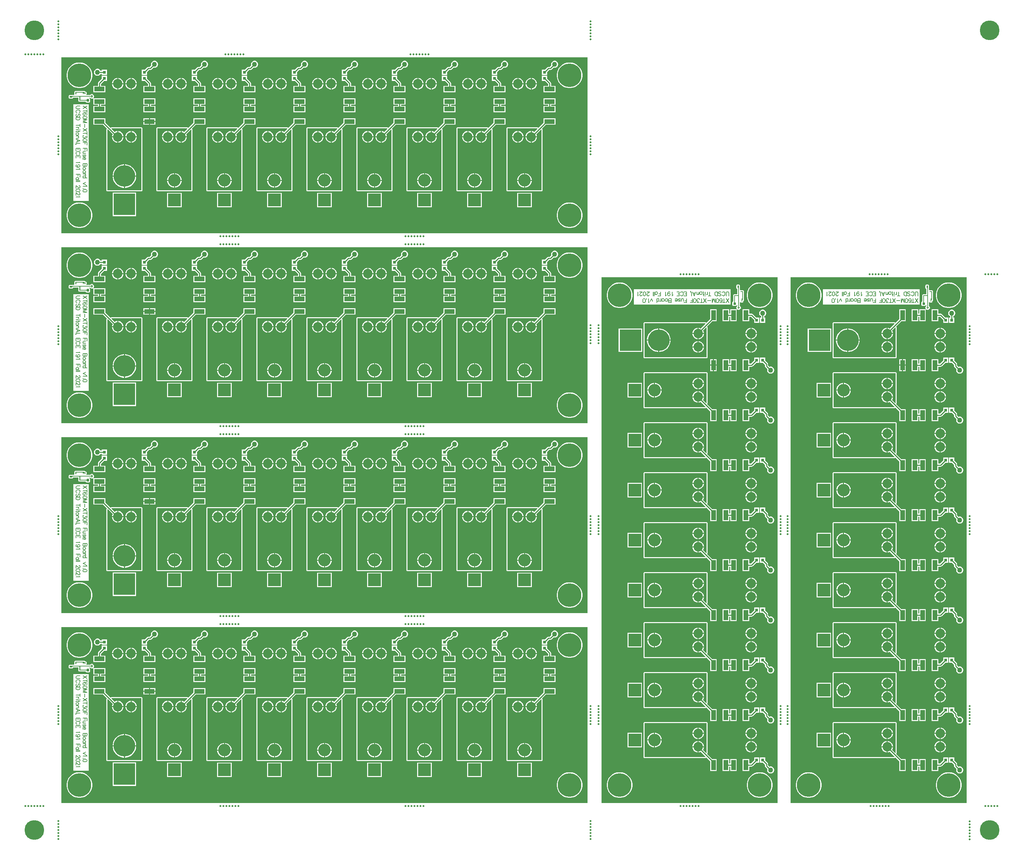
<source format=gtl>
G04*
G04 #@! TF.GenerationSoftware,Altium Limited,Altium Designer,21.8.1 (53)*
G04*
G04 Layer_Physical_Order=1*
G04 Layer_Color=255*
%FSLAX44Y44*%
%MOMM*%
G71*
G04*
G04 #@! TF.SameCoordinates,EA1F17BB-6109-422B-8DE2-DB4FFD1B2ED1*
G04*
G04*
G04 #@! TF.FilePolarity,Positive*
G04*
G01*
G75*
%ADD10R,1.1500X2.5000*%
%ADD11R,0.8000X0.8000*%
%ADD12C,0.2540*%
%ADD13C,0.2032*%
%ADD14R,2.5000X1.1500*%
%ADD15R,0.8000X0.8000*%
%ADD16C,0.5080*%
%ADD17C,5.0000*%
%ADD18C,2.4000*%
%ADD19R,3.1750X3.1750*%
%ADD20C,3.1750*%
%ADD21C,5.4610*%
%ADD22R,5.4610X5.4610*%
%ADD23C,6.0000*%
%ADD24C,1.2700*%
%ADD25R,3.1750X3.1750*%
%ADD26R,5.4610X5.4610*%
G36*
X1442720Y2001520D02*
Y1554480D01*
X106680D01*
Y2001526D01*
X1442720Y2001520D01*
D02*
G37*
G36*
Y1518920D02*
Y1071880D01*
X106680D01*
Y1518926D01*
X1442720Y1518920D01*
D02*
G37*
G36*
Y1036320D02*
Y589280D01*
X106680D01*
Y1036326D01*
X1442720Y1036320D01*
D02*
G37*
G36*
X2405380Y106680D02*
X1958340D01*
Y1442720D01*
X2405386D01*
X2405380Y106680D01*
D02*
G37*
G36*
X1925320D02*
X1478280D01*
Y1442720D01*
X1925326D01*
X1925320Y106680D01*
D02*
G37*
G36*
X1442720Y553720D02*
Y106680D01*
X106680D01*
Y553726D01*
X1442720Y553720D01*
D02*
G37*
%LPC*%
G36*
X1360070Y1992630D02*
X1357730D01*
X1355469Y1992024D01*
X1353441Y1990854D01*
X1351786Y1989199D01*
X1350616Y1987171D01*
X1350010Y1984910D01*
Y1982570D01*
X1350480Y1980814D01*
X1346777Y1977110D01*
X1343426D01*
X1341939Y1976815D01*
X1340679Y1975973D01*
X1334546Y1969840D01*
X1326960D01*
Y1956760D01*
X1340040D01*
Y1964346D01*
X1345035Y1969341D01*
X1348386D01*
X1349872Y1969637D01*
X1351133Y1970479D01*
X1355974Y1975320D01*
X1357730Y1974850D01*
X1360070D01*
X1362331Y1975456D01*
X1364359Y1976626D01*
X1366014Y1978281D01*
X1367184Y1980309D01*
X1367790Y1982570D01*
Y1984910D01*
X1367184Y1987171D01*
X1366014Y1989199D01*
X1364359Y1990854D01*
X1362331Y1992024D01*
X1360070Y1992630D01*
D02*
G37*
G36*
X1233070D02*
X1230730D01*
X1228469Y1992024D01*
X1226441Y1990854D01*
X1224786Y1989199D01*
X1223616Y1987171D01*
X1223010Y1984910D01*
Y1982570D01*
X1223480Y1980814D01*
X1219777Y1977110D01*
X1216426D01*
X1214939Y1976815D01*
X1213679Y1975973D01*
X1207546Y1969840D01*
X1199960D01*
Y1956760D01*
X1213040D01*
Y1964346D01*
X1218035Y1969341D01*
X1221386D01*
X1222872Y1969637D01*
X1224133Y1970479D01*
X1228974Y1975320D01*
X1230730Y1974850D01*
X1233070D01*
X1235331Y1975456D01*
X1237359Y1976626D01*
X1239014Y1978281D01*
X1240184Y1980309D01*
X1240790Y1982570D01*
Y1984910D01*
X1240184Y1987171D01*
X1239014Y1989199D01*
X1237359Y1990854D01*
X1235331Y1992024D01*
X1233070Y1992630D01*
D02*
G37*
G36*
X1106070D02*
X1103730D01*
X1101469Y1992024D01*
X1099441Y1990854D01*
X1097786Y1989199D01*
X1096616Y1987171D01*
X1096010Y1984910D01*
Y1982570D01*
X1096480Y1980814D01*
X1092777Y1977110D01*
X1089426D01*
X1087939Y1976815D01*
X1086679Y1975973D01*
X1080546Y1969840D01*
X1072960D01*
Y1956760D01*
X1086040D01*
Y1964346D01*
X1091035Y1969341D01*
X1094386D01*
X1095872Y1969637D01*
X1097133Y1970479D01*
X1101974Y1975320D01*
X1103730Y1974850D01*
X1106070D01*
X1108331Y1975456D01*
X1110359Y1976626D01*
X1112014Y1978281D01*
X1113184Y1980309D01*
X1113790Y1982570D01*
Y1984910D01*
X1113184Y1987171D01*
X1112014Y1989199D01*
X1110359Y1990854D01*
X1108331Y1992024D01*
X1106070Y1992630D01*
D02*
G37*
G36*
X979070D02*
X976730D01*
X974469Y1992024D01*
X972441Y1990854D01*
X970786Y1989199D01*
X969616Y1987171D01*
X969010Y1984910D01*
Y1982570D01*
X969480Y1980814D01*
X965777Y1977110D01*
X962426D01*
X960939Y1976815D01*
X959679Y1975973D01*
X953546Y1969840D01*
X945960D01*
Y1956760D01*
X959040D01*
Y1964346D01*
X964035Y1969341D01*
X967386D01*
X968872Y1969637D01*
X970133Y1970479D01*
X974974Y1975320D01*
X976730Y1974850D01*
X979070D01*
X981331Y1975456D01*
X983359Y1976626D01*
X985014Y1978281D01*
X986184Y1980309D01*
X986790Y1982570D01*
Y1984910D01*
X986184Y1987171D01*
X985014Y1989199D01*
X983359Y1990854D01*
X981331Y1992024D01*
X979070Y1992630D01*
D02*
G37*
G36*
X852070D02*
X849730D01*
X847469Y1992024D01*
X845441Y1990854D01*
X843786Y1989199D01*
X842616Y1987171D01*
X842010Y1984910D01*
Y1982570D01*
X842480Y1980814D01*
X838777Y1977110D01*
X835426D01*
X833939Y1976815D01*
X832679Y1975973D01*
X826546Y1969840D01*
X818960D01*
Y1956760D01*
X832040D01*
Y1964346D01*
X837035Y1969341D01*
X840386D01*
X841872Y1969637D01*
X843133Y1970479D01*
X847974Y1975320D01*
X849730Y1974850D01*
X852070D01*
X854331Y1975456D01*
X856359Y1976626D01*
X858014Y1978281D01*
X859184Y1980309D01*
X859790Y1982570D01*
Y1984910D01*
X859184Y1987171D01*
X858014Y1989199D01*
X856359Y1990854D01*
X854331Y1992024D01*
X852070Y1992630D01*
D02*
G37*
G36*
X725070D02*
X722730D01*
X720469Y1992024D01*
X718441Y1990854D01*
X716786Y1989199D01*
X715616Y1987171D01*
X715010Y1984910D01*
Y1982570D01*
X715480Y1980814D01*
X711777Y1977110D01*
X708426D01*
X706939Y1976815D01*
X705679Y1975973D01*
X699546Y1969840D01*
X691960D01*
Y1956760D01*
X705040D01*
Y1964346D01*
X710035Y1969341D01*
X713386D01*
X714872Y1969637D01*
X716133Y1970479D01*
X720974Y1975320D01*
X722730Y1974850D01*
X725070D01*
X727331Y1975456D01*
X729359Y1976626D01*
X731014Y1978281D01*
X732184Y1980309D01*
X732790Y1982570D01*
Y1984910D01*
X732184Y1987171D01*
X731014Y1989199D01*
X729359Y1990854D01*
X727331Y1992024D01*
X725070Y1992630D01*
D02*
G37*
G36*
X598070D02*
X595730D01*
X593469Y1992024D01*
X591441Y1990854D01*
X589786Y1989199D01*
X588616Y1987171D01*
X588010Y1984910D01*
Y1982570D01*
X588480Y1980814D01*
X584777Y1977110D01*
X581426D01*
X579939Y1976815D01*
X578679Y1975973D01*
X572546Y1969840D01*
X564960D01*
Y1956760D01*
X578040D01*
Y1964346D01*
X583035Y1969341D01*
X586386D01*
X587872Y1969637D01*
X589133Y1970479D01*
X593974Y1975320D01*
X595730Y1974850D01*
X598070D01*
X600331Y1975456D01*
X602359Y1976626D01*
X604014Y1978281D01*
X605184Y1980309D01*
X605790Y1982570D01*
Y1984910D01*
X605184Y1987171D01*
X604014Y1989199D01*
X602359Y1990854D01*
X600331Y1992024D01*
X598070Y1992630D01*
D02*
G37*
G36*
X471070D02*
X468730D01*
X466469Y1992024D01*
X464441Y1990854D01*
X462786Y1989199D01*
X461616Y1987171D01*
X461010Y1984910D01*
Y1982570D01*
X461480Y1980814D01*
X457777Y1977110D01*
X454426D01*
X452939Y1976815D01*
X451679Y1975973D01*
X445546Y1969840D01*
X437960D01*
Y1956760D01*
X451040D01*
Y1964346D01*
X456035Y1969341D01*
X459386D01*
X460872Y1969637D01*
X462133Y1970479D01*
X466974Y1975320D01*
X468730Y1974850D01*
X471070D01*
X473331Y1975456D01*
X475359Y1976626D01*
X477014Y1978281D01*
X478184Y1980309D01*
X478790Y1982570D01*
Y1984910D01*
X478184Y1987171D01*
X477014Y1989199D01*
X475359Y1990854D01*
X473331Y1992024D01*
X471070Y1992630D01*
D02*
G37*
G36*
X344070D02*
X341730D01*
X339469Y1992024D01*
X337441Y1990854D01*
X335786Y1989199D01*
X334616Y1987171D01*
X334010Y1984910D01*
Y1982570D01*
X334480Y1980814D01*
X330777Y1977110D01*
X327426D01*
X325939Y1976815D01*
X324679Y1975973D01*
X318546Y1969840D01*
X310960D01*
Y1956760D01*
X324040D01*
Y1964346D01*
X329035Y1969341D01*
X332386D01*
X333872Y1969637D01*
X335133Y1970479D01*
X339974Y1975320D01*
X341730Y1974850D01*
X344070D01*
X346331Y1975456D01*
X348359Y1976626D01*
X350014Y1978281D01*
X351184Y1980309D01*
X351790Y1982570D01*
Y1984910D01*
X351184Y1987171D01*
X350014Y1989199D01*
X348359Y1990854D01*
X346331Y1992024D01*
X344070Y1992630D01*
D02*
G37*
G36*
X199290Y1972310D02*
X196950D01*
X194689Y1971704D01*
X192661Y1970534D01*
X191006Y1968879D01*
X189836Y1966851D01*
X189230Y1964590D01*
Y1962250D01*
X189836Y1959989D01*
X191006Y1957961D01*
X192661Y1956306D01*
X194689Y1955136D01*
X196950Y1954530D01*
X199290D01*
X201551Y1955136D01*
X203579Y1956306D01*
X205234Y1957961D01*
X206143Y1959535D01*
X209360D01*
Y1956760D01*
X222440D01*
Y1969840D01*
X209360D01*
Y1967305D01*
X206143D01*
X205234Y1968879D01*
X203579Y1970534D01*
X201551Y1971704D01*
X199290Y1972310D01*
D02*
G37*
G36*
X1301614Y1948790D02*
X1300970D01*
Y1935520D01*
X1314240D01*
Y1936164D01*
X1313249Y1939862D01*
X1311335Y1943178D01*
X1308628Y1945885D01*
X1305312Y1947799D01*
X1301614Y1948790D01*
D02*
G37*
G36*
X1174614D02*
X1173970D01*
Y1935520D01*
X1187240D01*
Y1936164D01*
X1186249Y1939862D01*
X1184335Y1943178D01*
X1181628Y1945885D01*
X1178312Y1947799D01*
X1174614Y1948790D01*
D02*
G37*
G36*
X1047614D02*
X1046970D01*
Y1935520D01*
X1060240D01*
Y1936164D01*
X1059249Y1939862D01*
X1057335Y1943178D01*
X1054628Y1945885D01*
X1051312Y1947799D01*
X1047614Y1948790D01*
D02*
G37*
G36*
X920614D02*
X919970D01*
Y1935520D01*
X933240D01*
Y1936164D01*
X932249Y1939862D01*
X930335Y1943178D01*
X927628Y1945885D01*
X924312Y1947799D01*
X920614Y1948790D01*
D02*
G37*
G36*
X793614D02*
X792970D01*
Y1935520D01*
X806240D01*
Y1936164D01*
X805249Y1939862D01*
X803335Y1943178D01*
X800628Y1945885D01*
X797312Y1947799D01*
X793614Y1948790D01*
D02*
G37*
G36*
X666614D02*
X665970D01*
Y1935520D01*
X679240D01*
Y1936164D01*
X678249Y1939862D01*
X676335Y1943178D01*
X673628Y1945885D01*
X670312Y1947799D01*
X666614Y1948790D01*
D02*
G37*
G36*
X539614D02*
X538970D01*
Y1935520D01*
X552240D01*
Y1936164D01*
X551249Y1939862D01*
X549335Y1943178D01*
X546628Y1945885D01*
X543312Y1947799D01*
X539614Y1948790D01*
D02*
G37*
G36*
X412614D02*
X411970D01*
Y1935520D01*
X425240D01*
Y1936164D01*
X424249Y1939862D01*
X422335Y1943178D01*
X419628Y1945885D01*
X416312Y1947799D01*
X412614Y1948790D01*
D02*
G37*
G36*
X1298430D02*
X1297786D01*
X1294088Y1947799D01*
X1290772Y1945885D01*
X1288065Y1943178D01*
X1286151Y1939862D01*
X1285160Y1936164D01*
Y1935520D01*
X1298430D01*
Y1948790D01*
D02*
G37*
G36*
X1171430D02*
X1170786D01*
X1167088Y1947799D01*
X1163772Y1945885D01*
X1161065Y1943178D01*
X1159151Y1939862D01*
X1158160Y1936164D01*
Y1935520D01*
X1171430D01*
Y1948790D01*
D02*
G37*
G36*
X1044430D02*
X1043786D01*
X1040088Y1947799D01*
X1036772Y1945885D01*
X1034065Y1943178D01*
X1032151Y1939862D01*
X1031160Y1936164D01*
Y1935520D01*
X1044430D01*
Y1948790D01*
D02*
G37*
G36*
X917430D02*
X916786D01*
X913088Y1947799D01*
X909772Y1945885D01*
X907065Y1943178D01*
X905151Y1939862D01*
X904160Y1936164D01*
Y1935520D01*
X917430D01*
Y1948790D01*
D02*
G37*
G36*
X790430D02*
X789786D01*
X786088Y1947799D01*
X782772Y1945885D01*
X780065Y1943178D01*
X778151Y1939862D01*
X777160Y1936164D01*
Y1935520D01*
X790430D01*
Y1948790D01*
D02*
G37*
G36*
X663430D02*
X662786D01*
X659088Y1947799D01*
X655772Y1945885D01*
X653065Y1943178D01*
X651151Y1939862D01*
X650160Y1936164D01*
Y1935520D01*
X663430D01*
Y1948790D01*
D02*
G37*
G36*
X536430D02*
X535786D01*
X532088Y1947799D01*
X528772Y1945885D01*
X526065Y1943178D01*
X524151Y1939862D01*
X523160Y1936164D01*
Y1935520D01*
X536430D01*
Y1948790D01*
D02*
G37*
G36*
X409430D02*
X408786D01*
X405088Y1947799D01*
X401772Y1945885D01*
X399065Y1943178D01*
X397151Y1939862D01*
X396160Y1936164D01*
Y1935520D01*
X409430D01*
Y1948790D01*
D02*
G37*
G36*
X285614D02*
X284970D01*
Y1935520D01*
X298240D01*
Y1936164D01*
X297249Y1939862D01*
X295335Y1943178D01*
X292628Y1945885D01*
X289312Y1947799D01*
X285614Y1948790D01*
D02*
G37*
G36*
X251614D02*
X250970D01*
Y1935520D01*
X264240D01*
Y1936164D01*
X263249Y1939862D01*
X261335Y1943178D01*
X258628Y1945885D01*
X255312Y1947799D01*
X251614Y1948790D01*
D02*
G37*
G36*
X282430D02*
X281786D01*
X278088Y1947799D01*
X274772Y1945885D01*
X272065Y1943178D01*
X270151Y1939862D01*
X269160Y1936164D01*
Y1935520D01*
X282430D01*
Y1948790D01*
D02*
G37*
G36*
X248430D02*
X247786D01*
X244088Y1947799D01*
X240772Y1945885D01*
X238065Y1943178D01*
X236151Y1939862D01*
X235160Y1936164D01*
Y1935520D01*
X248430D01*
Y1948790D01*
D02*
G37*
G36*
X1267614D02*
X1266970D01*
Y1935520D01*
X1280240D01*
Y1936164D01*
X1279249Y1939862D01*
X1277335Y1943178D01*
X1274628Y1945885D01*
X1271312Y1947799D01*
X1267614Y1948790D01*
D02*
G37*
G36*
X1140614D02*
X1139970D01*
Y1935520D01*
X1153240D01*
Y1936164D01*
X1152249Y1939862D01*
X1150335Y1943178D01*
X1147628Y1945885D01*
X1144312Y1947799D01*
X1140614Y1948790D01*
D02*
G37*
G36*
X1013614D02*
X1012970D01*
Y1935520D01*
X1026240D01*
Y1936164D01*
X1025249Y1939862D01*
X1023335Y1943178D01*
X1020628Y1945885D01*
X1017312Y1947799D01*
X1013614Y1948790D01*
D02*
G37*
G36*
X886614D02*
X885970D01*
Y1935520D01*
X899240D01*
Y1936164D01*
X898249Y1939862D01*
X896335Y1943178D01*
X893628Y1945885D01*
X890312Y1947799D01*
X886614Y1948790D01*
D02*
G37*
G36*
X759614D02*
X758970D01*
Y1935520D01*
X772240D01*
Y1936164D01*
X771249Y1939862D01*
X769335Y1943178D01*
X766628Y1945885D01*
X763312Y1947799D01*
X759614Y1948790D01*
D02*
G37*
G36*
X632614D02*
X631970D01*
Y1935520D01*
X645240D01*
Y1936164D01*
X644249Y1939862D01*
X642335Y1943178D01*
X639628Y1945885D01*
X636312Y1947799D01*
X632614Y1948790D01*
D02*
G37*
G36*
X505614D02*
X504970D01*
Y1935520D01*
X518240D01*
Y1936164D01*
X517249Y1939862D01*
X515335Y1943178D01*
X512628Y1945885D01*
X509312Y1947799D01*
X505614Y1948790D01*
D02*
G37*
G36*
X378614D02*
X377970D01*
Y1935520D01*
X391240D01*
Y1936164D01*
X390249Y1939862D01*
X388335Y1943178D01*
X385628Y1945885D01*
X382312Y1947799D01*
X378614Y1948790D01*
D02*
G37*
G36*
X1264430D02*
X1263786D01*
X1260088Y1947799D01*
X1256772Y1945885D01*
X1254065Y1943178D01*
X1252151Y1939862D01*
X1251160Y1936164D01*
Y1935520D01*
X1264430D01*
Y1948790D01*
D02*
G37*
G36*
X1137430D02*
X1136786D01*
X1133088Y1947799D01*
X1129772Y1945885D01*
X1127065Y1943178D01*
X1125151Y1939862D01*
X1124160Y1936164D01*
Y1935520D01*
X1137430D01*
Y1948790D01*
D02*
G37*
G36*
X1010430D02*
X1009786D01*
X1006088Y1947799D01*
X1002772Y1945885D01*
X1000065Y1943178D01*
X998151Y1939862D01*
X997160Y1936164D01*
Y1935520D01*
X1010430D01*
Y1948790D01*
D02*
G37*
G36*
X883430D02*
X882786D01*
X879088Y1947799D01*
X875772Y1945885D01*
X873065Y1943178D01*
X871151Y1939862D01*
X870160Y1936164D01*
Y1935520D01*
X883430D01*
Y1948790D01*
D02*
G37*
G36*
X756430D02*
X755786D01*
X752088Y1947799D01*
X748772Y1945885D01*
X746065Y1943178D01*
X744151Y1939862D01*
X743160Y1936164D01*
Y1935520D01*
X756430D01*
Y1948790D01*
D02*
G37*
G36*
X629430D02*
X628786D01*
X625088Y1947799D01*
X621772Y1945885D01*
X619065Y1943178D01*
X617151Y1939862D01*
X616160Y1936164D01*
Y1935520D01*
X629430D01*
Y1948790D01*
D02*
G37*
G36*
X502430D02*
X501786D01*
X498088Y1947799D01*
X494772Y1945885D01*
X492065Y1943178D01*
X490151Y1939862D01*
X489160Y1936164D01*
Y1935520D01*
X502430D01*
Y1948790D01*
D02*
G37*
G36*
X375430D02*
X374786D01*
X371088Y1947799D01*
X367772Y1945885D01*
X365065Y1943178D01*
X363151Y1939862D01*
X362160Y1936164D01*
Y1935520D01*
X375430D01*
Y1948790D01*
D02*
G37*
G36*
X1399561Y1988340D02*
X1394439D01*
X1389380Y1987539D01*
X1384509Y1985956D01*
X1379945Y1983631D01*
X1375802Y1980620D01*
X1372180Y1976998D01*
X1369169Y1972855D01*
X1366844Y1968291D01*
X1365261Y1963420D01*
X1364460Y1958361D01*
Y1953239D01*
X1365261Y1948180D01*
X1366844Y1943309D01*
X1369169Y1938745D01*
X1372180Y1934602D01*
X1375802Y1930980D01*
X1379945Y1927969D01*
X1384509Y1925644D01*
X1389380Y1924061D01*
X1394439Y1923260D01*
X1399561D01*
X1404620Y1924061D01*
X1409491Y1925644D01*
X1414055Y1927969D01*
X1418198Y1930980D01*
X1421820Y1934602D01*
X1424831Y1938745D01*
X1427156Y1943309D01*
X1428739Y1948180D01*
X1429540Y1953239D01*
Y1958361D01*
X1428739Y1963420D01*
X1427156Y1968291D01*
X1424831Y1972855D01*
X1421820Y1976998D01*
X1418198Y1980620D01*
X1414055Y1983631D01*
X1409491Y1985956D01*
X1404620Y1987539D01*
X1399561Y1988340D01*
D02*
G37*
G36*
X154961D02*
X149839D01*
X144780Y1987539D01*
X139909Y1985956D01*
X135345Y1983631D01*
X131202Y1980620D01*
X127580Y1976998D01*
X124569Y1972855D01*
X122244Y1968291D01*
X120661Y1963420D01*
X119860Y1958361D01*
Y1953239D01*
X120661Y1948180D01*
X122244Y1943309D01*
X124569Y1938745D01*
X127580Y1934602D01*
X131202Y1930980D01*
X135345Y1927969D01*
X139909Y1925644D01*
X144780Y1924061D01*
X149839Y1923260D01*
X154961D01*
X160020Y1924061D01*
X164891Y1925644D01*
X169455Y1927969D01*
X173598Y1930980D01*
X177220Y1934602D01*
X180231Y1938745D01*
X182556Y1943309D01*
X184139Y1948180D01*
X184940Y1953239D01*
Y1958361D01*
X184139Y1963420D01*
X182556Y1968291D01*
X180231Y1972855D01*
X177220Y1976998D01*
X173598Y1980620D01*
X169455Y1983631D01*
X164891Y1985956D01*
X160020Y1987539D01*
X154961Y1988340D01*
D02*
G37*
G36*
X1314240Y1932980D02*
X1300970D01*
Y1919710D01*
X1301614D01*
X1305312Y1920701D01*
X1308628Y1922615D01*
X1311335Y1925322D01*
X1313249Y1928638D01*
X1314240Y1932336D01*
Y1932980D01*
D02*
G37*
G36*
X1298430D02*
X1285160D01*
Y1932336D01*
X1286151Y1928638D01*
X1288065Y1925322D01*
X1290772Y1922615D01*
X1294088Y1920701D01*
X1297786Y1919710D01*
X1298430D01*
Y1932980D01*
D02*
G37*
G36*
X1280240Y1932980D02*
X1266970D01*
Y1919710D01*
X1267614D01*
X1271312Y1920701D01*
X1274628Y1922615D01*
X1277335Y1925322D01*
X1279249Y1928638D01*
X1280240Y1932336D01*
Y1932980D01*
D02*
G37*
G36*
X1264430D02*
X1251160D01*
Y1932336D01*
X1252151Y1928638D01*
X1254065Y1925322D01*
X1256772Y1922615D01*
X1260088Y1920701D01*
X1263786Y1919710D01*
X1264430D01*
Y1932980D01*
D02*
G37*
G36*
X1187240Y1932980D02*
X1173970D01*
Y1919710D01*
X1174614D01*
X1178312Y1920701D01*
X1181628Y1922615D01*
X1184335Y1925322D01*
X1186249Y1928638D01*
X1187240Y1932336D01*
Y1932980D01*
D02*
G37*
G36*
X1171430D02*
X1158160D01*
Y1932336D01*
X1159151Y1928638D01*
X1161065Y1925322D01*
X1163772Y1922615D01*
X1167088Y1920701D01*
X1170786Y1919710D01*
X1171430D01*
Y1932980D01*
D02*
G37*
G36*
X1153240Y1932980D02*
X1139970D01*
Y1919710D01*
X1140614D01*
X1144312Y1920701D01*
X1147628Y1922615D01*
X1150335Y1925322D01*
X1152249Y1928638D01*
X1153240Y1932336D01*
Y1932980D01*
D02*
G37*
G36*
X1137430D02*
X1124160D01*
Y1932336D01*
X1125151Y1928638D01*
X1127065Y1925322D01*
X1129772Y1922615D01*
X1133088Y1920701D01*
X1136786Y1919710D01*
X1137430D01*
Y1932980D01*
D02*
G37*
G36*
X1060240Y1932980D02*
X1046970D01*
Y1919710D01*
X1047614D01*
X1051312Y1920701D01*
X1054628Y1922615D01*
X1057335Y1925322D01*
X1059249Y1928638D01*
X1060240Y1932336D01*
Y1932980D01*
D02*
G37*
G36*
X1044430D02*
X1031160D01*
Y1932336D01*
X1032151Y1928638D01*
X1034065Y1925322D01*
X1036772Y1922615D01*
X1040088Y1920701D01*
X1043786Y1919710D01*
X1044430D01*
Y1932980D01*
D02*
G37*
G36*
X1026240Y1932980D02*
X1012970D01*
Y1919710D01*
X1013614D01*
X1017312Y1920701D01*
X1020628Y1922615D01*
X1023335Y1925322D01*
X1025249Y1928638D01*
X1026240Y1932336D01*
Y1932980D01*
D02*
G37*
G36*
X1010430D02*
X997160D01*
Y1932336D01*
X998151Y1928638D01*
X1000065Y1925322D01*
X1002772Y1922615D01*
X1006088Y1920701D01*
X1009786Y1919710D01*
X1010430D01*
Y1932980D01*
D02*
G37*
G36*
X933240Y1932980D02*
X919970D01*
Y1919710D01*
X920614D01*
X924312Y1920701D01*
X927628Y1922615D01*
X930335Y1925322D01*
X932249Y1928638D01*
X933240Y1932336D01*
Y1932980D01*
D02*
G37*
G36*
X917430D02*
X904160D01*
Y1932336D01*
X905151Y1928638D01*
X907065Y1925322D01*
X909772Y1922615D01*
X913088Y1920701D01*
X916786Y1919710D01*
X917430D01*
Y1932980D01*
D02*
G37*
G36*
X899240Y1932980D02*
X885970D01*
Y1919710D01*
X886614D01*
X890312Y1920701D01*
X893628Y1922615D01*
X896335Y1925322D01*
X898249Y1928638D01*
X899240Y1932336D01*
Y1932980D01*
D02*
G37*
G36*
X883430D02*
X870160D01*
Y1932336D01*
X871151Y1928638D01*
X873065Y1925322D01*
X875772Y1922615D01*
X879088Y1920701D01*
X882786Y1919710D01*
X883430D01*
Y1932980D01*
D02*
G37*
G36*
X806240Y1932980D02*
X792970D01*
Y1919710D01*
X793614D01*
X797312Y1920701D01*
X800628Y1922615D01*
X803335Y1925322D01*
X805249Y1928638D01*
X806240Y1932336D01*
Y1932980D01*
D02*
G37*
G36*
X790430D02*
X777160D01*
Y1932336D01*
X778151Y1928638D01*
X780065Y1925322D01*
X782772Y1922615D01*
X786088Y1920701D01*
X789786Y1919710D01*
X790430D01*
Y1932980D01*
D02*
G37*
G36*
X772240Y1932980D02*
X758970D01*
Y1919710D01*
X759614D01*
X763312Y1920701D01*
X766628Y1922615D01*
X769335Y1925322D01*
X771249Y1928638D01*
X772240Y1932336D01*
Y1932980D01*
D02*
G37*
G36*
X756430D02*
X743160D01*
Y1932336D01*
X744151Y1928638D01*
X746065Y1925322D01*
X748772Y1922615D01*
X752088Y1920701D01*
X755786Y1919710D01*
X756430D01*
Y1932980D01*
D02*
G37*
G36*
X679240Y1932980D02*
X665970D01*
Y1919710D01*
X666614D01*
X670312Y1920701D01*
X673628Y1922615D01*
X676335Y1925322D01*
X678249Y1928638D01*
X679240Y1932336D01*
Y1932980D01*
D02*
G37*
G36*
X663430D02*
X650160D01*
Y1932336D01*
X651151Y1928638D01*
X653065Y1925322D01*
X655772Y1922615D01*
X659088Y1920701D01*
X662786Y1919710D01*
X663430D01*
Y1932980D01*
D02*
G37*
G36*
X645240Y1932980D02*
X631970D01*
Y1919710D01*
X632614D01*
X636312Y1920701D01*
X639628Y1922615D01*
X642335Y1925322D01*
X644249Y1928638D01*
X645240Y1932336D01*
Y1932980D01*
D02*
G37*
G36*
X629430D02*
X616160D01*
Y1932336D01*
X617151Y1928638D01*
X619065Y1925322D01*
X621772Y1922615D01*
X625088Y1920701D01*
X628786Y1919710D01*
X629430D01*
Y1932980D01*
D02*
G37*
G36*
X552240Y1932980D02*
X538970D01*
Y1919710D01*
X539614D01*
X543312Y1920701D01*
X546628Y1922615D01*
X549335Y1925322D01*
X551249Y1928638D01*
X552240Y1932336D01*
Y1932980D01*
D02*
G37*
G36*
X536430D02*
X523160D01*
Y1932336D01*
X524151Y1928638D01*
X526065Y1925322D01*
X528772Y1922615D01*
X532088Y1920701D01*
X535786Y1919710D01*
X536430D01*
Y1932980D01*
D02*
G37*
G36*
X518240Y1932980D02*
X504970D01*
Y1919710D01*
X505614D01*
X509312Y1920701D01*
X512628Y1922615D01*
X515335Y1925322D01*
X517249Y1928638D01*
X518240Y1932336D01*
Y1932980D01*
D02*
G37*
G36*
X502430D02*
X489160D01*
Y1932336D01*
X490151Y1928638D01*
X492065Y1925322D01*
X494772Y1922615D01*
X498088Y1920701D01*
X501786Y1919710D01*
X502430D01*
Y1932980D01*
D02*
G37*
G36*
X425240Y1932980D02*
X411970D01*
Y1919710D01*
X412614D01*
X416312Y1920701D01*
X419628Y1922615D01*
X422335Y1925322D01*
X424249Y1928638D01*
X425240Y1932336D01*
Y1932980D01*
D02*
G37*
G36*
X409430D02*
X396160D01*
Y1932336D01*
X397151Y1928638D01*
X399065Y1925322D01*
X401772Y1922615D01*
X405088Y1920701D01*
X408786Y1919710D01*
X409430D01*
Y1932980D01*
D02*
G37*
G36*
X391240Y1932980D02*
X377970D01*
Y1919710D01*
X378614D01*
X382312Y1920701D01*
X385628Y1922615D01*
X388335Y1925322D01*
X390249Y1928638D01*
X391240Y1932336D01*
Y1932980D01*
D02*
G37*
G36*
X375430D02*
X362160D01*
Y1932336D01*
X363151Y1928638D01*
X365065Y1925322D01*
X367772Y1922615D01*
X371088Y1920701D01*
X374786Y1919710D01*
X375430D01*
Y1932980D01*
D02*
G37*
G36*
X298240Y1932980D02*
X284970D01*
Y1919710D01*
X285614D01*
X289312Y1920701D01*
X292628Y1922615D01*
X295335Y1925322D01*
X297249Y1928638D01*
X298240Y1932336D01*
Y1932980D01*
D02*
G37*
G36*
X282430D02*
X269160D01*
Y1932336D01*
X270151Y1928638D01*
X272065Y1925322D01*
X274772Y1922615D01*
X278088Y1920701D01*
X281786Y1919710D01*
X282430D01*
Y1932980D01*
D02*
G37*
G36*
X264240D02*
X250970D01*
Y1919710D01*
X251614D01*
X255312Y1920701D01*
X258628Y1922615D01*
X261335Y1925322D01*
X263249Y1928638D01*
X264240Y1932336D01*
Y1932980D01*
D02*
G37*
G36*
X248430D02*
X235160D01*
Y1932336D01*
X236151Y1928638D01*
X238065Y1925322D01*
X240772Y1922615D01*
X244088Y1920701D01*
X247786Y1919710D01*
X248430D01*
Y1932980D01*
D02*
G37*
G36*
X1340040Y1954840D02*
X1326960D01*
Y1941760D01*
X1334546D01*
X1342315Y1933991D01*
Y1929040D01*
X1331160D01*
Y1912460D01*
X1361240D01*
Y1929040D01*
X1350085D01*
Y1935600D01*
X1349789Y1937087D01*
X1348947Y1938347D01*
X1340040Y1947254D01*
Y1954840D01*
D02*
G37*
G36*
X1213040D02*
X1199960D01*
Y1941760D01*
X1207546D01*
X1215315Y1933991D01*
Y1929040D01*
X1204160D01*
Y1912460D01*
X1234240D01*
Y1929040D01*
X1223085D01*
Y1935600D01*
X1222789Y1937087D01*
X1221947Y1938347D01*
X1213040Y1947254D01*
Y1954840D01*
D02*
G37*
G36*
X1086040D02*
X1072960D01*
Y1941760D01*
X1080546D01*
X1088315Y1933991D01*
Y1929040D01*
X1077160D01*
Y1912460D01*
X1107240D01*
Y1929040D01*
X1096085D01*
Y1935600D01*
X1095789Y1937087D01*
X1094947Y1938347D01*
X1086040Y1947254D01*
Y1954840D01*
D02*
G37*
G36*
X959040D02*
X945960D01*
Y1941760D01*
X953546D01*
X961315Y1933991D01*
Y1929040D01*
X950160D01*
Y1912460D01*
X980240D01*
Y1929040D01*
X969085D01*
Y1935600D01*
X968789Y1937087D01*
X967947Y1938347D01*
X959040Y1947254D01*
Y1954840D01*
D02*
G37*
G36*
X832040D02*
X818960D01*
Y1941760D01*
X826546D01*
X834315Y1933991D01*
Y1929040D01*
X823160D01*
Y1912460D01*
X853240D01*
Y1929040D01*
X842085D01*
Y1935600D01*
X841789Y1937087D01*
X840947Y1938347D01*
X832040Y1947254D01*
Y1954840D01*
D02*
G37*
G36*
X705040D02*
X691960D01*
Y1941760D01*
X699546D01*
X707315Y1933991D01*
Y1929040D01*
X696160D01*
Y1912460D01*
X726240D01*
Y1929040D01*
X715085D01*
Y1935600D01*
X714789Y1937087D01*
X713947Y1938347D01*
X705040Y1947254D01*
Y1954840D01*
D02*
G37*
G36*
X578040D02*
X564960D01*
Y1941760D01*
X572546D01*
X580315Y1933991D01*
Y1929040D01*
X569160D01*
Y1912460D01*
X599240D01*
Y1929040D01*
X588085D01*
Y1935600D01*
X587789Y1937087D01*
X586947Y1938347D01*
X578040Y1947254D01*
Y1954840D01*
D02*
G37*
G36*
X451040D02*
X437960D01*
Y1941760D01*
X445546D01*
X453315Y1933991D01*
Y1929040D01*
X442160D01*
Y1912460D01*
X472240D01*
Y1929040D01*
X461085D01*
Y1935600D01*
X460789Y1937087D01*
X459947Y1938347D01*
X451040Y1947254D01*
Y1954840D01*
D02*
G37*
G36*
X324040D02*
X310960D01*
Y1941760D01*
X318546D01*
X326315Y1933991D01*
Y1929040D01*
X315160D01*
Y1912460D01*
X345240D01*
Y1929040D01*
X334085D01*
Y1935600D01*
X333789Y1937087D01*
X332947Y1938347D01*
X324040Y1947254D01*
Y1954840D01*
D02*
G37*
G36*
X222440D02*
X209360D01*
Y1947254D01*
X200453Y1938347D01*
X199611Y1937087D01*
X199315Y1935600D01*
Y1929040D01*
X188160D01*
Y1912460D01*
X218240D01*
Y1929040D01*
X207085D01*
Y1933991D01*
X214854Y1941760D01*
X222440D01*
Y1954840D01*
D02*
G37*
G36*
X1361240Y1897540D02*
X1331160D01*
Y1880960D01*
X1342315D01*
Y1878240D01*
X1331160D01*
Y1861660D01*
X1361240D01*
Y1878240D01*
X1350085D01*
Y1880960D01*
X1361240D01*
Y1897540D01*
D02*
G37*
G36*
X1234240D02*
X1204160D01*
Y1880960D01*
X1215315D01*
Y1878240D01*
X1204160D01*
Y1861660D01*
X1234240D01*
Y1878240D01*
X1223085D01*
Y1880960D01*
X1234240D01*
Y1897540D01*
D02*
G37*
G36*
X1107240D02*
X1077160D01*
Y1880960D01*
X1088315D01*
Y1878240D01*
X1077160D01*
Y1861660D01*
X1107240D01*
Y1878240D01*
X1096085D01*
Y1880960D01*
X1107240D01*
Y1897540D01*
D02*
G37*
G36*
X980240D02*
X950160D01*
Y1880960D01*
X961315D01*
Y1878240D01*
X950160D01*
Y1861660D01*
X980240D01*
Y1878240D01*
X969085D01*
Y1880960D01*
X980240D01*
Y1897540D01*
D02*
G37*
G36*
X853240D02*
X823160D01*
Y1880960D01*
X834315D01*
Y1878240D01*
X823160D01*
Y1861660D01*
X853240D01*
Y1878240D01*
X842085D01*
Y1880960D01*
X853240D01*
Y1897540D01*
D02*
G37*
G36*
X726240D02*
X696160D01*
Y1880960D01*
X707315D01*
Y1878240D01*
X696160D01*
Y1861660D01*
X726240D01*
Y1878240D01*
X715085D01*
Y1880960D01*
X726240D01*
Y1897540D01*
D02*
G37*
G36*
X599240D02*
X569160D01*
Y1880960D01*
X580315D01*
Y1878240D01*
X569160D01*
Y1861660D01*
X599240D01*
Y1878240D01*
X588085D01*
Y1880960D01*
X599240D01*
Y1897540D01*
D02*
G37*
G36*
X472240D02*
X442160D01*
Y1880960D01*
X453315D01*
Y1878240D01*
X442160D01*
Y1861660D01*
X472240D01*
Y1878240D01*
X461085D01*
Y1880960D01*
X472240D01*
Y1897540D01*
D02*
G37*
G36*
X345240D02*
X315160D01*
Y1880960D01*
X326315D01*
Y1878240D01*
X315160D01*
Y1861660D01*
X345240D01*
Y1878240D01*
X334085D01*
Y1880960D01*
X345240D01*
Y1897540D01*
D02*
G37*
G36*
X164592Y1916226D02*
X142240D01*
X141249Y1916029D01*
X140409Y1915467D01*
X139847Y1914627D01*
X139650Y1913636D01*
Y1907540D01*
X139691Y1907336D01*
X138759Y1906066D01*
X128016D01*
X127025Y1905869D01*
X126185Y1905307D01*
X125623Y1904467D01*
X125426Y1903476D01*
Y1899412D01*
X125623Y1898421D01*
X126185Y1897581D01*
X127025Y1897019D01*
X128016Y1896822D01*
X134112D01*
X135103Y1897019D01*
X135943Y1897581D01*
X136505Y1898421D01*
X136591Y1898854D01*
X149810D01*
Y1891284D01*
X150007Y1890293D01*
X150569Y1889453D01*
X151409Y1888891D01*
X152400Y1888694D01*
X168209D01*
X168295Y1888261D01*
X168857Y1887421D01*
X169697Y1886859D01*
X170688Y1886662D01*
X176784D01*
X177775Y1886859D01*
X178615Y1887421D01*
X179177Y1888261D01*
X179374Y1889252D01*
Y1895348D01*
X179177Y1896339D01*
X178615Y1897179D01*
X178009Y1897584D01*
X178174Y1898739D01*
X178220Y1898854D01*
X180401D01*
X180487Y1898421D01*
X181049Y1897581D01*
X181889Y1897019D01*
X182880Y1896822D01*
X184912D01*
X185903Y1897019D01*
X186510Y1897425D01*
X186743Y1897581D01*
X186743Y1897581D01*
X186973Y1897615D01*
X188153Y1896604D01*
X188160Y1896547D01*
X188160Y1896318D01*
X188160Y1896317D01*
X188160Y1896305D01*
Y1880960D01*
X199315D01*
Y1878240D01*
X188160D01*
Y1861660D01*
X218240D01*
Y1878240D01*
X207085D01*
Y1880960D01*
X218240D01*
Y1897540D01*
X189424D01*
X189002Y1897540D01*
X188136Y1898766D01*
X188258Y1899267D01*
X188775Y1899613D01*
X189337Y1900453D01*
X189534Y1901444D01*
Y1903476D01*
X189337Y1904467D01*
X188775Y1905307D01*
X187935Y1905869D01*
X187409Y1905973D01*
X187305Y1906499D01*
X186743Y1907339D01*
X185903Y1907901D01*
X184912Y1908098D01*
X182880D01*
X181889Y1907901D01*
X181049Y1907339D01*
X180487Y1906499D01*
X180401Y1906066D01*
X170092D01*
X170046Y1906181D01*
X169881Y1907336D01*
X170487Y1907741D01*
X171049Y1908581D01*
X171246Y1909572D01*
Y1911604D01*
X171049Y1912595D01*
X170487Y1913435D01*
X169647Y1913997D01*
X168656Y1914194D01*
X167071D01*
X166985Y1914627D01*
X166423Y1915467D01*
X165583Y1916029D01*
X164592Y1916226D01*
D02*
G37*
G36*
X345240Y1846740D02*
X331470D01*
Y1839720D01*
X345240D01*
Y1846740D01*
D02*
G37*
G36*
X328930D02*
X315160D01*
Y1839720D01*
X328930D01*
Y1846740D01*
D02*
G37*
G36*
X345240Y1837180D02*
X331470D01*
Y1830160D01*
X345240D01*
Y1837180D01*
D02*
G37*
G36*
X328930D02*
X315160D01*
Y1830160D01*
X328930D01*
Y1837180D01*
D02*
G37*
G36*
X1361240Y1846740D02*
X1331160D01*
Y1835654D01*
X1318438Y1822932D01*
X1316858Y1823011D01*
X1316018Y1823573D01*
X1315027Y1823770D01*
X1239520D01*
X1238529Y1823573D01*
X1237689Y1823011D01*
X1237127Y1822171D01*
X1236930Y1821180D01*
Y1663700D01*
X1237127Y1662709D01*
X1237689Y1661869D01*
X1238529Y1661307D01*
X1239520Y1661110D01*
X1325880D01*
X1326871Y1661307D01*
X1327711Y1661869D01*
X1328273Y1662709D01*
X1328470Y1663700D01*
Y1817727D01*
X1328273Y1818718D01*
X1327711Y1819558D01*
X1327632Y1821138D01*
X1336654Y1830160D01*
X1361240D01*
Y1846740D01*
D02*
G37*
G36*
X1234240D02*
X1204160D01*
Y1835654D01*
X1191438Y1822932D01*
X1189858Y1823011D01*
X1189018Y1823573D01*
X1188027Y1823770D01*
X1112520D01*
X1111529Y1823573D01*
X1110689Y1823011D01*
X1110127Y1822171D01*
X1109930Y1821180D01*
Y1663700D01*
X1110127Y1662709D01*
X1110689Y1661869D01*
X1111529Y1661307D01*
X1112520Y1661110D01*
X1198880D01*
X1199871Y1661307D01*
X1200711Y1661869D01*
X1201273Y1662709D01*
X1201470Y1663700D01*
Y1817727D01*
X1201273Y1818718D01*
X1200711Y1819558D01*
X1200632Y1821138D01*
X1209654Y1830160D01*
X1234240D01*
Y1846740D01*
D02*
G37*
G36*
X1107240D02*
X1077160D01*
Y1835654D01*
X1064438Y1822932D01*
X1062858Y1823011D01*
X1062018Y1823573D01*
X1061027Y1823770D01*
X985520D01*
X984529Y1823573D01*
X983689Y1823011D01*
X983127Y1822171D01*
X982930Y1821180D01*
Y1663700D01*
X983127Y1662709D01*
X983689Y1661869D01*
X984529Y1661307D01*
X985520Y1661110D01*
X1071880D01*
X1072871Y1661307D01*
X1073711Y1661869D01*
X1074273Y1662709D01*
X1074470Y1663700D01*
Y1817727D01*
X1074273Y1818718D01*
X1073711Y1819558D01*
X1073632Y1821138D01*
X1082654Y1830160D01*
X1107240D01*
Y1846740D01*
D02*
G37*
G36*
X980240D02*
X950160D01*
Y1835654D01*
X937438Y1822932D01*
X935858Y1823011D01*
X935018Y1823573D01*
X934027Y1823770D01*
X858520D01*
X857529Y1823573D01*
X856689Y1823011D01*
X856127Y1822171D01*
X855930Y1821180D01*
Y1663700D01*
X856127Y1662709D01*
X856689Y1661869D01*
X857529Y1661307D01*
X858520Y1661110D01*
X944880D01*
X945871Y1661307D01*
X946711Y1661869D01*
X947273Y1662709D01*
X947470Y1663700D01*
Y1817727D01*
X947273Y1818718D01*
X946711Y1819558D01*
X946632Y1821138D01*
X955654Y1830160D01*
X980240D01*
Y1846740D01*
D02*
G37*
G36*
X853240D02*
X823160D01*
Y1835654D01*
X810438Y1822932D01*
X808858Y1823011D01*
X808018Y1823573D01*
X807027Y1823770D01*
X731520D01*
X730529Y1823573D01*
X729689Y1823011D01*
X729127Y1822171D01*
X728930Y1821180D01*
Y1663700D01*
X729127Y1662709D01*
X729689Y1661869D01*
X730529Y1661307D01*
X731520Y1661110D01*
X817880D01*
X818871Y1661307D01*
X819711Y1661869D01*
X820273Y1662709D01*
X820470Y1663700D01*
Y1817727D01*
X820273Y1818718D01*
X819711Y1819558D01*
X819632Y1821138D01*
X828654Y1830160D01*
X853240D01*
Y1846740D01*
D02*
G37*
G36*
X726240D02*
X696160D01*
Y1835654D01*
X683438Y1822932D01*
X681858Y1823011D01*
X681018Y1823573D01*
X680027Y1823770D01*
X604520D01*
X603529Y1823573D01*
X602689Y1823011D01*
X602127Y1822171D01*
X601930Y1821180D01*
Y1663700D01*
X602127Y1662709D01*
X602689Y1661869D01*
X603529Y1661307D01*
X604520Y1661110D01*
X690880D01*
X691871Y1661307D01*
X692711Y1661869D01*
X693273Y1662709D01*
X693470Y1663700D01*
Y1817727D01*
X693273Y1818718D01*
X692711Y1819558D01*
X692632Y1821138D01*
X701654Y1830160D01*
X726240D01*
Y1846740D01*
D02*
G37*
G36*
X599240D02*
X569160D01*
Y1835654D01*
X556438Y1822932D01*
X554858Y1823011D01*
X554018Y1823573D01*
X553027Y1823770D01*
X477520D01*
X476529Y1823573D01*
X475689Y1823011D01*
X475127Y1822171D01*
X474930Y1821180D01*
Y1663700D01*
X475127Y1662709D01*
X475689Y1661869D01*
X476529Y1661307D01*
X477520Y1661110D01*
X563880D01*
X564871Y1661307D01*
X565711Y1661869D01*
X566273Y1662709D01*
X566470Y1663700D01*
Y1817727D01*
X566273Y1818718D01*
X565711Y1819558D01*
X565632Y1821138D01*
X574654Y1830160D01*
X599240D01*
Y1846740D01*
D02*
G37*
G36*
X472240D02*
X442160D01*
Y1835654D01*
X429438Y1822932D01*
X427858Y1823011D01*
X427018Y1823573D01*
X426027Y1823770D01*
X350520D01*
X349529Y1823573D01*
X348689Y1823011D01*
X348127Y1822171D01*
X347930Y1821180D01*
Y1663700D01*
X348127Y1662709D01*
X348689Y1661869D01*
X349529Y1661307D01*
X350520Y1661110D01*
X436880D01*
X437871Y1661307D01*
X438711Y1661869D01*
X439273Y1662709D01*
X439470Y1663700D01*
Y1817727D01*
X439273Y1818718D01*
X438711Y1819558D01*
X438632Y1821138D01*
X447654Y1830160D01*
X472240D01*
Y1846740D01*
D02*
G37*
G36*
X218240D02*
X188160D01*
Y1830160D01*
X212746D01*
X221768Y1821138D01*
X221689Y1819558D01*
X221127Y1818718D01*
X220930Y1817727D01*
Y1663700D01*
X221127Y1662709D01*
X221689Y1661869D01*
X222529Y1661307D01*
X223520Y1661110D01*
X309880D01*
X310871Y1661307D01*
X311711Y1661869D01*
X312273Y1662709D01*
X312470Y1663700D01*
Y1821180D01*
X312273Y1822171D01*
X311711Y1823011D01*
X310871Y1823573D01*
X309880Y1823770D01*
X234373D01*
X233382Y1823573D01*
X232542Y1823011D01*
X230962Y1822932D01*
X218240Y1835654D01*
Y1846740D01*
D02*
G37*
G36*
X175947Y1882140D02*
X137160D01*
Y1636776D01*
X175947D01*
Y1882140D01*
D02*
G37*
G36*
X1301115Y1657115D02*
X1264285D01*
Y1620285D01*
X1301115D01*
Y1657115D01*
D02*
G37*
G36*
X1174115D02*
X1137285D01*
Y1620285D01*
X1174115D01*
Y1657115D01*
D02*
G37*
G36*
X1047115D02*
X1010285D01*
Y1620285D01*
X1047115D01*
Y1657115D01*
D02*
G37*
G36*
X920115D02*
X883285D01*
Y1620285D01*
X920115D01*
Y1657115D01*
D02*
G37*
G36*
X793115D02*
X756285D01*
Y1620285D01*
X793115D01*
Y1657115D01*
D02*
G37*
G36*
X666115D02*
X629285D01*
Y1620285D01*
X666115D01*
Y1657115D01*
D02*
G37*
G36*
X539115D02*
X502285D01*
Y1620285D01*
X539115D01*
Y1657115D01*
D02*
G37*
G36*
X412115D02*
X375285D01*
Y1620285D01*
X412115D01*
Y1657115D01*
D02*
G37*
G36*
X296545Y1657545D02*
X236855D01*
Y1597855D01*
X296545D01*
Y1657545D01*
D02*
G37*
G36*
X1399561Y1632740D02*
X1394439D01*
X1389380Y1631939D01*
X1384509Y1630356D01*
X1379945Y1628031D01*
X1375802Y1625020D01*
X1372180Y1621398D01*
X1369169Y1617255D01*
X1366844Y1612691D01*
X1365261Y1607820D01*
X1364460Y1602761D01*
Y1597639D01*
X1365261Y1592580D01*
X1366844Y1587709D01*
X1369169Y1583145D01*
X1372180Y1579002D01*
X1375802Y1575380D01*
X1379945Y1572369D01*
X1384509Y1570044D01*
X1389380Y1568461D01*
X1394439Y1567660D01*
X1399561D01*
X1404620Y1568461D01*
X1409491Y1570044D01*
X1414055Y1572369D01*
X1418198Y1575380D01*
X1421820Y1579002D01*
X1424831Y1583145D01*
X1427156Y1587709D01*
X1428739Y1592580D01*
X1429540Y1597639D01*
Y1602761D01*
X1428739Y1607820D01*
X1427156Y1612691D01*
X1424831Y1617255D01*
X1421820Y1621398D01*
X1418198Y1625020D01*
X1414055Y1628031D01*
X1409491Y1630356D01*
X1404620Y1631939D01*
X1399561Y1632740D01*
D02*
G37*
G36*
X154961D02*
X149839D01*
X144780Y1631939D01*
X139909Y1630356D01*
X135345Y1628031D01*
X131202Y1625020D01*
X127580Y1621398D01*
X124569Y1617255D01*
X122244Y1612691D01*
X120661Y1607820D01*
X119860Y1602761D01*
Y1597639D01*
X120661Y1592580D01*
X122244Y1587709D01*
X124569Y1583145D01*
X127580Y1579002D01*
X131202Y1575380D01*
X135345Y1572369D01*
X139909Y1570044D01*
X144780Y1568461D01*
X149839Y1567660D01*
X154961D01*
X160020Y1568461D01*
X164891Y1570044D01*
X169455Y1572369D01*
X173598Y1575380D01*
X177220Y1579002D01*
X180231Y1583145D01*
X182556Y1587709D01*
X184139Y1592580D01*
X184940Y1597639D01*
Y1602761D01*
X184139Y1607820D01*
X182556Y1612691D01*
X180231Y1617255D01*
X177220Y1621398D01*
X173598Y1625020D01*
X169455Y1628031D01*
X164891Y1630356D01*
X160020Y1631939D01*
X154961Y1632740D01*
D02*
G37*
%LPD*%
G36*
X164592Y1911604D02*
X168656D01*
Y1909572D01*
X160528D01*
Y1911604D01*
X144272D01*
Y1907540D01*
X142240D01*
Y1913636D01*
X164592D01*
Y1911604D01*
D02*
G37*
G36*
X184912Y1903476D02*
X186944D01*
Y1901444D01*
X184912D01*
Y1899412D01*
X182880D01*
Y1901444D01*
X154432D01*
Y1893316D01*
X170688D01*
Y1895348D01*
X176784D01*
Y1889252D01*
X170688D01*
Y1891284D01*
X152400D01*
Y1901444D01*
X134112D01*
Y1899412D01*
X128016D01*
Y1903476D01*
X182880D01*
Y1905508D01*
X184912D01*
Y1903476D01*
D02*
G37*
G36*
X1315513Y1820007D02*
X1307400Y1811894D01*
X1305312Y1813099D01*
X1301614Y1814090D01*
X1300970D01*
Y1800820D01*
X1314240D01*
Y1801464D01*
X1313249Y1805162D01*
X1312666Y1806172D01*
X1324707Y1818213D01*
X1325880Y1817727D01*
Y1663700D01*
X1239520D01*
Y1821180D01*
X1315027D01*
X1315513Y1820007D01*
D02*
G37*
%LPC*%
G36*
X1298430Y1814090D02*
X1297786D01*
X1294088Y1813099D01*
X1290772Y1811185D01*
X1288065Y1808478D01*
X1286151Y1805162D01*
X1285160Y1801464D01*
Y1800820D01*
X1298430D01*
Y1814090D01*
D02*
G37*
G36*
X1267614D02*
X1266970D01*
Y1800820D01*
X1280240D01*
Y1801464D01*
X1279249Y1805162D01*
X1277335Y1808478D01*
X1274628Y1811185D01*
X1271312Y1813099D01*
X1267614Y1814090D01*
D02*
G37*
G36*
X1264430D02*
X1263786D01*
X1260088Y1813099D01*
X1256772Y1811185D01*
X1254065Y1808478D01*
X1252151Y1805162D01*
X1251160Y1801464D01*
Y1800820D01*
X1264430D01*
Y1814090D01*
D02*
G37*
G36*
X1314240Y1798280D02*
X1300970D01*
Y1785010D01*
X1301614D01*
X1305312Y1786001D01*
X1308628Y1787915D01*
X1311335Y1790622D01*
X1313249Y1793938D01*
X1314240Y1797636D01*
Y1798280D01*
D02*
G37*
G36*
X1298430D02*
X1285160D01*
Y1797636D01*
X1286151Y1793938D01*
X1288065Y1790622D01*
X1290772Y1787915D01*
X1294088Y1786001D01*
X1297786Y1785010D01*
X1298430D01*
Y1798280D01*
D02*
G37*
G36*
X1280240Y1798280D02*
X1266970D01*
Y1785010D01*
X1267614D01*
X1271312Y1786001D01*
X1274628Y1787915D01*
X1277335Y1790622D01*
X1279249Y1793938D01*
X1280240Y1797636D01*
Y1798280D01*
D02*
G37*
G36*
X1264430D02*
X1251160D01*
Y1797636D01*
X1252151Y1793938D01*
X1254065Y1790622D01*
X1256772Y1787915D01*
X1260088Y1786001D01*
X1263786Y1785010D01*
X1264430D01*
Y1798280D01*
D02*
G37*
G36*
X1284514Y1707115D02*
X1283970D01*
Y1689970D01*
X1301115D01*
Y1690514D01*
X1300407Y1694072D01*
X1299019Y1697423D01*
X1297004Y1700439D01*
X1294439Y1703004D01*
X1291423Y1705019D01*
X1288071Y1706407D01*
X1284514Y1707115D01*
D02*
G37*
G36*
X1281430D02*
X1280886D01*
X1277328Y1706407D01*
X1273977Y1705019D01*
X1270961Y1703004D01*
X1268396Y1700439D01*
X1266381Y1697423D01*
X1264993Y1694072D01*
X1264285Y1690514D01*
Y1689970D01*
X1281430D01*
Y1707115D01*
D02*
G37*
G36*
X1301115Y1687430D02*
X1283970D01*
Y1670285D01*
X1284514D01*
X1288071Y1670993D01*
X1291423Y1672381D01*
X1294439Y1674396D01*
X1297004Y1676961D01*
X1299019Y1679977D01*
X1300407Y1683329D01*
X1301115Y1686886D01*
Y1687430D01*
D02*
G37*
G36*
X1281430D02*
X1264285D01*
Y1686886D01*
X1264993Y1683329D01*
X1266381Y1679977D01*
X1268396Y1676961D01*
X1270961Y1674396D01*
X1273977Y1672381D01*
X1277328Y1670993D01*
X1280886Y1670285D01*
X1281430D01*
Y1687430D01*
D02*
G37*
%LPD*%
G36*
X1188513Y1820007D02*
X1180400Y1811894D01*
X1178312Y1813099D01*
X1174614Y1814090D01*
X1173970D01*
Y1800820D01*
X1187240D01*
Y1801464D01*
X1186249Y1805162D01*
X1185666Y1806172D01*
X1197707Y1818213D01*
X1198880Y1817727D01*
Y1663700D01*
X1112520D01*
Y1821180D01*
X1188027D01*
X1188513Y1820007D01*
D02*
G37*
%LPC*%
G36*
X1171430Y1814090D02*
X1170786D01*
X1167088Y1813099D01*
X1163772Y1811185D01*
X1161065Y1808478D01*
X1159151Y1805162D01*
X1158160Y1801464D01*
Y1800820D01*
X1171430D01*
Y1814090D01*
D02*
G37*
G36*
X1140614D02*
X1139970D01*
Y1800820D01*
X1153240D01*
Y1801464D01*
X1152249Y1805162D01*
X1150335Y1808478D01*
X1147628Y1811185D01*
X1144312Y1813099D01*
X1140614Y1814090D01*
D02*
G37*
G36*
X1137430D02*
X1136786D01*
X1133088Y1813099D01*
X1129772Y1811185D01*
X1127065Y1808478D01*
X1125151Y1805162D01*
X1124160Y1801464D01*
Y1800820D01*
X1137430D01*
Y1814090D01*
D02*
G37*
G36*
X1187240Y1798280D02*
X1173970D01*
Y1785010D01*
X1174614D01*
X1178312Y1786001D01*
X1181628Y1787915D01*
X1184335Y1790622D01*
X1186249Y1793938D01*
X1187240Y1797636D01*
Y1798280D01*
D02*
G37*
G36*
X1171430D02*
X1158160D01*
Y1797636D01*
X1159151Y1793938D01*
X1161065Y1790622D01*
X1163772Y1787915D01*
X1167088Y1786001D01*
X1170786Y1785010D01*
X1171430D01*
Y1798280D01*
D02*
G37*
G36*
X1153240Y1798280D02*
X1139970D01*
Y1785010D01*
X1140614D01*
X1144312Y1786001D01*
X1147628Y1787915D01*
X1150335Y1790622D01*
X1152249Y1793938D01*
X1153240Y1797636D01*
Y1798280D01*
D02*
G37*
G36*
X1137430D02*
X1124160D01*
Y1797636D01*
X1125151Y1793938D01*
X1127065Y1790622D01*
X1129772Y1787915D01*
X1133088Y1786001D01*
X1136786Y1785010D01*
X1137430D01*
Y1798280D01*
D02*
G37*
G36*
X1157514Y1707115D02*
X1156970D01*
Y1689970D01*
X1174115D01*
Y1690514D01*
X1173407Y1694072D01*
X1172019Y1697423D01*
X1170004Y1700439D01*
X1167439Y1703004D01*
X1164423Y1705019D01*
X1161071Y1706407D01*
X1157514Y1707115D01*
D02*
G37*
G36*
X1154430D02*
X1153886D01*
X1150329Y1706407D01*
X1146977Y1705019D01*
X1143961Y1703004D01*
X1141396Y1700439D01*
X1139381Y1697423D01*
X1137993Y1694072D01*
X1137285Y1690514D01*
Y1689970D01*
X1154430D01*
Y1707115D01*
D02*
G37*
G36*
X1174115Y1687430D02*
X1156970D01*
Y1670285D01*
X1157514D01*
X1161071Y1670993D01*
X1164423Y1672381D01*
X1167439Y1674396D01*
X1170004Y1676961D01*
X1172019Y1679977D01*
X1173407Y1683329D01*
X1174115Y1686886D01*
Y1687430D01*
D02*
G37*
G36*
X1154430D02*
X1137285D01*
Y1686886D01*
X1137993Y1683329D01*
X1139381Y1679977D01*
X1141396Y1676961D01*
X1143961Y1674396D01*
X1146977Y1672381D01*
X1150329Y1670993D01*
X1153886Y1670285D01*
X1154430D01*
Y1687430D01*
D02*
G37*
%LPD*%
G36*
X1061513Y1820007D02*
X1053400Y1811894D01*
X1051312Y1813099D01*
X1047614Y1814090D01*
X1046970D01*
Y1800820D01*
X1060240D01*
Y1801464D01*
X1059249Y1805162D01*
X1058666Y1806172D01*
X1070707Y1818213D01*
X1071880Y1817727D01*
Y1663700D01*
X985520D01*
Y1821180D01*
X1061027D01*
X1061513Y1820007D01*
D02*
G37*
%LPC*%
G36*
X1044430Y1814090D02*
X1043786D01*
X1040088Y1813099D01*
X1036772Y1811185D01*
X1034065Y1808478D01*
X1032151Y1805162D01*
X1031160Y1801464D01*
Y1800820D01*
X1044430D01*
Y1814090D01*
D02*
G37*
G36*
X1013614D02*
X1012970D01*
Y1800820D01*
X1026240D01*
Y1801464D01*
X1025249Y1805162D01*
X1023335Y1808478D01*
X1020628Y1811185D01*
X1017312Y1813099D01*
X1013614Y1814090D01*
D02*
G37*
G36*
X1010430D02*
X1009786D01*
X1006088Y1813099D01*
X1002772Y1811185D01*
X1000065Y1808478D01*
X998151Y1805162D01*
X997160Y1801464D01*
Y1800820D01*
X1010430D01*
Y1814090D01*
D02*
G37*
G36*
X1060240Y1798280D02*
X1046970D01*
Y1785010D01*
X1047614D01*
X1051312Y1786001D01*
X1054628Y1787915D01*
X1057335Y1790622D01*
X1059249Y1793938D01*
X1060240Y1797636D01*
Y1798280D01*
D02*
G37*
G36*
X1044430D02*
X1031160D01*
Y1797636D01*
X1032151Y1793938D01*
X1034065Y1790622D01*
X1036772Y1787915D01*
X1040088Y1786001D01*
X1043786Y1785010D01*
X1044430D01*
Y1798280D01*
D02*
G37*
G36*
X1026240Y1798280D02*
X1012970D01*
Y1785010D01*
X1013614D01*
X1017312Y1786001D01*
X1020628Y1787915D01*
X1023335Y1790622D01*
X1025249Y1793938D01*
X1026240Y1797636D01*
Y1798280D01*
D02*
G37*
G36*
X1010430D02*
X997160D01*
Y1797636D01*
X998151Y1793938D01*
X1000065Y1790622D01*
X1002772Y1787915D01*
X1006088Y1786001D01*
X1009786Y1785010D01*
X1010430D01*
Y1798280D01*
D02*
G37*
G36*
X1030514Y1707115D02*
X1029970D01*
Y1689970D01*
X1047115D01*
Y1690514D01*
X1046407Y1694072D01*
X1045019Y1697423D01*
X1043004Y1700439D01*
X1040439Y1703004D01*
X1037423Y1705019D01*
X1034072Y1706407D01*
X1030514Y1707115D01*
D02*
G37*
G36*
X1027430D02*
X1026886D01*
X1023328Y1706407D01*
X1019977Y1705019D01*
X1016961Y1703004D01*
X1014396Y1700439D01*
X1012381Y1697423D01*
X1010993Y1694072D01*
X1010285Y1690514D01*
Y1689970D01*
X1027430D01*
Y1707115D01*
D02*
G37*
G36*
X1047115Y1687430D02*
X1029970D01*
Y1670285D01*
X1030514D01*
X1034072Y1670993D01*
X1037423Y1672381D01*
X1040439Y1674396D01*
X1043004Y1676961D01*
X1045019Y1679977D01*
X1046407Y1683329D01*
X1047115Y1686886D01*
Y1687430D01*
D02*
G37*
G36*
X1027430D02*
X1010285D01*
Y1686886D01*
X1010993Y1683329D01*
X1012381Y1679977D01*
X1014396Y1676961D01*
X1016961Y1674396D01*
X1019977Y1672381D01*
X1023328Y1670993D01*
X1026886Y1670285D01*
X1027430D01*
Y1687430D01*
D02*
G37*
%LPD*%
G36*
X934513Y1820007D02*
X926400Y1811894D01*
X924312Y1813099D01*
X920614Y1814090D01*
X919970D01*
Y1800820D01*
X933240D01*
Y1801464D01*
X932249Y1805162D01*
X931666Y1806172D01*
X943707Y1818213D01*
X944880Y1817727D01*
Y1663700D01*
X858520D01*
Y1821180D01*
X934027D01*
X934513Y1820007D01*
D02*
G37*
%LPC*%
G36*
X917430Y1814090D02*
X916786D01*
X913088Y1813099D01*
X909772Y1811185D01*
X907065Y1808478D01*
X905151Y1805162D01*
X904160Y1801464D01*
Y1800820D01*
X917430D01*
Y1814090D01*
D02*
G37*
G36*
X886614D02*
X885970D01*
Y1800820D01*
X899240D01*
Y1801464D01*
X898249Y1805162D01*
X896335Y1808478D01*
X893628Y1811185D01*
X890312Y1813099D01*
X886614Y1814090D01*
D02*
G37*
G36*
X883430D02*
X882786D01*
X879088Y1813099D01*
X875772Y1811185D01*
X873065Y1808478D01*
X871151Y1805162D01*
X870160Y1801464D01*
Y1800820D01*
X883430D01*
Y1814090D01*
D02*
G37*
G36*
X933240Y1798280D02*
X919970D01*
Y1785010D01*
X920614D01*
X924312Y1786001D01*
X927628Y1787915D01*
X930335Y1790622D01*
X932249Y1793938D01*
X933240Y1797636D01*
Y1798280D01*
D02*
G37*
G36*
X917430D02*
X904160D01*
Y1797636D01*
X905151Y1793938D01*
X907065Y1790622D01*
X909772Y1787915D01*
X913088Y1786001D01*
X916786Y1785010D01*
X917430D01*
Y1798280D01*
D02*
G37*
G36*
X899240Y1798280D02*
X885970D01*
Y1785010D01*
X886614D01*
X890312Y1786001D01*
X893628Y1787915D01*
X896335Y1790622D01*
X898249Y1793938D01*
X899240Y1797636D01*
Y1798280D01*
D02*
G37*
G36*
X883430D02*
X870160D01*
Y1797636D01*
X871151Y1793938D01*
X873065Y1790622D01*
X875772Y1787915D01*
X879088Y1786001D01*
X882786Y1785010D01*
X883430D01*
Y1798280D01*
D02*
G37*
G36*
X903514Y1707115D02*
X902970D01*
Y1689970D01*
X920115D01*
Y1690514D01*
X919407Y1694072D01*
X918019Y1697423D01*
X916004Y1700439D01*
X913439Y1703004D01*
X910423Y1705019D01*
X907072Y1706407D01*
X903514Y1707115D01*
D02*
G37*
G36*
X900430D02*
X899886D01*
X896329Y1706407D01*
X892977Y1705019D01*
X889961Y1703004D01*
X887396Y1700439D01*
X885381Y1697423D01*
X883993Y1694072D01*
X883285Y1690514D01*
Y1689970D01*
X900430D01*
Y1707115D01*
D02*
G37*
G36*
X920115Y1687430D02*
X902970D01*
Y1670285D01*
X903514D01*
X907072Y1670993D01*
X910423Y1672381D01*
X913439Y1674396D01*
X916004Y1676961D01*
X918019Y1679977D01*
X919407Y1683329D01*
X920115Y1686886D01*
Y1687430D01*
D02*
G37*
G36*
X900430D02*
X883285D01*
Y1686886D01*
X883993Y1683329D01*
X885381Y1679977D01*
X887396Y1676961D01*
X889961Y1674396D01*
X892977Y1672381D01*
X896329Y1670993D01*
X899886Y1670285D01*
X900430D01*
Y1687430D01*
D02*
G37*
%LPD*%
G36*
X807513Y1820007D02*
X799400Y1811894D01*
X797312Y1813099D01*
X793614Y1814090D01*
X792970D01*
Y1800820D01*
X806240D01*
Y1801464D01*
X805249Y1805162D01*
X804666Y1806172D01*
X816707Y1818213D01*
X817880Y1817727D01*
Y1663700D01*
X731520D01*
Y1821180D01*
X807027D01*
X807513Y1820007D01*
D02*
G37*
%LPC*%
G36*
X790430Y1814090D02*
X789786D01*
X786088Y1813099D01*
X782772Y1811185D01*
X780065Y1808478D01*
X778151Y1805162D01*
X777160Y1801464D01*
Y1800820D01*
X790430D01*
Y1814090D01*
D02*
G37*
G36*
X759614D02*
X758970D01*
Y1800820D01*
X772240D01*
Y1801464D01*
X771249Y1805162D01*
X769335Y1808478D01*
X766628Y1811185D01*
X763312Y1813099D01*
X759614Y1814090D01*
D02*
G37*
G36*
X756430D02*
X755786D01*
X752088Y1813099D01*
X748772Y1811185D01*
X746065Y1808478D01*
X744151Y1805162D01*
X743160Y1801464D01*
Y1800820D01*
X756430D01*
Y1814090D01*
D02*
G37*
G36*
X806240Y1798280D02*
X792970D01*
Y1785010D01*
X793614D01*
X797312Y1786001D01*
X800628Y1787915D01*
X803335Y1790622D01*
X805249Y1793938D01*
X806240Y1797636D01*
Y1798280D01*
D02*
G37*
G36*
X790430D02*
X777160D01*
Y1797636D01*
X778151Y1793938D01*
X780065Y1790622D01*
X782772Y1787915D01*
X786088Y1786001D01*
X789786Y1785010D01*
X790430D01*
Y1798280D01*
D02*
G37*
G36*
X772240Y1798280D02*
X758970D01*
Y1785010D01*
X759614D01*
X763312Y1786001D01*
X766628Y1787915D01*
X769335Y1790622D01*
X771249Y1793938D01*
X772240Y1797636D01*
Y1798280D01*
D02*
G37*
G36*
X756430D02*
X743160D01*
Y1797636D01*
X744151Y1793938D01*
X746065Y1790622D01*
X748772Y1787915D01*
X752088Y1786001D01*
X755786Y1785010D01*
X756430D01*
Y1798280D01*
D02*
G37*
G36*
X776514Y1707115D02*
X775970D01*
Y1689970D01*
X793115D01*
Y1690514D01*
X792407Y1694072D01*
X791019Y1697423D01*
X789004Y1700439D01*
X786439Y1703004D01*
X783423Y1705019D01*
X780071Y1706407D01*
X776514Y1707115D01*
D02*
G37*
G36*
X773430D02*
X772886D01*
X769329Y1706407D01*
X765977Y1705019D01*
X762961Y1703004D01*
X760396Y1700439D01*
X758381Y1697423D01*
X756993Y1694072D01*
X756285Y1690514D01*
Y1689970D01*
X773430D01*
Y1707115D01*
D02*
G37*
G36*
X793115Y1687430D02*
X775970D01*
Y1670285D01*
X776514D01*
X780071Y1670993D01*
X783423Y1672381D01*
X786439Y1674396D01*
X789004Y1676961D01*
X791019Y1679977D01*
X792407Y1683329D01*
X793115Y1686886D01*
Y1687430D01*
D02*
G37*
G36*
X773430D02*
X756285D01*
Y1686886D01*
X756993Y1683329D01*
X758381Y1679977D01*
X760396Y1676961D01*
X762961Y1674396D01*
X765977Y1672381D01*
X769329Y1670993D01*
X772886Y1670285D01*
X773430D01*
Y1687430D01*
D02*
G37*
%LPD*%
G36*
X680513Y1820007D02*
X672400Y1811894D01*
X670312Y1813099D01*
X666614Y1814090D01*
X665970D01*
Y1800820D01*
X679240D01*
Y1801464D01*
X678249Y1805162D01*
X677666Y1806172D01*
X689707Y1818213D01*
X690880Y1817727D01*
Y1663700D01*
X604520D01*
Y1821180D01*
X680027D01*
X680513Y1820007D01*
D02*
G37*
%LPC*%
G36*
X663430Y1814090D02*
X662786D01*
X659088Y1813099D01*
X655772Y1811185D01*
X653065Y1808478D01*
X651151Y1805162D01*
X650160Y1801464D01*
Y1800820D01*
X663430D01*
Y1814090D01*
D02*
G37*
G36*
X632614D02*
X631970D01*
Y1800820D01*
X645240D01*
Y1801464D01*
X644249Y1805162D01*
X642335Y1808478D01*
X639628Y1811185D01*
X636312Y1813099D01*
X632614Y1814090D01*
D02*
G37*
G36*
X629430D02*
X628786D01*
X625088Y1813099D01*
X621772Y1811185D01*
X619065Y1808478D01*
X617151Y1805162D01*
X616160Y1801464D01*
Y1800820D01*
X629430D01*
Y1814090D01*
D02*
G37*
G36*
X679240Y1798280D02*
X665970D01*
Y1785010D01*
X666614D01*
X670312Y1786001D01*
X673628Y1787915D01*
X676335Y1790622D01*
X678249Y1793938D01*
X679240Y1797636D01*
Y1798280D01*
D02*
G37*
G36*
X663430D02*
X650160D01*
Y1797636D01*
X651151Y1793938D01*
X653065Y1790622D01*
X655772Y1787915D01*
X659088Y1786001D01*
X662786Y1785010D01*
X663430D01*
Y1798280D01*
D02*
G37*
G36*
X645240Y1798280D02*
X631970D01*
Y1785010D01*
X632614D01*
X636312Y1786001D01*
X639628Y1787915D01*
X642335Y1790622D01*
X644249Y1793938D01*
X645240Y1797636D01*
Y1798280D01*
D02*
G37*
G36*
X629430D02*
X616160D01*
Y1797636D01*
X617151Y1793938D01*
X619065Y1790622D01*
X621772Y1787915D01*
X625088Y1786001D01*
X628786Y1785010D01*
X629430D01*
Y1798280D01*
D02*
G37*
G36*
X649514Y1707115D02*
X648970D01*
Y1689970D01*
X666115D01*
Y1690514D01*
X665407Y1694072D01*
X664019Y1697423D01*
X662004Y1700439D01*
X659439Y1703004D01*
X656423Y1705019D01*
X653072Y1706407D01*
X649514Y1707115D01*
D02*
G37*
G36*
X646430D02*
X645886D01*
X642328Y1706407D01*
X638977Y1705019D01*
X635961Y1703004D01*
X633396Y1700439D01*
X631381Y1697423D01*
X629993Y1694072D01*
X629285Y1690514D01*
Y1689970D01*
X646430D01*
Y1707115D01*
D02*
G37*
G36*
X666115Y1687430D02*
X648970D01*
Y1670285D01*
X649514D01*
X653072Y1670993D01*
X656423Y1672381D01*
X659439Y1674396D01*
X662004Y1676961D01*
X664019Y1679977D01*
X665407Y1683329D01*
X666115Y1686886D01*
Y1687430D01*
D02*
G37*
G36*
X646430D02*
X629285D01*
Y1686886D01*
X629993Y1683329D01*
X631381Y1679977D01*
X633396Y1676961D01*
X635961Y1674396D01*
X638977Y1672381D01*
X642328Y1670993D01*
X645886Y1670285D01*
X646430D01*
Y1687430D01*
D02*
G37*
%LPD*%
G36*
X553513Y1820007D02*
X545400Y1811894D01*
X543312Y1813099D01*
X539614Y1814090D01*
X538970D01*
Y1800820D01*
X552240D01*
Y1801464D01*
X551249Y1805162D01*
X550666Y1806172D01*
X562707Y1818213D01*
X563880Y1817727D01*
Y1663700D01*
X477520D01*
Y1821180D01*
X553027D01*
X553513Y1820007D01*
D02*
G37*
%LPC*%
G36*
X536430Y1814090D02*
X535786D01*
X532088Y1813099D01*
X528772Y1811185D01*
X526065Y1808478D01*
X524151Y1805162D01*
X523160Y1801464D01*
Y1800820D01*
X536430D01*
Y1814090D01*
D02*
G37*
G36*
X505614D02*
X504970D01*
Y1800820D01*
X518240D01*
Y1801464D01*
X517249Y1805162D01*
X515335Y1808478D01*
X512628Y1811185D01*
X509312Y1813099D01*
X505614Y1814090D01*
D02*
G37*
G36*
X502430D02*
X501786D01*
X498088Y1813099D01*
X494772Y1811185D01*
X492065Y1808478D01*
X490151Y1805162D01*
X489160Y1801464D01*
Y1800820D01*
X502430D01*
Y1814090D01*
D02*
G37*
G36*
X552240Y1798280D02*
X538970D01*
Y1785010D01*
X539614D01*
X543312Y1786001D01*
X546628Y1787915D01*
X549335Y1790622D01*
X551249Y1793938D01*
X552240Y1797636D01*
Y1798280D01*
D02*
G37*
G36*
X536430D02*
X523160D01*
Y1797636D01*
X524151Y1793938D01*
X526065Y1790622D01*
X528772Y1787915D01*
X532088Y1786001D01*
X535786Y1785010D01*
X536430D01*
Y1798280D01*
D02*
G37*
G36*
X518240Y1798280D02*
X504970D01*
Y1785010D01*
X505614D01*
X509312Y1786001D01*
X512628Y1787915D01*
X515335Y1790622D01*
X517249Y1793938D01*
X518240Y1797636D01*
Y1798280D01*
D02*
G37*
G36*
X502430D02*
X489160D01*
Y1797636D01*
X490151Y1793938D01*
X492065Y1790622D01*
X494772Y1787915D01*
X498088Y1786001D01*
X501786Y1785010D01*
X502430D01*
Y1798280D01*
D02*
G37*
G36*
X522514Y1707115D02*
X521970D01*
Y1689970D01*
X539115D01*
Y1690514D01*
X538407Y1694072D01*
X537019Y1697423D01*
X535004Y1700439D01*
X532439Y1703004D01*
X529423Y1705019D01*
X526072Y1706407D01*
X522514Y1707115D01*
D02*
G37*
G36*
X519430D02*
X518886D01*
X515328Y1706407D01*
X511977Y1705019D01*
X508961Y1703004D01*
X506396Y1700439D01*
X504381Y1697423D01*
X502993Y1694072D01*
X502285Y1690514D01*
Y1689970D01*
X519430D01*
Y1707115D01*
D02*
G37*
G36*
X539115Y1687430D02*
X521970D01*
Y1670285D01*
X522514D01*
X526072Y1670993D01*
X529423Y1672381D01*
X532439Y1674396D01*
X535004Y1676961D01*
X537019Y1679977D01*
X538407Y1683329D01*
X539115Y1686886D01*
Y1687430D01*
D02*
G37*
G36*
X519430D02*
X502285D01*
Y1686886D01*
X502993Y1683329D01*
X504381Y1679977D01*
X506396Y1676961D01*
X508961Y1674396D01*
X511977Y1672381D01*
X515328Y1670993D01*
X518886Y1670285D01*
X519430D01*
Y1687430D01*
D02*
G37*
%LPD*%
G36*
X426513Y1820007D02*
X418400Y1811894D01*
X416312Y1813099D01*
X412614Y1814090D01*
X411970D01*
Y1800820D01*
X425240D01*
Y1801464D01*
X424249Y1805162D01*
X423666Y1806172D01*
X435707Y1818213D01*
X436880Y1817727D01*
Y1663700D01*
X350520D01*
Y1821180D01*
X426027D01*
X426513Y1820007D01*
D02*
G37*
%LPC*%
G36*
X409430Y1814090D02*
X408786D01*
X405088Y1813099D01*
X401772Y1811185D01*
X399065Y1808478D01*
X397151Y1805162D01*
X396160Y1801464D01*
Y1800820D01*
X409430D01*
Y1814090D01*
D02*
G37*
G36*
X378614D02*
X377970D01*
Y1800820D01*
X391240D01*
Y1801464D01*
X390249Y1805162D01*
X388335Y1808478D01*
X385628Y1811185D01*
X382312Y1813099D01*
X378614Y1814090D01*
D02*
G37*
G36*
X375430D02*
X374786D01*
X371088Y1813099D01*
X367772Y1811185D01*
X365065Y1808478D01*
X363151Y1805162D01*
X362160Y1801464D01*
Y1800820D01*
X375430D01*
Y1814090D01*
D02*
G37*
G36*
X425240Y1798280D02*
X411970D01*
Y1785010D01*
X412614D01*
X416312Y1786001D01*
X419628Y1787915D01*
X422335Y1790622D01*
X424249Y1793938D01*
X425240Y1797636D01*
Y1798280D01*
D02*
G37*
G36*
X409430D02*
X396160D01*
Y1797636D01*
X397151Y1793938D01*
X399065Y1790622D01*
X401772Y1787915D01*
X405088Y1786001D01*
X408786Y1785010D01*
X409430D01*
Y1798280D01*
D02*
G37*
G36*
X391240Y1798280D02*
X377970D01*
Y1785010D01*
X378614D01*
X382312Y1786001D01*
X385628Y1787915D01*
X388335Y1790622D01*
X390249Y1793938D01*
X391240Y1797636D01*
Y1798280D01*
D02*
G37*
G36*
X375430D02*
X362160D01*
Y1797636D01*
X363151Y1793938D01*
X365065Y1790622D01*
X367772Y1787915D01*
X371088Y1786001D01*
X374786Y1785010D01*
X375430D01*
Y1798280D01*
D02*
G37*
G36*
X395514Y1707115D02*
X394970D01*
Y1689970D01*
X412115D01*
Y1690514D01*
X411407Y1694072D01*
X410019Y1697423D01*
X408004Y1700439D01*
X405439Y1703004D01*
X402423Y1705019D01*
X399072Y1706407D01*
X395514Y1707115D01*
D02*
G37*
G36*
X392430D02*
X391886D01*
X388329Y1706407D01*
X384977Y1705019D01*
X381961Y1703004D01*
X379396Y1700439D01*
X377381Y1697423D01*
X375993Y1694072D01*
X375285Y1690514D01*
Y1689970D01*
X392430D01*
Y1707115D01*
D02*
G37*
G36*
X412115Y1687430D02*
X394970D01*
Y1670285D01*
X395514D01*
X399072Y1670993D01*
X402423Y1672381D01*
X405439Y1674396D01*
X408004Y1676961D01*
X410019Y1679977D01*
X411407Y1683329D01*
X412115Y1686886D01*
Y1687430D01*
D02*
G37*
G36*
X392430D02*
X375285D01*
Y1686886D01*
X375993Y1683329D01*
X377381Y1679977D01*
X379396Y1676961D01*
X381961Y1674396D01*
X384977Y1672381D01*
X388329Y1670993D01*
X391886Y1670285D01*
X392430D01*
Y1687430D01*
D02*
G37*
%LPD*%
G36*
X309880Y1663700D02*
X223520D01*
Y1817727D01*
X224693Y1818213D01*
X236734Y1806172D01*
X236151Y1805162D01*
X235160Y1801464D01*
Y1800820D01*
X248430D01*
Y1814090D01*
X247786D01*
X244088Y1813099D01*
X242000Y1811894D01*
X233887Y1820007D01*
X234373Y1821180D01*
X309880D01*
Y1663700D01*
D02*
G37*
%LPC*%
G36*
X285614Y1814090D02*
X284970D01*
Y1800820D01*
X298240D01*
Y1801464D01*
X297249Y1805162D01*
X295335Y1808478D01*
X292628Y1811185D01*
X289312Y1813099D01*
X285614Y1814090D01*
D02*
G37*
G36*
X251614D02*
X250970D01*
Y1800820D01*
X264240D01*
Y1801464D01*
X263249Y1805162D01*
X261335Y1808478D01*
X258628Y1811185D01*
X255312Y1813099D01*
X251614Y1814090D01*
D02*
G37*
G36*
X282430D02*
X281786D01*
X278088Y1813099D01*
X274772Y1811185D01*
X272065Y1808478D01*
X270151Y1805162D01*
X269160Y1801464D01*
Y1800820D01*
X282430D01*
Y1814090D01*
D02*
G37*
G36*
X298240Y1798280D02*
X284970D01*
Y1785010D01*
X285614D01*
X289312Y1786001D01*
X292628Y1787915D01*
X295335Y1790622D01*
X297249Y1793938D01*
X298240Y1797636D01*
Y1798280D01*
D02*
G37*
G36*
X282430D02*
X269160D01*
Y1797636D01*
X270151Y1793938D01*
X272065Y1790622D01*
X274772Y1787915D01*
X278088Y1786001D01*
X281786Y1785010D01*
X282430D01*
Y1798280D01*
D02*
G37*
G36*
X264240D02*
X250970D01*
Y1785010D01*
X251614D01*
X255312Y1786001D01*
X258628Y1787915D01*
X261335Y1790622D01*
X263249Y1793938D01*
X264240Y1797636D01*
Y1798280D01*
D02*
G37*
G36*
X248430D02*
X235160D01*
Y1797636D01*
X236151Y1793938D01*
X238065Y1790622D01*
X240772Y1787915D01*
X244088Y1786001D01*
X247786Y1785010D01*
X248430D01*
Y1798280D01*
D02*
G37*
G36*
X269049Y1729545D02*
X267970D01*
Y1700970D01*
X296545D01*
Y1702049D01*
X295810Y1706689D01*
X294358Y1711156D01*
X292226Y1715342D01*
X289464Y1719143D01*
X286143Y1722464D01*
X282342Y1725226D01*
X278157Y1727358D01*
X273689Y1728810D01*
X269049Y1729545D01*
D02*
G37*
G36*
X265430D02*
X264351D01*
X259711Y1728810D01*
X255243Y1727358D01*
X251058Y1725226D01*
X247257Y1722464D01*
X243936Y1719143D01*
X241174Y1715342D01*
X239042Y1711156D01*
X237590Y1706689D01*
X236855Y1702049D01*
Y1700970D01*
X265430D01*
Y1729545D01*
D02*
G37*
G36*
X296545Y1698430D02*
X267970D01*
Y1669855D01*
X269049D01*
X273689Y1670590D01*
X278157Y1672042D01*
X282342Y1674174D01*
X286143Y1676935D01*
X289464Y1680257D01*
X292226Y1684058D01*
X294358Y1688244D01*
X295810Y1692711D01*
X296545Y1697351D01*
Y1698430D01*
D02*
G37*
G36*
X265430D02*
X236855D01*
Y1697351D01*
X237590Y1692711D01*
X239042Y1688244D01*
X241174Y1684058D01*
X243936Y1680257D01*
X247257Y1676935D01*
X251058Y1674174D01*
X255243Y1672042D01*
X259711Y1670590D01*
X264351Y1669855D01*
X265430D01*
Y1698430D01*
D02*
G37*
G36*
X1360070Y1510030D02*
X1357730D01*
X1355469Y1509424D01*
X1353441Y1508254D01*
X1351786Y1506599D01*
X1350616Y1504571D01*
X1350010Y1502310D01*
Y1499970D01*
X1350480Y1498214D01*
X1346777Y1494510D01*
X1343426D01*
X1341939Y1494215D01*
X1340679Y1493373D01*
X1334546Y1487240D01*
X1326960D01*
Y1474160D01*
X1340040D01*
Y1481746D01*
X1345035Y1486741D01*
X1348386D01*
X1349872Y1487037D01*
X1351133Y1487879D01*
X1355974Y1492720D01*
X1357730Y1492250D01*
X1360070D01*
X1362331Y1492856D01*
X1364359Y1494026D01*
X1366014Y1495681D01*
X1367184Y1497709D01*
X1367790Y1499970D01*
Y1502310D01*
X1367184Y1504571D01*
X1366014Y1506599D01*
X1364359Y1508254D01*
X1362331Y1509424D01*
X1360070Y1510030D01*
D02*
G37*
G36*
X1233070D02*
X1230730D01*
X1228469Y1509424D01*
X1226441Y1508254D01*
X1224786Y1506599D01*
X1223616Y1504571D01*
X1223010Y1502310D01*
Y1499970D01*
X1223480Y1498214D01*
X1219777Y1494510D01*
X1216426D01*
X1214939Y1494215D01*
X1213679Y1493373D01*
X1207546Y1487240D01*
X1199960D01*
Y1474160D01*
X1213040D01*
Y1481746D01*
X1218035Y1486741D01*
X1221386D01*
X1222872Y1487037D01*
X1224133Y1487879D01*
X1228974Y1492720D01*
X1230730Y1492250D01*
X1233070D01*
X1235331Y1492856D01*
X1237359Y1494026D01*
X1239014Y1495681D01*
X1240184Y1497709D01*
X1240790Y1499970D01*
Y1502310D01*
X1240184Y1504571D01*
X1239014Y1506599D01*
X1237359Y1508254D01*
X1235331Y1509424D01*
X1233070Y1510030D01*
D02*
G37*
G36*
X1106070D02*
X1103730D01*
X1101469Y1509424D01*
X1099441Y1508254D01*
X1097786Y1506599D01*
X1096616Y1504571D01*
X1096010Y1502310D01*
Y1499970D01*
X1096480Y1498214D01*
X1092777Y1494510D01*
X1089426D01*
X1087939Y1494215D01*
X1086679Y1493373D01*
X1080546Y1487240D01*
X1072960D01*
Y1474160D01*
X1086040D01*
Y1481746D01*
X1091035Y1486741D01*
X1094386D01*
X1095872Y1487037D01*
X1097133Y1487879D01*
X1101974Y1492720D01*
X1103730Y1492250D01*
X1106070D01*
X1108331Y1492856D01*
X1110359Y1494026D01*
X1112014Y1495681D01*
X1113184Y1497709D01*
X1113790Y1499970D01*
Y1502310D01*
X1113184Y1504571D01*
X1112014Y1506599D01*
X1110359Y1508254D01*
X1108331Y1509424D01*
X1106070Y1510030D01*
D02*
G37*
G36*
X979070D02*
X976730D01*
X974469Y1509424D01*
X972441Y1508254D01*
X970786Y1506599D01*
X969616Y1504571D01*
X969010Y1502310D01*
Y1499970D01*
X969480Y1498214D01*
X965777Y1494510D01*
X962426D01*
X960939Y1494215D01*
X959679Y1493373D01*
X953546Y1487240D01*
X945960D01*
Y1474160D01*
X959040D01*
Y1481746D01*
X964035Y1486741D01*
X967386D01*
X968872Y1487037D01*
X970133Y1487879D01*
X974974Y1492720D01*
X976730Y1492250D01*
X979070D01*
X981331Y1492856D01*
X983359Y1494026D01*
X985014Y1495681D01*
X986184Y1497709D01*
X986790Y1499970D01*
Y1502310D01*
X986184Y1504571D01*
X985014Y1506599D01*
X983359Y1508254D01*
X981331Y1509424D01*
X979070Y1510030D01*
D02*
G37*
G36*
X852070D02*
X849730D01*
X847469Y1509424D01*
X845441Y1508254D01*
X843786Y1506599D01*
X842616Y1504571D01*
X842010Y1502310D01*
Y1499970D01*
X842480Y1498214D01*
X838777Y1494510D01*
X835426D01*
X833939Y1494215D01*
X832679Y1493373D01*
X826546Y1487240D01*
X818960D01*
Y1474160D01*
X832040D01*
Y1481746D01*
X837035Y1486741D01*
X840386D01*
X841872Y1487037D01*
X843133Y1487879D01*
X847974Y1492720D01*
X849730Y1492250D01*
X852070D01*
X854331Y1492856D01*
X856359Y1494026D01*
X858014Y1495681D01*
X859184Y1497709D01*
X859790Y1499970D01*
Y1502310D01*
X859184Y1504571D01*
X858014Y1506599D01*
X856359Y1508254D01*
X854331Y1509424D01*
X852070Y1510030D01*
D02*
G37*
G36*
X725070D02*
X722730D01*
X720469Y1509424D01*
X718441Y1508254D01*
X716786Y1506599D01*
X715616Y1504571D01*
X715010Y1502310D01*
Y1499970D01*
X715480Y1498214D01*
X711777Y1494510D01*
X708426D01*
X706939Y1494215D01*
X705679Y1493373D01*
X699546Y1487240D01*
X691960D01*
Y1474160D01*
X705040D01*
Y1481746D01*
X710035Y1486741D01*
X713386D01*
X714872Y1487037D01*
X716133Y1487879D01*
X720974Y1492720D01*
X722730Y1492250D01*
X725070D01*
X727331Y1492856D01*
X729359Y1494026D01*
X731014Y1495681D01*
X732184Y1497709D01*
X732790Y1499970D01*
Y1502310D01*
X732184Y1504571D01*
X731014Y1506599D01*
X729359Y1508254D01*
X727331Y1509424D01*
X725070Y1510030D01*
D02*
G37*
G36*
X598070D02*
X595730D01*
X593469Y1509424D01*
X591441Y1508254D01*
X589786Y1506599D01*
X588616Y1504571D01*
X588010Y1502310D01*
Y1499970D01*
X588480Y1498214D01*
X584777Y1494510D01*
X581426D01*
X579939Y1494215D01*
X578679Y1493373D01*
X572546Y1487240D01*
X564960D01*
Y1474160D01*
X578040D01*
Y1481746D01*
X583035Y1486741D01*
X586386D01*
X587872Y1487037D01*
X589133Y1487879D01*
X593974Y1492720D01*
X595730Y1492250D01*
X598070D01*
X600331Y1492856D01*
X602359Y1494026D01*
X604014Y1495681D01*
X605184Y1497709D01*
X605790Y1499970D01*
Y1502310D01*
X605184Y1504571D01*
X604014Y1506599D01*
X602359Y1508254D01*
X600331Y1509424D01*
X598070Y1510030D01*
D02*
G37*
G36*
X471070D02*
X468730D01*
X466469Y1509424D01*
X464441Y1508254D01*
X462786Y1506599D01*
X461616Y1504571D01*
X461010Y1502310D01*
Y1499970D01*
X461480Y1498214D01*
X457777Y1494510D01*
X454426D01*
X452939Y1494215D01*
X451679Y1493373D01*
X445546Y1487240D01*
X437960D01*
Y1474160D01*
X451040D01*
Y1481746D01*
X456035Y1486741D01*
X459386D01*
X460872Y1487037D01*
X462133Y1487879D01*
X466974Y1492720D01*
X468730Y1492250D01*
X471070D01*
X473331Y1492856D01*
X475359Y1494026D01*
X477014Y1495681D01*
X478184Y1497709D01*
X478790Y1499970D01*
Y1502310D01*
X478184Y1504571D01*
X477014Y1506599D01*
X475359Y1508254D01*
X473331Y1509424D01*
X471070Y1510030D01*
D02*
G37*
G36*
X344070D02*
X341730D01*
X339469Y1509424D01*
X337441Y1508254D01*
X335786Y1506599D01*
X334616Y1504571D01*
X334010Y1502310D01*
Y1499970D01*
X334480Y1498214D01*
X330777Y1494510D01*
X327426D01*
X325939Y1494215D01*
X324679Y1493373D01*
X318546Y1487240D01*
X310960D01*
Y1474160D01*
X324040D01*
Y1481746D01*
X329035Y1486741D01*
X332386D01*
X333872Y1487037D01*
X335133Y1487879D01*
X339974Y1492720D01*
X341730Y1492250D01*
X344070D01*
X346331Y1492856D01*
X348359Y1494026D01*
X350014Y1495681D01*
X351184Y1497709D01*
X351790Y1499970D01*
Y1502310D01*
X351184Y1504571D01*
X350014Y1506599D01*
X348359Y1508254D01*
X346331Y1509424D01*
X344070Y1510030D01*
D02*
G37*
G36*
X199290Y1489710D02*
X196950D01*
X194689Y1489104D01*
X192661Y1487934D01*
X191006Y1486279D01*
X189836Y1484251D01*
X189230Y1481990D01*
Y1479650D01*
X189836Y1477389D01*
X191006Y1475361D01*
X192661Y1473706D01*
X194689Y1472536D01*
X196950Y1471930D01*
X199290D01*
X201551Y1472536D01*
X203579Y1473706D01*
X205234Y1475361D01*
X206143Y1476935D01*
X209360D01*
Y1474160D01*
X222440D01*
Y1487240D01*
X209360D01*
Y1484705D01*
X206143D01*
X205234Y1486279D01*
X203579Y1487934D01*
X201551Y1489104D01*
X199290Y1489710D01*
D02*
G37*
G36*
X1301614Y1466190D02*
X1300970D01*
Y1452920D01*
X1314240D01*
Y1453564D01*
X1313249Y1457262D01*
X1311335Y1460578D01*
X1308628Y1463285D01*
X1305312Y1465199D01*
X1301614Y1466190D01*
D02*
G37*
G36*
X1174614D02*
X1173970D01*
Y1452920D01*
X1187240D01*
Y1453564D01*
X1186249Y1457262D01*
X1184335Y1460578D01*
X1181628Y1463285D01*
X1178312Y1465199D01*
X1174614Y1466190D01*
D02*
G37*
G36*
X1047614D02*
X1046970D01*
Y1452920D01*
X1060240D01*
Y1453564D01*
X1059249Y1457262D01*
X1057335Y1460578D01*
X1054628Y1463285D01*
X1051312Y1465199D01*
X1047614Y1466190D01*
D02*
G37*
G36*
X920614D02*
X919970D01*
Y1452920D01*
X933240D01*
Y1453564D01*
X932249Y1457262D01*
X930335Y1460578D01*
X927628Y1463285D01*
X924312Y1465199D01*
X920614Y1466190D01*
D02*
G37*
G36*
X793614D02*
X792970D01*
Y1452920D01*
X806240D01*
Y1453564D01*
X805249Y1457262D01*
X803335Y1460578D01*
X800628Y1463285D01*
X797312Y1465199D01*
X793614Y1466190D01*
D02*
G37*
G36*
X666614D02*
X665970D01*
Y1452920D01*
X679240D01*
Y1453564D01*
X678249Y1457262D01*
X676335Y1460578D01*
X673628Y1463285D01*
X670312Y1465199D01*
X666614Y1466190D01*
D02*
G37*
G36*
X539614D02*
X538970D01*
Y1452920D01*
X552240D01*
Y1453564D01*
X551249Y1457262D01*
X549335Y1460578D01*
X546628Y1463285D01*
X543312Y1465199D01*
X539614Y1466190D01*
D02*
G37*
G36*
X412614D02*
X411970D01*
Y1452920D01*
X425240D01*
Y1453564D01*
X424249Y1457262D01*
X422335Y1460578D01*
X419628Y1463285D01*
X416312Y1465199D01*
X412614Y1466190D01*
D02*
G37*
G36*
X1298430D02*
X1297786D01*
X1294088Y1465199D01*
X1290772Y1463285D01*
X1288065Y1460578D01*
X1286151Y1457262D01*
X1285160Y1453564D01*
Y1452920D01*
X1298430D01*
Y1466190D01*
D02*
G37*
G36*
X1171430D02*
X1170786D01*
X1167088Y1465199D01*
X1163772Y1463285D01*
X1161065Y1460578D01*
X1159151Y1457262D01*
X1158160Y1453564D01*
Y1452920D01*
X1171430D01*
Y1466190D01*
D02*
G37*
G36*
X1044430D02*
X1043786D01*
X1040088Y1465199D01*
X1036772Y1463285D01*
X1034065Y1460578D01*
X1032151Y1457262D01*
X1031160Y1453564D01*
Y1452920D01*
X1044430D01*
Y1466190D01*
D02*
G37*
G36*
X917430D02*
X916786D01*
X913088Y1465199D01*
X909772Y1463285D01*
X907065Y1460578D01*
X905151Y1457262D01*
X904160Y1453564D01*
Y1452920D01*
X917430D01*
Y1466190D01*
D02*
G37*
G36*
X790430D02*
X789786D01*
X786088Y1465199D01*
X782772Y1463285D01*
X780065Y1460578D01*
X778151Y1457262D01*
X777160Y1453564D01*
Y1452920D01*
X790430D01*
Y1466190D01*
D02*
G37*
G36*
X663430D02*
X662786D01*
X659088Y1465199D01*
X655772Y1463285D01*
X653065Y1460578D01*
X651151Y1457262D01*
X650160Y1453564D01*
Y1452920D01*
X663430D01*
Y1466190D01*
D02*
G37*
G36*
X536430D02*
X535786D01*
X532088Y1465199D01*
X528772Y1463285D01*
X526065Y1460578D01*
X524151Y1457262D01*
X523160Y1453564D01*
Y1452920D01*
X536430D01*
Y1466190D01*
D02*
G37*
G36*
X409430D02*
X408786D01*
X405088Y1465199D01*
X401772Y1463285D01*
X399065Y1460578D01*
X397151Y1457262D01*
X396160Y1453564D01*
Y1452920D01*
X409430D01*
Y1466190D01*
D02*
G37*
G36*
X285614D02*
X284970D01*
Y1452920D01*
X298240D01*
Y1453564D01*
X297249Y1457262D01*
X295335Y1460578D01*
X292628Y1463285D01*
X289312Y1465199D01*
X285614Y1466190D01*
D02*
G37*
G36*
X251614D02*
X250970D01*
Y1452920D01*
X264240D01*
Y1453564D01*
X263249Y1457262D01*
X261335Y1460578D01*
X258628Y1463285D01*
X255312Y1465199D01*
X251614Y1466190D01*
D02*
G37*
G36*
X282430D02*
X281786D01*
X278088Y1465199D01*
X274772Y1463285D01*
X272065Y1460578D01*
X270151Y1457262D01*
X269160Y1453564D01*
Y1452920D01*
X282430D01*
Y1466190D01*
D02*
G37*
G36*
X248430D02*
X247786D01*
X244088Y1465199D01*
X240772Y1463285D01*
X238065Y1460578D01*
X236151Y1457262D01*
X235160Y1453564D01*
Y1452920D01*
X248430D01*
Y1466190D01*
D02*
G37*
G36*
X1267614D02*
X1266970D01*
Y1452920D01*
X1280240D01*
Y1453564D01*
X1279249Y1457262D01*
X1277335Y1460578D01*
X1274628Y1463285D01*
X1271312Y1465199D01*
X1267614Y1466190D01*
D02*
G37*
G36*
X1140614D02*
X1139970D01*
Y1452920D01*
X1153240D01*
Y1453564D01*
X1152249Y1457262D01*
X1150335Y1460578D01*
X1147628Y1463285D01*
X1144312Y1465199D01*
X1140614Y1466190D01*
D02*
G37*
G36*
X1013614D02*
X1012970D01*
Y1452920D01*
X1026240D01*
Y1453564D01*
X1025249Y1457262D01*
X1023335Y1460578D01*
X1020628Y1463285D01*
X1017312Y1465199D01*
X1013614Y1466190D01*
D02*
G37*
G36*
X886614D02*
X885970D01*
Y1452920D01*
X899240D01*
Y1453564D01*
X898249Y1457262D01*
X896335Y1460578D01*
X893628Y1463285D01*
X890312Y1465199D01*
X886614Y1466190D01*
D02*
G37*
G36*
X759614D02*
X758970D01*
Y1452920D01*
X772240D01*
Y1453564D01*
X771249Y1457262D01*
X769335Y1460578D01*
X766628Y1463285D01*
X763312Y1465199D01*
X759614Y1466190D01*
D02*
G37*
G36*
X632614D02*
X631970D01*
Y1452920D01*
X645240D01*
Y1453564D01*
X644249Y1457262D01*
X642335Y1460578D01*
X639628Y1463285D01*
X636312Y1465199D01*
X632614Y1466190D01*
D02*
G37*
G36*
X505614D02*
X504970D01*
Y1452920D01*
X518240D01*
Y1453564D01*
X517249Y1457262D01*
X515335Y1460578D01*
X512628Y1463285D01*
X509312Y1465199D01*
X505614Y1466190D01*
D02*
G37*
G36*
X378614D02*
X377970D01*
Y1452920D01*
X391240D01*
Y1453564D01*
X390249Y1457262D01*
X388335Y1460578D01*
X385628Y1463285D01*
X382312Y1465199D01*
X378614Y1466190D01*
D02*
G37*
G36*
X1264430D02*
X1263786D01*
X1260088Y1465199D01*
X1256772Y1463285D01*
X1254065Y1460578D01*
X1252151Y1457262D01*
X1251160Y1453564D01*
Y1452920D01*
X1264430D01*
Y1466190D01*
D02*
G37*
G36*
X1137430D02*
X1136786D01*
X1133088Y1465199D01*
X1129772Y1463285D01*
X1127065Y1460578D01*
X1125151Y1457262D01*
X1124160Y1453564D01*
Y1452920D01*
X1137430D01*
Y1466190D01*
D02*
G37*
G36*
X1010430D02*
X1009786D01*
X1006088Y1465199D01*
X1002772Y1463285D01*
X1000065Y1460578D01*
X998151Y1457262D01*
X997160Y1453564D01*
Y1452920D01*
X1010430D01*
Y1466190D01*
D02*
G37*
G36*
X883430D02*
X882786D01*
X879088Y1465199D01*
X875772Y1463285D01*
X873065Y1460578D01*
X871151Y1457262D01*
X870160Y1453564D01*
Y1452920D01*
X883430D01*
Y1466190D01*
D02*
G37*
G36*
X756430D02*
X755786D01*
X752088Y1465199D01*
X748772Y1463285D01*
X746065Y1460578D01*
X744151Y1457262D01*
X743160Y1453564D01*
Y1452920D01*
X756430D01*
Y1466190D01*
D02*
G37*
G36*
X629430D02*
X628786D01*
X625088Y1465199D01*
X621772Y1463285D01*
X619065Y1460578D01*
X617151Y1457262D01*
X616160Y1453564D01*
Y1452920D01*
X629430D01*
Y1466190D01*
D02*
G37*
G36*
X502430D02*
X501786D01*
X498088Y1465199D01*
X494772Y1463285D01*
X492065Y1460578D01*
X490151Y1457262D01*
X489160Y1453564D01*
Y1452920D01*
X502430D01*
Y1466190D01*
D02*
G37*
G36*
X375430D02*
X374786D01*
X371088Y1465199D01*
X367772Y1463285D01*
X365065Y1460578D01*
X363151Y1457262D01*
X362160Y1453564D01*
Y1452920D01*
X375430D01*
Y1466190D01*
D02*
G37*
G36*
X1399561Y1505740D02*
X1394439D01*
X1389380Y1504939D01*
X1384509Y1503356D01*
X1379945Y1501031D01*
X1375802Y1498020D01*
X1372180Y1494398D01*
X1369169Y1490255D01*
X1366844Y1485691D01*
X1365261Y1480820D01*
X1364460Y1475761D01*
Y1470639D01*
X1365261Y1465580D01*
X1366844Y1460709D01*
X1369169Y1456145D01*
X1372180Y1452002D01*
X1375802Y1448380D01*
X1379945Y1445369D01*
X1384509Y1443044D01*
X1389380Y1441461D01*
X1394439Y1440660D01*
X1399561D01*
X1404620Y1441461D01*
X1409491Y1443044D01*
X1414055Y1445369D01*
X1418198Y1448380D01*
X1421820Y1452002D01*
X1424831Y1456145D01*
X1427156Y1460709D01*
X1428739Y1465580D01*
X1429540Y1470639D01*
Y1475761D01*
X1428739Y1480820D01*
X1427156Y1485691D01*
X1424831Y1490255D01*
X1421820Y1494398D01*
X1418198Y1498020D01*
X1414055Y1501031D01*
X1409491Y1503356D01*
X1404620Y1504939D01*
X1399561Y1505740D01*
D02*
G37*
G36*
X154961D02*
X149839D01*
X144780Y1504939D01*
X139909Y1503356D01*
X135345Y1501031D01*
X131202Y1498020D01*
X127580Y1494398D01*
X124569Y1490255D01*
X122244Y1485691D01*
X120661Y1480820D01*
X119860Y1475761D01*
Y1470639D01*
X120661Y1465580D01*
X122244Y1460709D01*
X124569Y1456145D01*
X127580Y1452002D01*
X131202Y1448380D01*
X135345Y1445369D01*
X139909Y1443044D01*
X144780Y1441461D01*
X149839Y1440660D01*
X154961D01*
X160020Y1441461D01*
X164891Y1443044D01*
X169455Y1445369D01*
X173598Y1448380D01*
X177220Y1452002D01*
X180231Y1456145D01*
X182556Y1460709D01*
X184139Y1465580D01*
X184940Y1470639D01*
Y1475761D01*
X184139Y1480820D01*
X182556Y1485691D01*
X180231Y1490255D01*
X177220Y1494398D01*
X173598Y1498020D01*
X169455Y1501031D01*
X164891Y1503356D01*
X160020Y1504939D01*
X154961Y1505740D01*
D02*
G37*
G36*
X1314240Y1450380D02*
X1300970D01*
Y1437110D01*
X1301614D01*
X1305312Y1438101D01*
X1308628Y1440015D01*
X1311335Y1442722D01*
X1313249Y1446038D01*
X1314240Y1449736D01*
Y1450380D01*
D02*
G37*
G36*
X1298430D02*
X1285160D01*
Y1449736D01*
X1286151Y1446038D01*
X1288065Y1442722D01*
X1290772Y1440015D01*
X1294088Y1438101D01*
X1297786Y1437110D01*
X1298430D01*
Y1450380D01*
D02*
G37*
G36*
X1280240Y1450380D02*
X1266970D01*
Y1437110D01*
X1267614D01*
X1271312Y1438101D01*
X1274628Y1440015D01*
X1277335Y1442722D01*
X1279249Y1446038D01*
X1280240Y1449736D01*
Y1450380D01*
D02*
G37*
G36*
X1264430D02*
X1251160D01*
Y1449736D01*
X1252151Y1446038D01*
X1254065Y1442722D01*
X1256772Y1440015D01*
X1260088Y1438101D01*
X1263786Y1437110D01*
X1264430D01*
Y1450380D01*
D02*
G37*
G36*
X1187240Y1450380D02*
X1173970D01*
Y1437110D01*
X1174614D01*
X1178312Y1438101D01*
X1181628Y1440015D01*
X1184335Y1442722D01*
X1186249Y1446038D01*
X1187240Y1449736D01*
Y1450380D01*
D02*
G37*
G36*
X1171430D02*
X1158160D01*
Y1449736D01*
X1159151Y1446038D01*
X1161065Y1442722D01*
X1163772Y1440015D01*
X1167088Y1438101D01*
X1170786Y1437110D01*
X1171430D01*
Y1450380D01*
D02*
G37*
G36*
X1153240Y1450380D02*
X1139970D01*
Y1437110D01*
X1140614D01*
X1144312Y1438101D01*
X1147628Y1440015D01*
X1150335Y1442722D01*
X1152249Y1446038D01*
X1153240Y1449736D01*
Y1450380D01*
D02*
G37*
G36*
X1137430D02*
X1124160D01*
Y1449736D01*
X1125151Y1446038D01*
X1127065Y1442722D01*
X1129772Y1440015D01*
X1133088Y1438101D01*
X1136786Y1437110D01*
X1137430D01*
Y1450380D01*
D02*
G37*
G36*
X1060240Y1450380D02*
X1046970D01*
Y1437110D01*
X1047614D01*
X1051312Y1438101D01*
X1054628Y1440015D01*
X1057335Y1442722D01*
X1059249Y1446038D01*
X1060240Y1449736D01*
Y1450380D01*
D02*
G37*
G36*
X1044430D02*
X1031160D01*
Y1449736D01*
X1032151Y1446038D01*
X1034065Y1442722D01*
X1036772Y1440015D01*
X1040088Y1438101D01*
X1043786Y1437110D01*
X1044430D01*
Y1450380D01*
D02*
G37*
G36*
X1026240Y1450380D02*
X1012970D01*
Y1437110D01*
X1013614D01*
X1017312Y1438101D01*
X1020628Y1440015D01*
X1023335Y1442722D01*
X1025249Y1446038D01*
X1026240Y1449736D01*
Y1450380D01*
D02*
G37*
G36*
X1010430D02*
X997160D01*
Y1449736D01*
X998151Y1446038D01*
X1000065Y1442722D01*
X1002772Y1440015D01*
X1006088Y1438101D01*
X1009786Y1437110D01*
X1010430D01*
Y1450380D01*
D02*
G37*
G36*
X933240Y1450380D02*
X919970D01*
Y1437110D01*
X920614D01*
X924312Y1438101D01*
X927628Y1440015D01*
X930335Y1442722D01*
X932249Y1446038D01*
X933240Y1449736D01*
Y1450380D01*
D02*
G37*
G36*
X917430D02*
X904160D01*
Y1449736D01*
X905151Y1446038D01*
X907065Y1442722D01*
X909772Y1440015D01*
X913088Y1438101D01*
X916786Y1437110D01*
X917430D01*
Y1450380D01*
D02*
G37*
G36*
X899240Y1450380D02*
X885970D01*
Y1437110D01*
X886614D01*
X890312Y1438101D01*
X893628Y1440015D01*
X896335Y1442722D01*
X898249Y1446038D01*
X899240Y1449736D01*
Y1450380D01*
D02*
G37*
G36*
X883430D02*
X870160D01*
Y1449736D01*
X871151Y1446038D01*
X873065Y1442722D01*
X875772Y1440015D01*
X879088Y1438101D01*
X882786Y1437110D01*
X883430D01*
Y1450380D01*
D02*
G37*
G36*
X806240Y1450380D02*
X792970D01*
Y1437110D01*
X793614D01*
X797312Y1438101D01*
X800628Y1440015D01*
X803335Y1442722D01*
X805249Y1446038D01*
X806240Y1449736D01*
Y1450380D01*
D02*
G37*
G36*
X790430D02*
X777160D01*
Y1449736D01*
X778151Y1446038D01*
X780065Y1442722D01*
X782772Y1440015D01*
X786088Y1438101D01*
X789786Y1437110D01*
X790430D01*
Y1450380D01*
D02*
G37*
G36*
X772240Y1450380D02*
X758970D01*
Y1437110D01*
X759614D01*
X763312Y1438101D01*
X766628Y1440015D01*
X769335Y1442722D01*
X771249Y1446038D01*
X772240Y1449736D01*
Y1450380D01*
D02*
G37*
G36*
X756430D02*
X743160D01*
Y1449736D01*
X744151Y1446038D01*
X746065Y1442722D01*
X748772Y1440015D01*
X752088Y1438101D01*
X755786Y1437110D01*
X756430D01*
Y1450380D01*
D02*
G37*
G36*
X679240Y1450380D02*
X665970D01*
Y1437110D01*
X666614D01*
X670312Y1438101D01*
X673628Y1440015D01*
X676335Y1442722D01*
X678249Y1446038D01*
X679240Y1449736D01*
Y1450380D01*
D02*
G37*
G36*
X663430D02*
X650160D01*
Y1449736D01*
X651151Y1446038D01*
X653065Y1442722D01*
X655772Y1440015D01*
X659088Y1438101D01*
X662786Y1437110D01*
X663430D01*
Y1450380D01*
D02*
G37*
G36*
X645240Y1450380D02*
X631970D01*
Y1437110D01*
X632614D01*
X636312Y1438101D01*
X639628Y1440015D01*
X642335Y1442722D01*
X644249Y1446038D01*
X645240Y1449736D01*
Y1450380D01*
D02*
G37*
G36*
X629430D02*
X616160D01*
Y1449736D01*
X617151Y1446038D01*
X619065Y1442722D01*
X621772Y1440015D01*
X625088Y1438101D01*
X628786Y1437110D01*
X629430D01*
Y1450380D01*
D02*
G37*
G36*
X552240Y1450380D02*
X538970D01*
Y1437110D01*
X539614D01*
X543312Y1438101D01*
X546628Y1440015D01*
X549335Y1442722D01*
X551249Y1446038D01*
X552240Y1449736D01*
Y1450380D01*
D02*
G37*
G36*
X536430D02*
X523160D01*
Y1449736D01*
X524151Y1446038D01*
X526065Y1442722D01*
X528772Y1440015D01*
X532088Y1438101D01*
X535786Y1437110D01*
X536430D01*
Y1450380D01*
D02*
G37*
G36*
X518240Y1450380D02*
X504970D01*
Y1437110D01*
X505614D01*
X509312Y1438101D01*
X512628Y1440015D01*
X515335Y1442722D01*
X517249Y1446038D01*
X518240Y1449736D01*
Y1450380D01*
D02*
G37*
G36*
X502430D02*
X489160D01*
Y1449736D01*
X490151Y1446038D01*
X492065Y1442722D01*
X494772Y1440015D01*
X498088Y1438101D01*
X501786Y1437110D01*
X502430D01*
Y1450380D01*
D02*
G37*
G36*
X425240Y1450380D02*
X411970D01*
Y1437110D01*
X412614D01*
X416312Y1438101D01*
X419628Y1440015D01*
X422335Y1442722D01*
X424249Y1446038D01*
X425240Y1449736D01*
Y1450380D01*
D02*
G37*
G36*
X409430D02*
X396160D01*
Y1449736D01*
X397151Y1446038D01*
X399065Y1442722D01*
X401772Y1440015D01*
X405088Y1438101D01*
X408786Y1437110D01*
X409430D01*
Y1450380D01*
D02*
G37*
G36*
X391240Y1450380D02*
X377970D01*
Y1437110D01*
X378614D01*
X382312Y1438101D01*
X385628Y1440015D01*
X388335Y1442722D01*
X390249Y1446038D01*
X391240Y1449736D01*
Y1450380D01*
D02*
G37*
G36*
X375430D02*
X362160D01*
Y1449736D01*
X363151Y1446038D01*
X365065Y1442722D01*
X367772Y1440015D01*
X371088Y1438101D01*
X374786Y1437110D01*
X375430D01*
Y1450380D01*
D02*
G37*
G36*
X298240Y1450380D02*
X284970D01*
Y1437110D01*
X285614D01*
X289312Y1438101D01*
X292628Y1440015D01*
X295335Y1442722D01*
X297249Y1446038D01*
X298240Y1449736D01*
Y1450380D01*
D02*
G37*
G36*
X282430D02*
X269160D01*
Y1449736D01*
X270151Y1446038D01*
X272065Y1442722D01*
X274772Y1440015D01*
X278088Y1438101D01*
X281786Y1437110D01*
X282430D01*
Y1450380D01*
D02*
G37*
G36*
X264240D02*
X250970D01*
Y1437110D01*
X251614D01*
X255312Y1438101D01*
X258628Y1440015D01*
X261335Y1442722D01*
X263249Y1446038D01*
X264240Y1449736D01*
Y1450380D01*
D02*
G37*
G36*
X248430D02*
X235160D01*
Y1449736D01*
X236151Y1446038D01*
X238065Y1442722D01*
X240772Y1440015D01*
X244088Y1438101D01*
X247786Y1437110D01*
X248430D01*
Y1450380D01*
D02*
G37*
G36*
X1340040Y1472240D02*
X1326960D01*
Y1459160D01*
X1334546D01*
X1342315Y1451391D01*
Y1446440D01*
X1331160D01*
Y1429860D01*
X1361240D01*
Y1446440D01*
X1350085D01*
Y1453000D01*
X1349789Y1454487D01*
X1348947Y1455747D01*
X1340040Y1464654D01*
Y1472240D01*
D02*
G37*
G36*
X1213040D02*
X1199960D01*
Y1459160D01*
X1207546D01*
X1215315Y1451391D01*
Y1446440D01*
X1204160D01*
Y1429860D01*
X1234240D01*
Y1446440D01*
X1223085D01*
Y1453000D01*
X1222789Y1454487D01*
X1221947Y1455747D01*
X1213040Y1464654D01*
Y1472240D01*
D02*
G37*
G36*
X1086040D02*
X1072960D01*
Y1459160D01*
X1080546D01*
X1088315Y1451391D01*
Y1446440D01*
X1077160D01*
Y1429860D01*
X1107240D01*
Y1446440D01*
X1096085D01*
Y1453000D01*
X1095789Y1454487D01*
X1094947Y1455747D01*
X1086040Y1464654D01*
Y1472240D01*
D02*
G37*
G36*
X959040D02*
X945960D01*
Y1459160D01*
X953546D01*
X961315Y1451391D01*
Y1446440D01*
X950160D01*
Y1429860D01*
X980240D01*
Y1446440D01*
X969085D01*
Y1453000D01*
X968789Y1454487D01*
X967947Y1455747D01*
X959040Y1464654D01*
Y1472240D01*
D02*
G37*
G36*
X832040D02*
X818960D01*
Y1459160D01*
X826546D01*
X834315Y1451391D01*
Y1446440D01*
X823160D01*
Y1429860D01*
X853240D01*
Y1446440D01*
X842085D01*
Y1453000D01*
X841789Y1454487D01*
X840947Y1455747D01*
X832040Y1464654D01*
Y1472240D01*
D02*
G37*
G36*
X705040D02*
X691960D01*
Y1459160D01*
X699546D01*
X707315Y1451391D01*
Y1446440D01*
X696160D01*
Y1429860D01*
X726240D01*
Y1446440D01*
X715085D01*
Y1453000D01*
X714789Y1454487D01*
X713947Y1455747D01*
X705040Y1464654D01*
Y1472240D01*
D02*
G37*
G36*
X578040D02*
X564960D01*
Y1459160D01*
X572546D01*
X580315Y1451391D01*
Y1446440D01*
X569160D01*
Y1429860D01*
X599240D01*
Y1446440D01*
X588085D01*
Y1453000D01*
X587789Y1454487D01*
X586947Y1455747D01*
X578040Y1464654D01*
Y1472240D01*
D02*
G37*
G36*
X451040D02*
X437960D01*
Y1459160D01*
X445546D01*
X453315Y1451391D01*
Y1446440D01*
X442160D01*
Y1429860D01*
X472240D01*
Y1446440D01*
X461085D01*
Y1453000D01*
X460789Y1454487D01*
X459947Y1455747D01*
X451040Y1464654D01*
Y1472240D01*
D02*
G37*
G36*
X324040D02*
X310960D01*
Y1459160D01*
X318546D01*
X326315Y1451391D01*
Y1446440D01*
X315160D01*
Y1429860D01*
X345240D01*
Y1446440D01*
X334085D01*
Y1453000D01*
X333789Y1454487D01*
X332947Y1455747D01*
X324040Y1464654D01*
Y1472240D01*
D02*
G37*
G36*
X222440D02*
X209360D01*
Y1464654D01*
X200453Y1455747D01*
X199611Y1454487D01*
X199315Y1453000D01*
Y1446440D01*
X188160D01*
Y1429860D01*
X218240D01*
Y1446440D01*
X207085D01*
Y1451391D01*
X214854Y1459160D01*
X222440D01*
Y1472240D01*
D02*
G37*
G36*
X1361240Y1414940D02*
X1331160D01*
Y1398360D01*
X1342315D01*
Y1395640D01*
X1331160D01*
Y1379060D01*
X1361240D01*
Y1395640D01*
X1350085D01*
Y1398360D01*
X1361240D01*
Y1414940D01*
D02*
G37*
G36*
X1234240D02*
X1204160D01*
Y1398360D01*
X1215315D01*
Y1395640D01*
X1204160D01*
Y1379060D01*
X1234240D01*
Y1395640D01*
X1223085D01*
Y1398360D01*
X1234240D01*
Y1414940D01*
D02*
G37*
G36*
X1107240D02*
X1077160D01*
Y1398360D01*
X1088315D01*
Y1395640D01*
X1077160D01*
Y1379060D01*
X1107240D01*
Y1395640D01*
X1096085D01*
Y1398360D01*
X1107240D01*
Y1414940D01*
D02*
G37*
G36*
X980240D02*
X950160D01*
Y1398360D01*
X961315D01*
Y1395640D01*
X950160D01*
Y1379060D01*
X980240D01*
Y1395640D01*
X969085D01*
Y1398360D01*
X980240D01*
Y1414940D01*
D02*
G37*
G36*
X853240D02*
X823160D01*
Y1398360D01*
X834315D01*
Y1395640D01*
X823160D01*
Y1379060D01*
X853240D01*
Y1395640D01*
X842085D01*
Y1398360D01*
X853240D01*
Y1414940D01*
D02*
G37*
G36*
X726240D02*
X696160D01*
Y1398360D01*
X707315D01*
Y1395640D01*
X696160D01*
Y1379060D01*
X726240D01*
Y1395640D01*
X715085D01*
Y1398360D01*
X726240D01*
Y1414940D01*
D02*
G37*
G36*
X599240D02*
X569160D01*
Y1398360D01*
X580315D01*
Y1395640D01*
X569160D01*
Y1379060D01*
X599240D01*
Y1395640D01*
X588085D01*
Y1398360D01*
X599240D01*
Y1414940D01*
D02*
G37*
G36*
X472240D02*
X442160D01*
Y1398360D01*
X453315D01*
Y1395640D01*
X442160D01*
Y1379060D01*
X472240D01*
Y1395640D01*
X461085D01*
Y1398360D01*
X472240D01*
Y1414940D01*
D02*
G37*
G36*
X345240D02*
X315160D01*
Y1398360D01*
X326315D01*
Y1395640D01*
X315160D01*
Y1379060D01*
X345240D01*
Y1395640D01*
X334085D01*
Y1398360D01*
X345240D01*
Y1414940D01*
D02*
G37*
G36*
X164592Y1433626D02*
X142240D01*
X141249Y1433429D01*
X140409Y1432867D01*
X139847Y1432027D01*
X139650Y1431036D01*
Y1424940D01*
X139691Y1424736D01*
X138759Y1423466D01*
X128016D01*
X127025Y1423269D01*
X126185Y1422707D01*
X125623Y1421867D01*
X125426Y1420876D01*
Y1416812D01*
X125623Y1415821D01*
X126185Y1414981D01*
X127025Y1414419D01*
X128016Y1414222D01*
X134112D01*
X135103Y1414419D01*
X135943Y1414981D01*
X136505Y1415821D01*
X136591Y1416254D01*
X149810D01*
Y1408684D01*
X150007Y1407693D01*
X150569Y1406853D01*
X151409Y1406291D01*
X152400Y1406094D01*
X168209D01*
X168295Y1405661D01*
X168857Y1404821D01*
X169697Y1404259D01*
X170688Y1404062D01*
X176784D01*
X177775Y1404259D01*
X178615Y1404821D01*
X179177Y1405661D01*
X179374Y1406652D01*
Y1412748D01*
X179177Y1413739D01*
X178615Y1414579D01*
X178009Y1414984D01*
X178174Y1416139D01*
X178220Y1416254D01*
X180401D01*
X180487Y1415821D01*
X181049Y1414981D01*
X181889Y1414419D01*
X182880Y1414222D01*
X184912D01*
X185903Y1414419D01*
X186510Y1414825D01*
X186743Y1414981D01*
X186743Y1414981D01*
X186973Y1415015D01*
X188153Y1414004D01*
X188160Y1413947D01*
X188160Y1413718D01*
X188160Y1413717D01*
X188160Y1413705D01*
Y1398360D01*
X199315D01*
Y1395640D01*
X188160D01*
Y1379060D01*
X218240D01*
Y1395640D01*
X207085D01*
Y1398360D01*
X218240D01*
Y1414940D01*
X189424D01*
X189002Y1414940D01*
X188136Y1416165D01*
X188258Y1416667D01*
X188775Y1417013D01*
X189337Y1417853D01*
X189534Y1418844D01*
Y1420876D01*
X189337Y1421867D01*
X188775Y1422707D01*
X187935Y1423269D01*
X187409Y1423373D01*
X187305Y1423899D01*
X186743Y1424739D01*
X185903Y1425301D01*
X184912Y1425498D01*
X182880D01*
X181889Y1425301D01*
X181049Y1424739D01*
X180487Y1423899D01*
X180401Y1423466D01*
X170092D01*
X170046Y1423581D01*
X169881Y1424736D01*
X170487Y1425141D01*
X171049Y1425981D01*
X171246Y1426972D01*
Y1429004D01*
X171049Y1429995D01*
X170487Y1430835D01*
X169647Y1431397D01*
X168656Y1431594D01*
X167071D01*
X166985Y1432027D01*
X166423Y1432867D01*
X165583Y1433429D01*
X164592Y1433626D01*
D02*
G37*
G36*
X345240Y1364140D02*
X331470D01*
Y1357120D01*
X345240D01*
Y1364140D01*
D02*
G37*
G36*
X328930D02*
X315160D01*
Y1357120D01*
X328930D01*
Y1364140D01*
D02*
G37*
G36*
X345240Y1354580D02*
X331470D01*
Y1347560D01*
X345240D01*
Y1354580D01*
D02*
G37*
G36*
X328930D02*
X315160D01*
Y1347560D01*
X328930D01*
Y1354580D01*
D02*
G37*
G36*
X1361240Y1364140D02*
X1331160D01*
Y1353054D01*
X1318438Y1340332D01*
X1316858Y1340411D01*
X1316018Y1340973D01*
X1315027Y1341170D01*
X1239520D01*
X1238529Y1340973D01*
X1237689Y1340411D01*
X1237127Y1339571D01*
X1236930Y1338580D01*
Y1181100D01*
X1237127Y1180109D01*
X1237689Y1179269D01*
X1238529Y1178707D01*
X1239520Y1178510D01*
X1325880D01*
X1326871Y1178707D01*
X1327711Y1179269D01*
X1328273Y1180109D01*
X1328470Y1181100D01*
Y1335127D01*
X1328273Y1336118D01*
X1327711Y1336958D01*
X1327632Y1338538D01*
X1336654Y1347560D01*
X1361240D01*
Y1364140D01*
D02*
G37*
G36*
X1234240D02*
X1204160D01*
Y1353054D01*
X1191438Y1340332D01*
X1189858Y1340411D01*
X1189018Y1340973D01*
X1188027Y1341170D01*
X1112520D01*
X1111529Y1340973D01*
X1110689Y1340411D01*
X1110127Y1339571D01*
X1109930Y1338580D01*
Y1181100D01*
X1110127Y1180109D01*
X1110689Y1179269D01*
X1111529Y1178707D01*
X1112520Y1178510D01*
X1198880D01*
X1199871Y1178707D01*
X1200711Y1179269D01*
X1201273Y1180109D01*
X1201470Y1181100D01*
Y1335127D01*
X1201273Y1336118D01*
X1200711Y1336958D01*
X1200632Y1338538D01*
X1209654Y1347560D01*
X1234240D01*
Y1364140D01*
D02*
G37*
G36*
X1107240D02*
X1077160D01*
Y1353054D01*
X1064438Y1340332D01*
X1062858Y1340411D01*
X1062018Y1340973D01*
X1061027Y1341170D01*
X985520D01*
X984529Y1340973D01*
X983689Y1340411D01*
X983127Y1339571D01*
X982930Y1338580D01*
Y1181100D01*
X983127Y1180109D01*
X983689Y1179269D01*
X984529Y1178707D01*
X985520Y1178510D01*
X1071880D01*
X1072871Y1178707D01*
X1073711Y1179269D01*
X1074273Y1180109D01*
X1074470Y1181100D01*
Y1335127D01*
X1074273Y1336118D01*
X1073711Y1336958D01*
X1073632Y1338538D01*
X1082654Y1347560D01*
X1107240D01*
Y1364140D01*
D02*
G37*
G36*
X980240D02*
X950160D01*
Y1353054D01*
X937438Y1340332D01*
X935858Y1340411D01*
X935018Y1340973D01*
X934027Y1341170D01*
X858520D01*
X857529Y1340973D01*
X856689Y1340411D01*
X856127Y1339571D01*
X855930Y1338580D01*
Y1181100D01*
X856127Y1180109D01*
X856689Y1179269D01*
X857529Y1178707D01*
X858520Y1178510D01*
X944880D01*
X945871Y1178707D01*
X946711Y1179269D01*
X947273Y1180109D01*
X947470Y1181100D01*
Y1335127D01*
X947273Y1336118D01*
X946711Y1336958D01*
X946632Y1338538D01*
X955654Y1347560D01*
X980240D01*
Y1364140D01*
D02*
G37*
G36*
X853240D02*
X823160D01*
Y1353054D01*
X810438Y1340332D01*
X808858Y1340411D01*
X808018Y1340973D01*
X807027Y1341170D01*
X731520D01*
X730529Y1340973D01*
X729689Y1340411D01*
X729127Y1339571D01*
X728930Y1338580D01*
Y1181100D01*
X729127Y1180109D01*
X729689Y1179269D01*
X730529Y1178707D01*
X731520Y1178510D01*
X817880D01*
X818871Y1178707D01*
X819711Y1179269D01*
X820273Y1180109D01*
X820470Y1181100D01*
Y1335127D01*
X820273Y1336118D01*
X819711Y1336958D01*
X819632Y1338538D01*
X828654Y1347560D01*
X853240D01*
Y1364140D01*
D02*
G37*
G36*
X726240D02*
X696160D01*
Y1353054D01*
X683438Y1340332D01*
X681858Y1340411D01*
X681018Y1340973D01*
X680027Y1341170D01*
X604520D01*
X603529Y1340973D01*
X602689Y1340411D01*
X602127Y1339571D01*
X601930Y1338580D01*
Y1181100D01*
X602127Y1180109D01*
X602689Y1179269D01*
X603529Y1178707D01*
X604520Y1178510D01*
X690880D01*
X691871Y1178707D01*
X692711Y1179269D01*
X693273Y1180109D01*
X693470Y1181100D01*
Y1335127D01*
X693273Y1336118D01*
X692711Y1336958D01*
X692632Y1338538D01*
X701654Y1347560D01*
X726240D01*
Y1364140D01*
D02*
G37*
G36*
X599240D02*
X569160D01*
Y1353054D01*
X556438Y1340332D01*
X554858Y1340411D01*
X554018Y1340973D01*
X553027Y1341170D01*
X477520D01*
X476529Y1340973D01*
X475689Y1340411D01*
X475127Y1339571D01*
X474930Y1338580D01*
Y1181100D01*
X475127Y1180109D01*
X475689Y1179269D01*
X476529Y1178707D01*
X477520Y1178510D01*
X563880D01*
X564871Y1178707D01*
X565711Y1179269D01*
X566273Y1180109D01*
X566470Y1181100D01*
Y1335127D01*
X566273Y1336118D01*
X565711Y1336958D01*
X565632Y1338538D01*
X574654Y1347560D01*
X599240D01*
Y1364140D01*
D02*
G37*
G36*
X472240D02*
X442160D01*
Y1353054D01*
X429438Y1340332D01*
X427858Y1340411D01*
X427018Y1340973D01*
X426027Y1341170D01*
X350520D01*
X349529Y1340973D01*
X348689Y1340411D01*
X348127Y1339571D01*
X347930Y1338580D01*
Y1181100D01*
X348127Y1180109D01*
X348689Y1179269D01*
X349529Y1178707D01*
X350520Y1178510D01*
X436880D01*
X437871Y1178707D01*
X438711Y1179269D01*
X439273Y1180109D01*
X439470Y1181100D01*
Y1335127D01*
X439273Y1336118D01*
X438711Y1336958D01*
X438632Y1338538D01*
X447654Y1347560D01*
X472240D01*
Y1364140D01*
D02*
G37*
G36*
X218240D02*
X188160D01*
Y1347560D01*
X212746D01*
X221768Y1338538D01*
X221689Y1336958D01*
X221127Y1336118D01*
X220930Y1335127D01*
Y1181100D01*
X221127Y1180109D01*
X221689Y1179269D01*
X222529Y1178707D01*
X223520Y1178510D01*
X309880D01*
X310871Y1178707D01*
X311711Y1179269D01*
X312273Y1180109D01*
X312470Y1181100D01*
Y1338580D01*
X312273Y1339571D01*
X311711Y1340411D01*
X310871Y1340973D01*
X309880Y1341170D01*
X234373D01*
X233382Y1340973D01*
X232542Y1340411D01*
X230962Y1340332D01*
X218240Y1353054D01*
Y1364140D01*
D02*
G37*
G36*
X175947Y1399540D02*
X137160D01*
Y1154176D01*
X175947D01*
Y1399540D01*
D02*
G37*
G36*
X1301115Y1174515D02*
X1264285D01*
Y1137685D01*
X1301115D01*
Y1174515D01*
D02*
G37*
G36*
X1174115D02*
X1137285D01*
Y1137685D01*
X1174115D01*
Y1174515D01*
D02*
G37*
G36*
X1047115D02*
X1010285D01*
Y1137685D01*
X1047115D01*
Y1174515D01*
D02*
G37*
G36*
X920115D02*
X883285D01*
Y1137685D01*
X920115D01*
Y1174515D01*
D02*
G37*
G36*
X793115D02*
X756285D01*
Y1137685D01*
X793115D01*
Y1174515D01*
D02*
G37*
G36*
X666115D02*
X629285D01*
Y1137685D01*
X666115D01*
Y1174515D01*
D02*
G37*
G36*
X539115D02*
X502285D01*
Y1137685D01*
X539115D01*
Y1174515D01*
D02*
G37*
G36*
X412115D02*
X375285D01*
Y1137685D01*
X412115D01*
Y1174515D01*
D02*
G37*
G36*
X296545Y1174945D02*
X236855D01*
Y1115255D01*
X296545D01*
Y1174945D01*
D02*
G37*
G36*
X1399561Y1150140D02*
X1394439D01*
X1389380Y1149339D01*
X1384509Y1147756D01*
X1379945Y1145431D01*
X1375802Y1142420D01*
X1372180Y1138798D01*
X1369169Y1134655D01*
X1366844Y1130091D01*
X1365261Y1125220D01*
X1364460Y1120161D01*
Y1115039D01*
X1365261Y1109980D01*
X1366844Y1105109D01*
X1369169Y1100545D01*
X1372180Y1096402D01*
X1375802Y1092780D01*
X1379945Y1089769D01*
X1384509Y1087444D01*
X1389380Y1085861D01*
X1394439Y1085060D01*
X1399561D01*
X1404620Y1085861D01*
X1409491Y1087444D01*
X1414055Y1089769D01*
X1418198Y1092780D01*
X1421820Y1096402D01*
X1424831Y1100545D01*
X1427156Y1105109D01*
X1428739Y1109980D01*
X1429540Y1115039D01*
Y1120161D01*
X1428739Y1125220D01*
X1427156Y1130091D01*
X1424831Y1134655D01*
X1421820Y1138798D01*
X1418198Y1142420D01*
X1414055Y1145431D01*
X1409491Y1147756D01*
X1404620Y1149339D01*
X1399561Y1150140D01*
D02*
G37*
G36*
X154961D02*
X149839D01*
X144780Y1149339D01*
X139909Y1147756D01*
X135345Y1145431D01*
X131202Y1142420D01*
X127580Y1138798D01*
X124569Y1134655D01*
X122244Y1130091D01*
X120661Y1125220D01*
X119860Y1120161D01*
Y1115039D01*
X120661Y1109980D01*
X122244Y1105109D01*
X124569Y1100545D01*
X127580Y1096402D01*
X131202Y1092780D01*
X135345Y1089769D01*
X139909Y1087444D01*
X144780Y1085861D01*
X149839Y1085060D01*
X154961D01*
X160020Y1085861D01*
X164891Y1087444D01*
X169455Y1089769D01*
X173598Y1092780D01*
X177220Y1096402D01*
X180231Y1100545D01*
X182556Y1105109D01*
X184139Y1109980D01*
X184940Y1115039D01*
Y1120161D01*
X184139Y1125220D01*
X182556Y1130091D01*
X180231Y1134655D01*
X177220Y1138798D01*
X173598Y1142420D01*
X169455Y1145431D01*
X164891Y1147756D01*
X160020Y1149339D01*
X154961Y1150140D01*
D02*
G37*
%LPD*%
G36*
X164592Y1429004D02*
X168656D01*
Y1426972D01*
X160528D01*
Y1429004D01*
X144272D01*
Y1424940D01*
X142240D01*
Y1431036D01*
X164592D01*
Y1429004D01*
D02*
G37*
G36*
X184912Y1420876D02*
X186944D01*
Y1418844D01*
X184912D01*
Y1416812D01*
X182880D01*
Y1418844D01*
X154432D01*
Y1410716D01*
X170688D01*
Y1412748D01*
X176784D01*
Y1406652D01*
X170688D01*
Y1408684D01*
X152400D01*
Y1418844D01*
X134112D01*
Y1416812D01*
X128016D01*
Y1420876D01*
X182880D01*
Y1422908D01*
X184912D01*
Y1420876D01*
D02*
G37*
G36*
X1315513Y1337407D02*
X1307400Y1329294D01*
X1305312Y1330499D01*
X1301614Y1331490D01*
X1300970D01*
Y1318220D01*
X1314240D01*
Y1318864D01*
X1313249Y1322562D01*
X1312666Y1323572D01*
X1324707Y1335613D01*
X1325880Y1335127D01*
Y1181100D01*
X1239520D01*
Y1338580D01*
X1315027D01*
X1315513Y1337407D01*
D02*
G37*
%LPC*%
G36*
X1298430Y1331490D02*
X1297786D01*
X1294088Y1330499D01*
X1290772Y1328585D01*
X1288065Y1325878D01*
X1286151Y1322562D01*
X1285160Y1318864D01*
Y1318220D01*
X1298430D01*
Y1331490D01*
D02*
G37*
G36*
X1267614D02*
X1266970D01*
Y1318220D01*
X1280240D01*
Y1318864D01*
X1279249Y1322562D01*
X1277335Y1325878D01*
X1274628Y1328585D01*
X1271312Y1330499D01*
X1267614Y1331490D01*
D02*
G37*
G36*
X1264430D02*
X1263786D01*
X1260088Y1330499D01*
X1256772Y1328585D01*
X1254065Y1325878D01*
X1252151Y1322562D01*
X1251160Y1318864D01*
Y1318220D01*
X1264430D01*
Y1331490D01*
D02*
G37*
G36*
X1314240Y1315680D02*
X1300970D01*
Y1302410D01*
X1301614D01*
X1305312Y1303401D01*
X1308628Y1305315D01*
X1311335Y1308022D01*
X1313249Y1311338D01*
X1314240Y1315036D01*
Y1315680D01*
D02*
G37*
G36*
X1298430D02*
X1285160D01*
Y1315036D01*
X1286151Y1311338D01*
X1288065Y1308022D01*
X1290772Y1305315D01*
X1294088Y1303401D01*
X1297786Y1302410D01*
X1298430D01*
Y1315680D01*
D02*
G37*
G36*
X1280240Y1315680D02*
X1266970D01*
Y1302410D01*
X1267614D01*
X1271312Y1303401D01*
X1274628Y1305315D01*
X1277335Y1308022D01*
X1279249Y1311338D01*
X1280240Y1315036D01*
Y1315680D01*
D02*
G37*
G36*
X1264430D02*
X1251160D01*
Y1315036D01*
X1252151Y1311338D01*
X1254065Y1308022D01*
X1256772Y1305315D01*
X1260088Y1303401D01*
X1263786Y1302410D01*
X1264430D01*
Y1315680D01*
D02*
G37*
G36*
X1284514Y1224515D02*
X1283970D01*
Y1207370D01*
X1301115D01*
Y1207914D01*
X1300407Y1211471D01*
X1299019Y1214823D01*
X1297004Y1217839D01*
X1294439Y1220404D01*
X1291423Y1222419D01*
X1288071Y1223807D01*
X1284514Y1224515D01*
D02*
G37*
G36*
X1281430D02*
X1280886D01*
X1277328Y1223807D01*
X1273977Y1222419D01*
X1270961Y1220404D01*
X1268396Y1217839D01*
X1266381Y1214823D01*
X1264993Y1211471D01*
X1264285Y1207914D01*
Y1207370D01*
X1281430D01*
Y1224515D01*
D02*
G37*
G36*
X1301115Y1204830D02*
X1283970D01*
Y1187685D01*
X1284514D01*
X1288071Y1188393D01*
X1291423Y1189781D01*
X1294439Y1191796D01*
X1297004Y1194361D01*
X1299019Y1197377D01*
X1300407Y1200729D01*
X1301115Y1204286D01*
Y1204830D01*
D02*
G37*
G36*
X1281430D02*
X1264285D01*
Y1204286D01*
X1264993Y1200729D01*
X1266381Y1197377D01*
X1268396Y1194361D01*
X1270961Y1191796D01*
X1273977Y1189781D01*
X1277328Y1188393D01*
X1280886Y1187685D01*
X1281430D01*
Y1204830D01*
D02*
G37*
%LPD*%
G36*
X1188513Y1337407D02*
X1180400Y1329294D01*
X1178312Y1330499D01*
X1174614Y1331490D01*
X1173970D01*
Y1318220D01*
X1187240D01*
Y1318864D01*
X1186249Y1322562D01*
X1185666Y1323572D01*
X1197707Y1335613D01*
X1198880Y1335127D01*
Y1181100D01*
X1112520D01*
Y1338580D01*
X1188027D01*
X1188513Y1337407D01*
D02*
G37*
%LPC*%
G36*
X1171430Y1331490D02*
X1170786D01*
X1167088Y1330499D01*
X1163772Y1328585D01*
X1161065Y1325878D01*
X1159151Y1322562D01*
X1158160Y1318864D01*
Y1318220D01*
X1171430D01*
Y1331490D01*
D02*
G37*
G36*
X1140614D02*
X1139970D01*
Y1318220D01*
X1153240D01*
Y1318864D01*
X1152249Y1322562D01*
X1150335Y1325878D01*
X1147628Y1328585D01*
X1144312Y1330499D01*
X1140614Y1331490D01*
D02*
G37*
G36*
X1137430D02*
X1136786D01*
X1133088Y1330499D01*
X1129772Y1328585D01*
X1127065Y1325878D01*
X1125151Y1322562D01*
X1124160Y1318864D01*
Y1318220D01*
X1137430D01*
Y1331490D01*
D02*
G37*
G36*
X1187240Y1315680D02*
X1173970D01*
Y1302410D01*
X1174614D01*
X1178312Y1303401D01*
X1181628Y1305315D01*
X1184335Y1308022D01*
X1186249Y1311338D01*
X1187240Y1315036D01*
Y1315680D01*
D02*
G37*
G36*
X1171430D02*
X1158160D01*
Y1315036D01*
X1159151Y1311338D01*
X1161065Y1308022D01*
X1163772Y1305315D01*
X1167088Y1303401D01*
X1170786Y1302410D01*
X1171430D01*
Y1315680D01*
D02*
G37*
G36*
X1153240Y1315680D02*
X1139970D01*
Y1302410D01*
X1140614D01*
X1144312Y1303401D01*
X1147628Y1305315D01*
X1150335Y1308022D01*
X1152249Y1311338D01*
X1153240Y1315036D01*
Y1315680D01*
D02*
G37*
G36*
X1137430D02*
X1124160D01*
Y1315036D01*
X1125151Y1311338D01*
X1127065Y1308022D01*
X1129772Y1305315D01*
X1133088Y1303401D01*
X1136786Y1302410D01*
X1137430D01*
Y1315680D01*
D02*
G37*
G36*
X1157514Y1224515D02*
X1156970D01*
Y1207370D01*
X1174115D01*
Y1207914D01*
X1173407Y1211471D01*
X1172019Y1214823D01*
X1170004Y1217839D01*
X1167439Y1220404D01*
X1164423Y1222419D01*
X1161071Y1223807D01*
X1157514Y1224515D01*
D02*
G37*
G36*
X1154430D02*
X1153886D01*
X1150329Y1223807D01*
X1146977Y1222419D01*
X1143961Y1220404D01*
X1141396Y1217839D01*
X1139381Y1214823D01*
X1137993Y1211471D01*
X1137285Y1207914D01*
Y1207370D01*
X1154430D01*
Y1224515D01*
D02*
G37*
G36*
X1174115Y1204830D02*
X1156970D01*
Y1187685D01*
X1157514D01*
X1161071Y1188393D01*
X1164423Y1189781D01*
X1167439Y1191796D01*
X1170004Y1194361D01*
X1172019Y1197377D01*
X1173407Y1200729D01*
X1174115Y1204286D01*
Y1204830D01*
D02*
G37*
G36*
X1154430D02*
X1137285D01*
Y1204286D01*
X1137993Y1200729D01*
X1139381Y1197377D01*
X1141396Y1194361D01*
X1143961Y1191796D01*
X1146977Y1189781D01*
X1150329Y1188393D01*
X1153886Y1187685D01*
X1154430D01*
Y1204830D01*
D02*
G37*
%LPD*%
G36*
X1061513Y1337407D02*
X1053400Y1329294D01*
X1051312Y1330499D01*
X1047614Y1331490D01*
X1046970D01*
Y1318220D01*
X1060240D01*
Y1318864D01*
X1059249Y1322562D01*
X1058666Y1323572D01*
X1070707Y1335613D01*
X1071880Y1335127D01*
Y1181100D01*
X985520D01*
Y1338580D01*
X1061027D01*
X1061513Y1337407D01*
D02*
G37*
%LPC*%
G36*
X1044430Y1331490D02*
X1043786D01*
X1040088Y1330499D01*
X1036772Y1328585D01*
X1034065Y1325878D01*
X1032151Y1322562D01*
X1031160Y1318864D01*
Y1318220D01*
X1044430D01*
Y1331490D01*
D02*
G37*
G36*
X1013614D02*
X1012970D01*
Y1318220D01*
X1026240D01*
Y1318864D01*
X1025249Y1322562D01*
X1023335Y1325878D01*
X1020628Y1328585D01*
X1017312Y1330499D01*
X1013614Y1331490D01*
D02*
G37*
G36*
X1010430D02*
X1009786D01*
X1006088Y1330499D01*
X1002772Y1328585D01*
X1000065Y1325878D01*
X998151Y1322562D01*
X997160Y1318864D01*
Y1318220D01*
X1010430D01*
Y1331490D01*
D02*
G37*
G36*
X1060240Y1315680D02*
X1046970D01*
Y1302410D01*
X1047614D01*
X1051312Y1303401D01*
X1054628Y1305315D01*
X1057335Y1308022D01*
X1059249Y1311338D01*
X1060240Y1315036D01*
Y1315680D01*
D02*
G37*
G36*
X1044430D02*
X1031160D01*
Y1315036D01*
X1032151Y1311338D01*
X1034065Y1308022D01*
X1036772Y1305315D01*
X1040088Y1303401D01*
X1043786Y1302410D01*
X1044430D01*
Y1315680D01*
D02*
G37*
G36*
X1026240Y1315680D02*
X1012970D01*
Y1302410D01*
X1013614D01*
X1017312Y1303401D01*
X1020628Y1305315D01*
X1023335Y1308022D01*
X1025249Y1311338D01*
X1026240Y1315036D01*
Y1315680D01*
D02*
G37*
G36*
X1010430D02*
X997160D01*
Y1315036D01*
X998151Y1311338D01*
X1000065Y1308022D01*
X1002772Y1305315D01*
X1006088Y1303401D01*
X1009786Y1302410D01*
X1010430D01*
Y1315680D01*
D02*
G37*
G36*
X1030514Y1224515D02*
X1029970D01*
Y1207370D01*
X1047115D01*
Y1207914D01*
X1046407Y1211471D01*
X1045019Y1214823D01*
X1043004Y1217839D01*
X1040439Y1220404D01*
X1037423Y1222419D01*
X1034072Y1223807D01*
X1030514Y1224515D01*
D02*
G37*
G36*
X1027430D02*
X1026886D01*
X1023328Y1223807D01*
X1019977Y1222419D01*
X1016961Y1220404D01*
X1014396Y1217839D01*
X1012381Y1214823D01*
X1010993Y1211471D01*
X1010285Y1207914D01*
Y1207370D01*
X1027430D01*
Y1224515D01*
D02*
G37*
G36*
X1047115Y1204830D02*
X1029970D01*
Y1187685D01*
X1030514D01*
X1034072Y1188393D01*
X1037423Y1189781D01*
X1040439Y1191796D01*
X1043004Y1194361D01*
X1045019Y1197377D01*
X1046407Y1200729D01*
X1047115Y1204286D01*
Y1204830D01*
D02*
G37*
G36*
X1027430D02*
X1010285D01*
Y1204286D01*
X1010993Y1200729D01*
X1012381Y1197377D01*
X1014396Y1194361D01*
X1016961Y1191796D01*
X1019977Y1189781D01*
X1023328Y1188393D01*
X1026886Y1187685D01*
X1027430D01*
Y1204830D01*
D02*
G37*
%LPD*%
G36*
X934513Y1337407D02*
X926400Y1329294D01*
X924312Y1330499D01*
X920614Y1331490D01*
X919970D01*
Y1318220D01*
X933240D01*
Y1318864D01*
X932249Y1322562D01*
X931666Y1323572D01*
X943707Y1335613D01*
X944880Y1335127D01*
Y1181100D01*
X858520D01*
Y1338580D01*
X934027D01*
X934513Y1337407D01*
D02*
G37*
%LPC*%
G36*
X917430Y1331490D02*
X916786D01*
X913088Y1330499D01*
X909772Y1328585D01*
X907065Y1325878D01*
X905151Y1322562D01*
X904160Y1318864D01*
Y1318220D01*
X917430D01*
Y1331490D01*
D02*
G37*
G36*
X886614D02*
X885970D01*
Y1318220D01*
X899240D01*
Y1318864D01*
X898249Y1322562D01*
X896335Y1325878D01*
X893628Y1328585D01*
X890312Y1330499D01*
X886614Y1331490D01*
D02*
G37*
G36*
X883430D02*
X882786D01*
X879088Y1330499D01*
X875772Y1328585D01*
X873065Y1325878D01*
X871151Y1322562D01*
X870160Y1318864D01*
Y1318220D01*
X883430D01*
Y1331490D01*
D02*
G37*
G36*
X933240Y1315680D02*
X919970D01*
Y1302410D01*
X920614D01*
X924312Y1303401D01*
X927628Y1305315D01*
X930335Y1308022D01*
X932249Y1311338D01*
X933240Y1315036D01*
Y1315680D01*
D02*
G37*
G36*
X917430D02*
X904160D01*
Y1315036D01*
X905151Y1311338D01*
X907065Y1308022D01*
X909772Y1305315D01*
X913088Y1303401D01*
X916786Y1302410D01*
X917430D01*
Y1315680D01*
D02*
G37*
G36*
X899240Y1315680D02*
X885970D01*
Y1302410D01*
X886614D01*
X890312Y1303401D01*
X893628Y1305315D01*
X896335Y1308022D01*
X898249Y1311338D01*
X899240Y1315036D01*
Y1315680D01*
D02*
G37*
G36*
X883430D02*
X870160D01*
Y1315036D01*
X871151Y1311338D01*
X873065Y1308022D01*
X875772Y1305315D01*
X879088Y1303401D01*
X882786Y1302410D01*
X883430D01*
Y1315680D01*
D02*
G37*
G36*
X903514Y1224515D02*
X902970D01*
Y1207370D01*
X920115D01*
Y1207914D01*
X919407Y1211471D01*
X918019Y1214823D01*
X916004Y1217839D01*
X913439Y1220404D01*
X910423Y1222419D01*
X907072Y1223807D01*
X903514Y1224515D01*
D02*
G37*
G36*
X900430D02*
X899886D01*
X896329Y1223807D01*
X892977Y1222419D01*
X889961Y1220404D01*
X887396Y1217839D01*
X885381Y1214823D01*
X883993Y1211471D01*
X883285Y1207914D01*
Y1207370D01*
X900430D01*
Y1224515D01*
D02*
G37*
G36*
X920115Y1204830D02*
X902970D01*
Y1187685D01*
X903514D01*
X907072Y1188393D01*
X910423Y1189781D01*
X913439Y1191796D01*
X916004Y1194361D01*
X918019Y1197377D01*
X919407Y1200729D01*
X920115Y1204286D01*
Y1204830D01*
D02*
G37*
G36*
X900430D02*
X883285D01*
Y1204286D01*
X883993Y1200729D01*
X885381Y1197377D01*
X887396Y1194361D01*
X889961Y1191796D01*
X892977Y1189781D01*
X896329Y1188393D01*
X899886Y1187685D01*
X900430D01*
Y1204830D01*
D02*
G37*
%LPD*%
G36*
X807513Y1337407D02*
X799400Y1329294D01*
X797312Y1330499D01*
X793614Y1331490D01*
X792970D01*
Y1318220D01*
X806240D01*
Y1318864D01*
X805249Y1322562D01*
X804666Y1323572D01*
X816707Y1335613D01*
X817880Y1335127D01*
Y1181100D01*
X731520D01*
Y1338580D01*
X807027D01*
X807513Y1337407D01*
D02*
G37*
%LPC*%
G36*
X790430Y1331490D02*
X789786D01*
X786088Y1330499D01*
X782772Y1328585D01*
X780065Y1325878D01*
X778151Y1322562D01*
X777160Y1318864D01*
Y1318220D01*
X790430D01*
Y1331490D01*
D02*
G37*
G36*
X759614D02*
X758970D01*
Y1318220D01*
X772240D01*
Y1318864D01*
X771249Y1322562D01*
X769335Y1325878D01*
X766628Y1328585D01*
X763312Y1330499D01*
X759614Y1331490D01*
D02*
G37*
G36*
X756430D02*
X755786D01*
X752088Y1330499D01*
X748772Y1328585D01*
X746065Y1325878D01*
X744151Y1322562D01*
X743160Y1318864D01*
Y1318220D01*
X756430D01*
Y1331490D01*
D02*
G37*
G36*
X806240Y1315680D02*
X792970D01*
Y1302410D01*
X793614D01*
X797312Y1303401D01*
X800628Y1305315D01*
X803335Y1308022D01*
X805249Y1311338D01*
X806240Y1315036D01*
Y1315680D01*
D02*
G37*
G36*
X790430D02*
X777160D01*
Y1315036D01*
X778151Y1311338D01*
X780065Y1308022D01*
X782772Y1305315D01*
X786088Y1303401D01*
X789786Y1302410D01*
X790430D01*
Y1315680D01*
D02*
G37*
G36*
X772240Y1315680D02*
X758970D01*
Y1302410D01*
X759614D01*
X763312Y1303401D01*
X766628Y1305315D01*
X769335Y1308022D01*
X771249Y1311338D01*
X772240Y1315036D01*
Y1315680D01*
D02*
G37*
G36*
X756430D02*
X743160D01*
Y1315036D01*
X744151Y1311338D01*
X746065Y1308022D01*
X748772Y1305315D01*
X752088Y1303401D01*
X755786Y1302410D01*
X756430D01*
Y1315680D01*
D02*
G37*
G36*
X776514Y1224515D02*
X775970D01*
Y1207370D01*
X793115D01*
Y1207914D01*
X792407Y1211471D01*
X791019Y1214823D01*
X789004Y1217839D01*
X786439Y1220404D01*
X783423Y1222419D01*
X780071Y1223807D01*
X776514Y1224515D01*
D02*
G37*
G36*
X773430D02*
X772886D01*
X769329Y1223807D01*
X765977Y1222419D01*
X762961Y1220404D01*
X760396Y1217839D01*
X758381Y1214823D01*
X756993Y1211471D01*
X756285Y1207914D01*
Y1207370D01*
X773430D01*
Y1224515D01*
D02*
G37*
G36*
X793115Y1204830D02*
X775970D01*
Y1187685D01*
X776514D01*
X780071Y1188393D01*
X783423Y1189781D01*
X786439Y1191796D01*
X789004Y1194361D01*
X791019Y1197377D01*
X792407Y1200729D01*
X793115Y1204286D01*
Y1204830D01*
D02*
G37*
G36*
X773430D02*
X756285D01*
Y1204286D01*
X756993Y1200729D01*
X758381Y1197377D01*
X760396Y1194361D01*
X762961Y1191796D01*
X765977Y1189781D01*
X769329Y1188393D01*
X772886Y1187685D01*
X773430D01*
Y1204830D01*
D02*
G37*
%LPD*%
G36*
X680513Y1337407D02*
X672400Y1329294D01*
X670312Y1330499D01*
X666614Y1331490D01*
X665970D01*
Y1318220D01*
X679240D01*
Y1318864D01*
X678249Y1322562D01*
X677666Y1323572D01*
X689707Y1335613D01*
X690880Y1335127D01*
Y1181100D01*
X604520D01*
Y1338580D01*
X680027D01*
X680513Y1337407D01*
D02*
G37*
%LPC*%
G36*
X663430Y1331490D02*
X662786D01*
X659088Y1330499D01*
X655772Y1328585D01*
X653065Y1325878D01*
X651151Y1322562D01*
X650160Y1318864D01*
Y1318220D01*
X663430D01*
Y1331490D01*
D02*
G37*
G36*
X632614D02*
X631970D01*
Y1318220D01*
X645240D01*
Y1318864D01*
X644249Y1322562D01*
X642335Y1325878D01*
X639628Y1328585D01*
X636312Y1330499D01*
X632614Y1331490D01*
D02*
G37*
G36*
X629430D02*
X628786D01*
X625088Y1330499D01*
X621772Y1328585D01*
X619065Y1325878D01*
X617151Y1322562D01*
X616160Y1318864D01*
Y1318220D01*
X629430D01*
Y1331490D01*
D02*
G37*
G36*
X679240Y1315680D02*
X665970D01*
Y1302410D01*
X666614D01*
X670312Y1303401D01*
X673628Y1305315D01*
X676335Y1308022D01*
X678249Y1311338D01*
X679240Y1315036D01*
Y1315680D01*
D02*
G37*
G36*
X663430D02*
X650160D01*
Y1315036D01*
X651151Y1311338D01*
X653065Y1308022D01*
X655772Y1305315D01*
X659088Y1303401D01*
X662786Y1302410D01*
X663430D01*
Y1315680D01*
D02*
G37*
G36*
X645240Y1315680D02*
X631970D01*
Y1302410D01*
X632614D01*
X636312Y1303401D01*
X639628Y1305315D01*
X642335Y1308022D01*
X644249Y1311338D01*
X645240Y1315036D01*
Y1315680D01*
D02*
G37*
G36*
X629430D02*
X616160D01*
Y1315036D01*
X617151Y1311338D01*
X619065Y1308022D01*
X621772Y1305315D01*
X625088Y1303401D01*
X628786Y1302410D01*
X629430D01*
Y1315680D01*
D02*
G37*
G36*
X649514Y1224515D02*
X648970D01*
Y1207370D01*
X666115D01*
Y1207914D01*
X665407Y1211471D01*
X664019Y1214823D01*
X662004Y1217839D01*
X659439Y1220404D01*
X656423Y1222419D01*
X653072Y1223807D01*
X649514Y1224515D01*
D02*
G37*
G36*
X646430D02*
X645886D01*
X642328Y1223807D01*
X638977Y1222419D01*
X635961Y1220404D01*
X633396Y1217839D01*
X631381Y1214823D01*
X629993Y1211471D01*
X629285Y1207914D01*
Y1207370D01*
X646430D01*
Y1224515D01*
D02*
G37*
G36*
X666115Y1204830D02*
X648970D01*
Y1187685D01*
X649514D01*
X653072Y1188393D01*
X656423Y1189781D01*
X659439Y1191796D01*
X662004Y1194361D01*
X664019Y1197377D01*
X665407Y1200729D01*
X666115Y1204286D01*
Y1204830D01*
D02*
G37*
G36*
X646430D02*
X629285D01*
Y1204286D01*
X629993Y1200729D01*
X631381Y1197377D01*
X633396Y1194361D01*
X635961Y1191796D01*
X638977Y1189781D01*
X642328Y1188393D01*
X645886Y1187685D01*
X646430D01*
Y1204830D01*
D02*
G37*
%LPD*%
G36*
X553513Y1337407D02*
X545400Y1329294D01*
X543312Y1330499D01*
X539614Y1331490D01*
X538970D01*
Y1318220D01*
X552240D01*
Y1318864D01*
X551249Y1322562D01*
X550666Y1323572D01*
X562707Y1335613D01*
X563880Y1335127D01*
Y1181100D01*
X477520D01*
Y1338580D01*
X553027D01*
X553513Y1337407D01*
D02*
G37*
%LPC*%
G36*
X536430Y1331490D02*
X535786D01*
X532088Y1330499D01*
X528772Y1328585D01*
X526065Y1325878D01*
X524151Y1322562D01*
X523160Y1318864D01*
Y1318220D01*
X536430D01*
Y1331490D01*
D02*
G37*
G36*
X505614D02*
X504970D01*
Y1318220D01*
X518240D01*
Y1318864D01*
X517249Y1322562D01*
X515335Y1325878D01*
X512628Y1328585D01*
X509312Y1330499D01*
X505614Y1331490D01*
D02*
G37*
G36*
X502430D02*
X501786D01*
X498088Y1330499D01*
X494772Y1328585D01*
X492065Y1325878D01*
X490151Y1322562D01*
X489160Y1318864D01*
Y1318220D01*
X502430D01*
Y1331490D01*
D02*
G37*
G36*
X552240Y1315680D02*
X538970D01*
Y1302410D01*
X539614D01*
X543312Y1303401D01*
X546628Y1305315D01*
X549335Y1308022D01*
X551249Y1311338D01*
X552240Y1315036D01*
Y1315680D01*
D02*
G37*
G36*
X536430D02*
X523160D01*
Y1315036D01*
X524151Y1311338D01*
X526065Y1308022D01*
X528772Y1305315D01*
X532088Y1303401D01*
X535786Y1302410D01*
X536430D01*
Y1315680D01*
D02*
G37*
G36*
X518240Y1315680D02*
X504970D01*
Y1302410D01*
X505614D01*
X509312Y1303401D01*
X512628Y1305315D01*
X515335Y1308022D01*
X517249Y1311338D01*
X518240Y1315036D01*
Y1315680D01*
D02*
G37*
G36*
X502430D02*
X489160D01*
Y1315036D01*
X490151Y1311338D01*
X492065Y1308022D01*
X494772Y1305315D01*
X498088Y1303401D01*
X501786Y1302410D01*
X502430D01*
Y1315680D01*
D02*
G37*
G36*
X522514Y1224515D02*
X521970D01*
Y1207370D01*
X539115D01*
Y1207914D01*
X538407Y1211471D01*
X537019Y1214823D01*
X535004Y1217839D01*
X532439Y1220404D01*
X529423Y1222419D01*
X526072Y1223807D01*
X522514Y1224515D01*
D02*
G37*
G36*
X519430D02*
X518886D01*
X515328Y1223807D01*
X511977Y1222419D01*
X508961Y1220404D01*
X506396Y1217839D01*
X504381Y1214823D01*
X502993Y1211471D01*
X502285Y1207914D01*
Y1207370D01*
X519430D01*
Y1224515D01*
D02*
G37*
G36*
X539115Y1204830D02*
X521970D01*
Y1187685D01*
X522514D01*
X526072Y1188393D01*
X529423Y1189781D01*
X532439Y1191796D01*
X535004Y1194361D01*
X537019Y1197377D01*
X538407Y1200729D01*
X539115Y1204286D01*
Y1204830D01*
D02*
G37*
G36*
X519430D02*
X502285D01*
Y1204286D01*
X502993Y1200729D01*
X504381Y1197377D01*
X506396Y1194361D01*
X508961Y1191796D01*
X511977Y1189781D01*
X515328Y1188393D01*
X518886Y1187685D01*
X519430D01*
Y1204830D01*
D02*
G37*
%LPD*%
G36*
X426513Y1337407D02*
X418400Y1329294D01*
X416312Y1330499D01*
X412614Y1331490D01*
X411970D01*
Y1318220D01*
X425240D01*
Y1318864D01*
X424249Y1322562D01*
X423666Y1323572D01*
X435707Y1335613D01*
X436880Y1335127D01*
Y1181100D01*
X350520D01*
Y1338580D01*
X426027D01*
X426513Y1337407D01*
D02*
G37*
%LPC*%
G36*
X409430Y1331490D02*
X408786D01*
X405088Y1330499D01*
X401772Y1328585D01*
X399065Y1325878D01*
X397151Y1322562D01*
X396160Y1318864D01*
Y1318220D01*
X409430D01*
Y1331490D01*
D02*
G37*
G36*
X378614D02*
X377970D01*
Y1318220D01*
X391240D01*
Y1318864D01*
X390249Y1322562D01*
X388335Y1325878D01*
X385628Y1328585D01*
X382312Y1330499D01*
X378614Y1331490D01*
D02*
G37*
G36*
X375430D02*
X374786D01*
X371088Y1330499D01*
X367772Y1328585D01*
X365065Y1325878D01*
X363151Y1322562D01*
X362160Y1318864D01*
Y1318220D01*
X375430D01*
Y1331490D01*
D02*
G37*
G36*
X425240Y1315680D02*
X411970D01*
Y1302410D01*
X412614D01*
X416312Y1303401D01*
X419628Y1305315D01*
X422335Y1308022D01*
X424249Y1311338D01*
X425240Y1315036D01*
Y1315680D01*
D02*
G37*
G36*
X409430D02*
X396160D01*
Y1315036D01*
X397151Y1311338D01*
X399065Y1308022D01*
X401772Y1305315D01*
X405088Y1303401D01*
X408786Y1302410D01*
X409430D01*
Y1315680D01*
D02*
G37*
G36*
X391240Y1315680D02*
X377970D01*
Y1302410D01*
X378614D01*
X382312Y1303401D01*
X385628Y1305315D01*
X388335Y1308022D01*
X390249Y1311338D01*
X391240Y1315036D01*
Y1315680D01*
D02*
G37*
G36*
X375430D02*
X362160D01*
Y1315036D01*
X363151Y1311338D01*
X365065Y1308022D01*
X367772Y1305315D01*
X371088Y1303401D01*
X374786Y1302410D01*
X375430D01*
Y1315680D01*
D02*
G37*
G36*
X395514Y1224515D02*
X394970D01*
Y1207370D01*
X412115D01*
Y1207914D01*
X411407Y1211471D01*
X410019Y1214823D01*
X408004Y1217839D01*
X405439Y1220404D01*
X402423Y1222419D01*
X399072Y1223807D01*
X395514Y1224515D01*
D02*
G37*
G36*
X392430D02*
X391886D01*
X388329Y1223807D01*
X384977Y1222419D01*
X381961Y1220404D01*
X379396Y1217839D01*
X377381Y1214823D01*
X375993Y1211471D01*
X375285Y1207914D01*
Y1207370D01*
X392430D01*
Y1224515D01*
D02*
G37*
G36*
X412115Y1204830D02*
X394970D01*
Y1187685D01*
X395514D01*
X399072Y1188393D01*
X402423Y1189781D01*
X405439Y1191796D01*
X408004Y1194361D01*
X410019Y1197377D01*
X411407Y1200729D01*
X412115Y1204286D01*
Y1204830D01*
D02*
G37*
G36*
X392430D02*
X375285D01*
Y1204286D01*
X375993Y1200729D01*
X377381Y1197377D01*
X379396Y1194361D01*
X381961Y1191796D01*
X384977Y1189781D01*
X388329Y1188393D01*
X391886Y1187685D01*
X392430D01*
Y1204830D01*
D02*
G37*
%LPD*%
G36*
X309880Y1181100D02*
X223520D01*
Y1335127D01*
X224693Y1335613D01*
X236734Y1323572D01*
X236151Y1322562D01*
X235160Y1318864D01*
Y1318220D01*
X248430D01*
Y1331490D01*
X247786D01*
X244088Y1330499D01*
X242000Y1329294D01*
X233887Y1337407D01*
X234373Y1338580D01*
X309880D01*
Y1181100D01*
D02*
G37*
%LPC*%
G36*
X285614Y1331490D02*
X284970D01*
Y1318220D01*
X298240D01*
Y1318864D01*
X297249Y1322562D01*
X295335Y1325878D01*
X292628Y1328585D01*
X289312Y1330499D01*
X285614Y1331490D01*
D02*
G37*
G36*
X251614D02*
X250970D01*
Y1318220D01*
X264240D01*
Y1318864D01*
X263249Y1322562D01*
X261335Y1325878D01*
X258628Y1328585D01*
X255312Y1330499D01*
X251614Y1331490D01*
D02*
G37*
G36*
X282430D02*
X281786D01*
X278088Y1330499D01*
X274772Y1328585D01*
X272065Y1325878D01*
X270151Y1322562D01*
X269160Y1318864D01*
Y1318220D01*
X282430D01*
Y1331490D01*
D02*
G37*
G36*
X298240Y1315680D02*
X284970D01*
Y1302410D01*
X285614D01*
X289312Y1303401D01*
X292628Y1305315D01*
X295335Y1308022D01*
X297249Y1311338D01*
X298240Y1315036D01*
Y1315680D01*
D02*
G37*
G36*
X282430D02*
X269160D01*
Y1315036D01*
X270151Y1311338D01*
X272065Y1308022D01*
X274772Y1305315D01*
X278088Y1303401D01*
X281786Y1302410D01*
X282430D01*
Y1315680D01*
D02*
G37*
G36*
X264240D02*
X250970D01*
Y1302410D01*
X251614D01*
X255312Y1303401D01*
X258628Y1305315D01*
X261335Y1308022D01*
X263249Y1311338D01*
X264240Y1315036D01*
Y1315680D01*
D02*
G37*
G36*
X248430D02*
X235160D01*
Y1315036D01*
X236151Y1311338D01*
X238065Y1308022D01*
X240772Y1305315D01*
X244088Y1303401D01*
X247786Y1302410D01*
X248430D01*
Y1315680D01*
D02*
G37*
G36*
X269049Y1246945D02*
X267970D01*
Y1218370D01*
X296545D01*
Y1219449D01*
X295810Y1224089D01*
X294358Y1228557D01*
X292226Y1232742D01*
X289464Y1236543D01*
X286143Y1239865D01*
X282342Y1242626D01*
X278157Y1244758D01*
X273689Y1246210D01*
X269049Y1246945D01*
D02*
G37*
G36*
X265430D02*
X264351D01*
X259711Y1246210D01*
X255243Y1244758D01*
X251058Y1242626D01*
X247257Y1239865D01*
X243936Y1236543D01*
X241174Y1232742D01*
X239042Y1228557D01*
X237590Y1224089D01*
X236855Y1219449D01*
Y1218370D01*
X265430D01*
Y1246945D01*
D02*
G37*
G36*
X296545Y1215830D02*
X267970D01*
Y1187255D01*
X269049D01*
X273689Y1187990D01*
X278157Y1189442D01*
X282342Y1191574D01*
X286143Y1194335D01*
X289464Y1197657D01*
X292226Y1201458D01*
X294358Y1205643D01*
X295810Y1210111D01*
X296545Y1214751D01*
Y1215830D01*
D02*
G37*
G36*
X265430D02*
X236855D01*
Y1214751D01*
X237590Y1210111D01*
X239042Y1205643D01*
X241174Y1201458D01*
X243936Y1197657D01*
X247257Y1194335D01*
X251058Y1191574D01*
X255243Y1189442D01*
X259711Y1187990D01*
X264351Y1187255D01*
X265430D01*
Y1215830D01*
D02*
G37*
G36*
X1360070Y1027430D02*
X1357730D01*
X1355469Y1026824D01*
X1353441Y1025654D01*
X1351786Y1023999D01*
X1350616Y1021971D01*
X1350010Y1019710D01*
Y1017370D01*
X1350480Y1015614D01*
X1346777Y1011910D01*
X1343426D01*
X1341939Y1011615D01*
X1340679Y1010773D01*
X1334546Y1004640D01*
X1326960D01*
Y991560D01*
X1340040D01*
Y999146D01*
X1345035Y1004141D01*
X1348386D01*
X1349872Y1004437D01*
X1351133Y1005279D01*
X1355974Y1010120D01*
X1357730Y1009650D01*
X1360070D01*
X1362331Y1010256D01*
X1364359Y1011426D01*
X1366014Y1013081D01*
X1367184Y1015109D01*
X1367790Y1017370D01*
Y1019710D01*
X1367184Y1021971D01*
X1366014Y1023999D01*
X1364359Y1025654D01*
X1362331Y1026824D01*
X1360070Y1027430D01*
D02*
G37*
G36*
X1233070D02*
X1230730D01*
X1228469Y1026824D01*
X1226441Y1025654D01*
X1224786Y1023999D01*
X1223616Y1021971D01*
X1223010Y1019710D01*
Y1017370D01*
X1223480Y1015614D01*
X1219777Y1011910D01*
X1216426D01*
X1214939Y1011615D01*
X1213679Y1010773D01*
X1207546Y1004640D01*
X1199960D01*
Y991560D01*
X1213040D01*
Y999146D01*
X1218035Y1004141D01*
X1221386D01*
X1222872Y1004437D01*
X1224133Y1005279D01*
X1228974Y1010120D01*
X1230730Y1009650D01*
X1233070D01*
X1235331Y1010256D01*
X1237359Y1011426D01*
X1239014Y1013081D01*
X1240184Y1015109D01*
X1240790Y1017370D01*
Y1019710D01*
X1240184Y1021971D01*
X1239014Y1023999D01*
X1237359Y1025654D01*
X1235331Y1026824D01*
X1233070Y1027430D01*
D02*
G37*
G36*
X1106070D02*
X1103730D01*
X1101469Y1026824D01*
X1099441Y1025654D01*
X1097786Y1023999D01*
X1096616Y1021971D01*
X1096010Y1019710D01*
Y1017370D01*
X1096480Y1015614D01*
X1092777Y1011910D01*
X1089426D01*
X1087939Y1011615D01*
X1086679Y1010773D01*
X1080546Y1004640D01*
X1072960D01*
Y991560D01*
X1086040D01*
Y999146D01*
X1091035Y1004141D01*
X1094386D01*
X1095872Y1004437D01*
X1097133Y1005279D01*
X1101974Y1010120D01*
X1103730Y1009650D01*
X1106070D01*
X1108331Y1010256D01*
X1110359Y1011426D01*
X1112014Y1013081D01*
X1113184Y1015109D01*
X1113790Y1017370D01*
Y1019710D01*
X1113184Y1021971D01*
X1112014Y1023999D01*
X1110359Y1025654D01*
X1108331Y1026824D01*
X1106070Y1027430D01*
D02*
G37*
G36*
X979070D02*
X976730D01*
X974469Y1026824D01*
X972441Y1025654D01*
X970786Y1023999D01*
X969616Y1021971D01*
X969010Y1019710D01*
Y1017370D01*
X969480Y1015614D01*
X965777Y1011910D01*
X962426D01*
X960939Y1011615D01*
X959679Y1010773D01*
X953546Y1004640D01*
X945960D01*
Y991560D01*
X959040D01*
Y999146D01*
X964035Y1004141D01*
X967386D01*
X968872Y1004437D01*
X970133Y1005279D01*
X974974Y1010120D01*
X976730Y1009650D01*
X979070D01*
X981331Y1010256D01*
X983359Y1011426D01*
X985014Y1013081D01*
X986184Y1015109D01*
X986790Y1017370D01*
Y1019710D01*
X986184Y1021971D01*
X985014Y1023999D01*
X983359Y1025654D01*
X981331Y1026824D01*
X979070Y1027430D01*
D02*
G37*
G36*
X852070D02*
X849730D01*
X847469Y1026824D01*
X845441Y1025654D01*
X843786Y1023999D01*
X842616Y1021971D01*
X842010Y1019710D01*
Y1017370D01*
X842480Y1015614D01*
X838777Y1011910D01*
X835426D01*
X833939Y1011615D01*
X832679Y1010773D01*
X826546Y1004640D01*
X818960D01*
Y991560D01*
X832040D01*
Y999146D01*
X837035Y1004141D01*
X840386D01*
X841872Y1004437D01*
X843133Y1005279D01*
X847974Y1010120D01*
X849730Y1009650D01*
X852070D01*
X854331Y1010256D01*
X856359Y1011426D01*
X858014Y1013081D01*
X859184Y1015109D01*
X859790Y1017370D01*
Y1019710D01*
X859184Y1021971D01*
X858014Y1023999D01*
X856359Y1025654D01*
X854331Y1026824D01*
X852070Y1027430D01*
D02*
G37*
G36*
X725070D02*
X722730D01*
X720469Y1026824D01*
X718441Y1025654D01*
X716786Y1023999D01*
X715616Y1021971D01*
X715010Y1019710D01*
Y1017370D01*
X715480Y1015614D01*
X711777Y1011910D01*
X708426D01*
X706939Y1011615D01*
X705679Y1010773D01*
X699546Y1004640D01*
X691960D01*
Y991560D01*
X705040D01*
Y999146D01*
X710035Y1004141D01*
X713386D01*
X714872Y1004437D01*
X716133Y1005279D01*
X720974Y1010120D01*
X722730Y1009650D01*
X725070D01*
X727331Y1010256D01*
X729359Y1011426D01*
X731014Y1013081D01*
X732184Y1015109D01*
X732790Y1017370D01*
Y1019710D01*
X732184Y1021971D01*
X731014Y1023999D01*
X729359Y1025654D01*
X727331Y1026824D01*
X725070Y1027430D01*
D02*
G37*
G36*
X598070D02*
X595730D01*
X593469Y1026824D01*
X591441Y1025654D01*
X589786Y1023999D01*
X588616Y1021971D01*
X588010Y1019710D01*
Y1017370D01*
X588480Y1015614D01*
X584777Y1011910D01*
X581426D01*
X579939Y1011615D01*
X578679Y1010773D01*
X572546Y1004640D01*
X564960D01*
Y991560D01*
X578040D01*
Y999146D01*
X583035Y1004141D01*
X586386D01*
X587872Y1004437D01*
X589133Y1005279D01*
X593974Y1010120D01*
X595730Y1009650D01*
X598070D01*
X600331Y1010256D01*
X602359Y1011426D01*
X604014Y1013081D01*
X605184Y1015109D01*
X605790Y1017370D01*
Y1019710D01*
X605184Y1021971D01*
X604014Y1023999D01*
X602359Y1025654D01*
X600331Y1026824D01*
X598070Y1027430D01*
D02*
G37*
G36*
X471070D02*
X468730D01*
X466469Y1026824D01*
X464441Y1025654D01*
X462786Y1023999D01*
X461616Y1021971D01*
X461010Y1019710D01*
Y1017370D01*
X461480Y1015614D01*
X457777Y1011910D01*
X454426D01*
X452939Y1011615D01*
X451679Y1010773D01*
X445546Y1004640D01*
X437960D01*
Y991560D01*
X451040D01*
Y999146D01*
X456035Y1004141D01*
X459386D01*
X460872Y1004437D01*
X462133Y1005279D01*
X466974Y1010120D01*
X468730Y1009650D01*
X471070D01*
X473331Y1010256D01*
X475359Y1011426D01*
X477014Y1013081D01*
X478184Y1015109D01*
X478790Y1017370D01*
Y1019710D01*
X478184Y1021971D01*
X477014Y1023999D01*
X475359Y1025654D01*
X473331Y1026824D01*
X471070Y1027430D01*
D02*
G37*
G36*
X344070D02*
X341730D01*
X339469Y1026824D01*
X337441Y1025654D01*
X335786Y1023999D01*
X334616Y1021971D01*
X334010Y1019710D01*
Y1017370D01*
X334480Y1015614D01*
X330777Y1011910D01*
X327426D01*
X325939Y1011615D01*
X324679Y1010773D01*
X318546Y1004640D01*
X310960D01*
Y991560D01*
X324040D01*
Y999146D01*
X329035Y1004141D01*
X332386D01*
X333872Y1004437D01*
X335133Y1005279D01*
X339974Y1010120D01*
X341730Y1009650D01*
X344070D01*
X346331Y1010256D01*
X348359Y1011426D01*
X350014Y1013081D01*
X351184Y1015109D01*
X351790Y1017370D01*
Y1019710D01*
X351184Y1021971D01*
X350014Y1023999D01*
X348359Y1025654D01*
X346331Y1026824D01*
X344070Y1027430D01*
D02*
G37*
G36*
X199290Y1007110D02*
X196950D01*
X194689Y1006504D01*
X192661Y1005334D01*
X191006Y1003679D01*
X189836Y1001651D01*
X189230Y999390D01*
Y997050D01*
X189836Y994789D01*
X191006Y992761D01*
X192661Y991106D01*
X194689Y989936D01*
X196950Y989330D01*
X199290D01*
X201551Y989936D01*
X203579Y991106D01*
X205234Y992761D01*
X206143Y994335D01*
X209360D01*
Y991560D01*
X222440D01*
Y1004640D01*
X209360D01*
Y1002105D01*
X206143D01*
X205234Y1003679D01*
X203579Y1005334D01*
X201551Y1006504D01*
X199290Y1007110D01*
D02*
G37*
G36*
X1301614Y983590D02*
X1300970D01*
Y970320D01*
X1314240D01*
Y970964D01*
X1313249Y974662D01*
X1311335Y977978D01*
X1308628Y980685D01*
X1305312Y982599D01*
X1301614Y983590D01*
D02*
G37*
G36*
X1174614D02*
X1173970D01*
Y970320D01*
X1187240D01*
Y970964D01*
X1186249Y974662D01*
X1184335Y977978D01*
X1181628Y980685D01*
X1178312Y982599D01*
X1174614Y983590D01*
D02*
G37*
G36*
X1047614D02*
X1046970D01*
Y970320D01*
X1060240D01*
Y970964D01*
X1059249Y974662D01*
X1057335Y977978D01*
X1054628Y980685D01*
X1051312Y982599D01*
X1047614Y983590D01*
D02*
G37*
G36*
X920614D02*
X919970D01*
Y970320D01*
X933240D01*
Y970964D01*
X932249Y974662D01*
X930335Y977978D01*
X927628Y980685D01*
X924312Y982599D01*
X920614Y983590D01*
D02*
G37*
G36*
X793614D02*
X792970D01*
Y970320D01*
X806240D01*
Y970964D01*
X805249Y974662D01*
X803335Y977978D01*
X800628Y980685D01*
X797312Y982599D01*
X793614Y983590D01*
D02*
G37*
G36*
X666614D02*
X665970D01*
Y970320D01*
X679240D01*
Y970964D01*
X678249Y974662D01*
X676335Y977978D01*
X673628Y980685D01*
X670312Y982599D01*
X666614Y983590D01*
D02*
G37*
G36*
X539614D02*
X538970D01*
Y970320D01*
X552240D01*
Y970964D01*
X551249Y974662D01*
X549335Y977978D01*
X546628Y980685D01*
X543312Y982599D01*
X539614Y983590D01*
D02*
G37*
G36*
X412614D02*
X411970D01*
Y970320D01*
X425240D01*
Y970964D01*
X424249Y974662D01*
X422335Y977978D01*
X419628Y980685D01*
X416312Y982599D01*
X412614Y983590D01*
D02*
G37*
G36*
X663430D02*
X662786D01*
X659088Y982599D01*
X655772Y980685D01*
X653065Y977978D01*
X651151Y974662D01*
X650160Y970964D01*
Y970320D01*
X663430D01*
Y983590D01*
D02*
G37*
G36*
X536430D02*
X535786D01*
X532088Y982599D01*
X528772Y980685D01*
X526065Y977978D01*
X524151Y974662D01*
X523160Y970964D01*
Y970320D01*
X536430D01*
Y983590D01*
D02*
G37*
G36*
X409430D02*
X408786D01*
X405088Y982599D01*
X401772Y980685D01*
X399065Y977978D01*
X397151Y974662D01*
X396160Y970964D01*
Y970320D01*
X409430D01*
Y983590D01*
D02*
G37*
G36*
X1298430D02*
X1297786D01*
X1294088Y982599D01*
X1290772Y980685D01*
X1288065Y977978D01*
X1286151Y974662D01*
X1285160Y970964D01*
Y970320D01*
X1298430D01*
Y983590D01*
D02*
G37*
G36*
X1171430D02*
X1170786D01*
X1167088Y982599D01*
X1163772Y980685D01*
X1161065Y977978D01*
X1159151Y974662D01*
X1158160Y970964D01*
Y970320D01*
X1171430D01*
Y983590D01*
D02*
G37*
G36*
X1044430D02*
X1043786D01*
X1040088Y982599D01*
X1036772Y980685D01*
X1034065Y977978D01*
X1032151Y974662D01*
X1031160Y970964D01*
Y970320D01*
X1044430D01*
Y983590D01*
D02*
G37*
G36*
X917430D02*
X916786D01*
X913088Y982599D01*
X909772Y980685D01*
X907065Y977978D01*
X905151Y974662D01*
X904160Y970964D01*
Y970320D01*
X917430D01*
Y983590D01*
D02*
G37*
G36*
X790430D02*
X789786D01*
X786088Y982599D01*
X782772Y980685D01*
X780065Y977978D01*
X778151Y974662D01*
X777160Y970964D01*
Y970320D01*
X790430D01*
Y983590D01*
D02*
G37*
G36*
X285614D02*
X284970D01*
Y970320D01*
X298240D01*
Y970964D01*
X297249Y974662D01*
X295335Y977978D01*
X292628Y980685D01*
X289312Y982599D01*
X285614Y983590D01*
D02*
G37*
G36*
X251614D02*
X250970D01*
Y970320D01*
X264240D01*
Y970964D01*
X263249Y974662D01*
X261335Y977978D01*
X258628Y980685D01*
X255312Y982599D01*
X251614Y983590D01*
D02*
G37*
G36*
X282430D02*
X281786D01*
X278088Y982599D01*
X274772Y980685D01*
X272065Y977978D01*
X270151Y974662D01*
X269160Y970964D01*
Y970320D01*
X282430D01*
Y983590D01*
D02*
G37*
G36*
X248430D02*
X247786D01*
X244088Y982599D01*
X240772Y980685D01*
X238065Y977978D01*
X236151Y974662D01*
X235160Y970964D01*
Y970320D01*
X248430D01*
Y983590D01*
D02*
G37*
G36*
X1267614D02*
X1266970D01*
Y970320D01*
X1280240D01*
Y970964D01*
X1279249Y974662D01*
X1277335Y977978D01*
X1274628Y980685D01*
X1271312Y982599D01*
X1267614Y983590D01*
D02*
G37*
G36*
X1140614D02*
X1139970D01*
Y970320D01*
X1153240D01*
Y970964D01*
X1152249Y974662D01*
X1150335Y977978D01*
X1147628Y980685D01*
X1144312Y982599D01*
X1140614Y983590D01*
D02*
G37*
G36*
X1013614D02*
X1012970D01*
Y970320D01*
X1026240D01*
Y970964D01*
X1025249Y974662D01*
X1023335Y977978D01*
X1020628Y980685D01*
X1017312Y982599D01*
X1013614Y983590D01*
D02*
G37*
G36*
X886614D02*
X885970D01*
Y970320D01*
X899240D01*
Y970964D01*
X898249Y974662D01*
X896335Y977978D01*
X893628Y980685D01*
X890312Y982599D01*
X886614Y983590D01*
D02*
G37*
G36*
X759614D02*
X758970D01*
Y970320D01*
X772240D01*
Y970964D01*
X771249Y974662D01*
X769335Y977978D01*
X766628Y980685D01*
X763312Y982599D01*
X759614Y983590D01*
D02*
G37*
G36*
X632614D02*
X631970D01*
Y970320D01*
X645240D01*
Y970964D01*
X644249Y974662D01*
X642335Y977978D01*
X639628Y980685D01*
X636312Y982599D01*
X632614Y983590D01*
D02*
G37*
G36*
X505614D02*
X504970D01*
Y970320D01*
X518240D01*
Y970964D01*
X517249Y974662D01*
X515335Y977978D01*
X512628Y980685D01*
X509312Y982599D01*
X505614Y983590D01*
D02*
G37*
G36*
X378614D02*
X377970D01*
Y970320D01*
X391240D01*
Y970964D01*
X390249Y974662D01*
X388335Y977978D01*
X385628Y980685D01*
X382312Y982599D01*
X378614Y983590D01*
D02*
G37*
G36*
X1264430D02*
X1263786D01*
X1260088Y982599D01*
X1256772Y980685D01*
X1254065Y977978D01*
X1252151Y974662D01*
X1251160Y970964D01*
Y970320D01*
X1264430D01*
Y983590D01*
D02*
G37*
G36*
X1137430D02*
X1136786D01*
X1133088Y982599D01*
X1129772Y980685D01*
X1127065Y977978D01*
X1125151Y974662D01*
X1124160Y970964D01*
Y970320D01*
X1137430D01*
Y983590D01*
D02*
G37*
G36*
X1010430D02*
X1009786D01*
X1006088Y982599D01*
X1002772Y980685D01*
X1000065Y977978D01*
X998151Y974662D01*
X997160Y970964D01*
Y970320D01*
X1010430D01*
Y983590D01*
D02*
G37*
G36*
X883430D02*
X882786D01*
X879088Y982599D01*
X875772Y980685D01*
X873065Y977978D01*
X871151Y974662D01*
X870160Y970964D01*
Y970320D01*
X883430D01*
Y983590D01*
D02*
G37*
G36*
X756430D02*
X755786D01*
X752088Y982599D01*
X748772Y980685D01*
X746065Y977978D01*
X744151Y974662D01*
X743160Y970964D01*
Y970320D01*
X756430D01*
Y983590D01*
D02*
G37*
G36*
X629430D02*
X628786D01*
X625088Y982599D01*
X621772Y980685D01*
X619065Y977978D01*
X617151Y974662D01*
X616160Y970964D01*
Y970320D01*
X629430D01*
Y983590D01*
D02*
G37*
G36*
X502430D02*
X501786D01*
X498088Y982599D01*
X494772Y980685D01*
X492065Y977978D01*
X490151Y974662D01*
X489160Y970964D01*
Y970320D01*
X502430D01*
Y983590D01*
D02*
G37*
G36*
X375430D02*
X374786D01*
X371088Y982599D01*
X367772Y980685D01*
X365065Y977978D01*
X363151Y974662D01*
X362160Y970964D01*
Y970320D01*
X375430D01*
Y983590D01*
D02*
G37*
G36*
X1399561Y1023140D02*
X1394439D01*
X1389380Y1022339D01*
X1384509Y1020756D01*
X1379945Y1018431D01*
X1375802Y1015420D01*
X1372180Y1011798D01*
X1369169Y1007655D01*
X1366844Y1003091D01*
X1365261Y998220D01*
X1364460Y993161D01*
Y988039D01*
X1365261Y982980D01*
X1366844Y978109D01*
X1369169Y973545D01*
X1372180Y969402D01*
X1375802Y965780D01*
X1379945Y962769D01*
X1384509Y960444D01*
X1389380Y958861D01*
X1394439Y958060D01*
X1399561D01*
X1404620Y958861D01*
X1409491Y960444D01*
X1414055Y962769D01*
X1418198Y965780D01*
X1421820Y969402D01*
X1424831Y973545D01*
X1427156Y978109D01*
X1428739Y982980D01*
X1429540Y988039D01*
Y993161D01*
X1428739Y998220D01*
X1427156Y1003091D01*
X1424831Y1007655D01*
X1421820Y1011798D01*
X1418198Y1015420D01*
X1414055Y1018431D01*
X1409491Y1020756D01*
X1404620Y1022339D01*
X1399561Y1023140D01*
D02*
G37*
G36*
X154961D02*
X149839D01*
X144780Y1022339D01*
X139909Y1020756D01*
X135345Y1018431D01*
X131202Y1015420D01*
X127580Y1011798D01*
X124569Y1007655D01*
X122244Y1003091D01*
X120661Y998220D01*
X119860Y993161D01*
Y988039D01*
X120661Y982980D01*
X122244Y978109D01*
X124569Y973545D01*
X127580Y969402D01*
X131202Y965780D01*
X135345Y962769D01*
X139909Y960444D01*
X144780Y958861D01*
X149839Y958060D01*
X154961D01*
X160020Y958861D01*
X164891Y960444D01*
X169455Y962769D01*
X173598Y965780D01*
X177220Y969402D01*
X180231Y973545D01*
X182556Y978109D01*
X184139Y982980D01*
X184940Y988039D01*
Y993161D01*
X184139Y998220D01*
X182556Y1003091D01*
X180231Y1007655D01*
X177220Y1011798D01*
X173598Y1015420D01*
X169455Y1018431D01*
X164891Y1020756D01*
X160020Y1022339D01*
X154961Y1023140D01*
D02*
G37*
G36*
X1314240Y967780D02*
X1300970D01*
Y954510D01*
X1301614D01*
X1305312Y955501D01*
X1308628Y957415D01*
X1311335Y960122D01*
X1313249Y963438D01*
X1314240Y967136D01*
Y967780D01*
D02*
G37*
G36*
X1298430D02*
X1285160D01*
Y967136D01*
X1286151Y963438D01*
X1288065Y960122D01*
X1290772Y957415D01*
X1294088Y955501D01*
X1297786Y954510D01*
X1298430D01*
Y967780D01*
D02*
G37*
G36*
X1280240Y967780D02*
X1266970D01*
Y954510D01*
X1267614D01*
X1271312Y955501D01*
X1274628Y957415D01*
X1277335Y960122D01*
X1279249Y963438D01*
X1280240Y967136D01*
Y967780D01*
D02*
G37*
G36*
X1264430D02*
X1251160D01*
Y967136D01*
X1252151Y963438D01*
X1254065Y960122D01*
X1256772Y957415D01*
X1260088Y955501D01*
X1263786Y954510D01*
X1264430D01*
Y967780D01*
D02*
G37*
G36*
X1187240Y967780D02*
X1173970D01*
Y954510D01*
X1174614D01*
X1178312Y955501D01*
X1181628Y957415D01*
X1184335Y960122D01*
X1186249Y963438D01*
X1187240Y967136D01*
Y967780D01*
D02*
G37*
G36*
X1171430D02*
X1158160D01*
Y967136D01*
X1159151Y963438D01*
X1161065Y960122D01*
X1163772Y957415D01*
X1167088Y955501D01*
X1170786Y954510D01*
X1171430D01*
Y967780D01*
D02*
G37*
G36*
X1153240Y967780D02*
X1139970D01*
Y954510D01*
X1140614D01*
X1144312Y955501D01*
X1147628Y957415D01*
X1150335Y960122D01*
X1152249Y963438D01*
X1153240Y967136D01*
Y967780D01*
D02*
G37*
G36*
X1137430D02*
X1124160D01*
Y967136D01*
X1125151Y963438D01*
X1127065Y960122D01*
X1129772Y957415D01*
X1133088Y955501D01*
X1136786Y954510D01*
X1137430D01*
Y967780D01*
D02*
G37*
G36*
X1060240Y967780D02*
X1046970D01*
Y954510D01*
X1047614D01*
X1051312Y955501D01*
X1054628Y957415D01*
X1057335Y960122D01*
X1059249Y963438D01*
X1060240Y967136D01*
Y967780D01*
D02*
G37*
G36*
X1044430D02*
X1031160D01*
Y967136D01*
X1032151Y963438D01*
X1034065Y960122D01*
X1036772Y957415D01*
X1040088Y955501D01*
X1043786Y954510D01*
X1044430D01*
Y967780D01*
D02*
G37*
G36*
X1026240Y967780D02*
X1012970D01*
Y954510D01*
X1013614D01*
X1017312Y955501D01*
X1020628Y957415D01*
X1023335Y960122D01*
X1025249Y963438D01*
X1026240Y967136D01*
Y967780D01*
D02*
G37*
G36*
X1010430D02*
X997160D01*
Y967136D01*
X998151Y963438D01*
X1000065Y960122D01*
X1002772Y957415D01*
X1006088Y955501D01*
X1009786Y954510D01*
X1010430D01*
Y967780D01*
D02*
G37*
G36*
X933240Y967780D02*
X919970D01*
Y954510D01*
X920614D01*
X924312Y955501D01*
X927628Y957415D01*
X930335Y960122D01*
X932249Y963438D01*
X933240Y967136D01*
Y967780D01*
D02*
G37*
G36*
X917430D02*
X904160D01*
Y967136D01*
X905151Y963438D01*
X907065Y960122D01*
X909772Y957415D01*
X913088Y955501D01*
X916786Y954510D01*
X917430D01*
Y967780D01*
D02*
G37*
G36*
X899240Y967780D02*
X885970D01*
Y954510D01*
X886614D01*
X890312Y955501D01*
X893628Y957415D01*
X896335Y960122D01*
X898249Y963438D01*
X899240Y967136D01*
Y967780D01*
D02*
G37*
G36*
X883430D02*
X870160D01*
Y967136D01*
X871151Y963438D01*
X873065Y960122D01*
X875772Y957415D01*
X879088Y955501D01*
X882786Y954510D01*
X883430D01*
Y967780D01*
D02*
G37*
G36*
X806240Y967780D02*
X792970D01*
Y954510D01*
X793614D01*
X797312Y955501D01*
X800628Y957415D01*
X803335Y960122D01*
X805249Y963438D01*
X806240Y967136D01*
Y967780D01*
D02*
G37*
G36*
X790430D02*
X777160D01*
Y967136D01*
X778151Y963438D01*
X780065Y960122D01*
X782772Y957415D01*
X786088Y955501D01*
X789786Y954510D01*
X790430D01*
Y967780D01*
D02*
G37*
G36*
X772240Y967780D02*
X758970D01*
Y954510D01*
X759614D01*
X763312Y955501D01*
X766628Y957415D01*
X769335Y960122D01*
X771249Y963438D01*
X772240Y967136D01*
Y967780D01*
D02*
G37*
G36*
X756430D02*
X743160D01*
Y967136D01*
X744151Y963438D01*
X746065Y960122D01*
X748772Y957415D01*
X752088Y955501D01*
X755786Y954510D01*
X756430D01*
Y967780D01*
D02*
G37*
G36*
X679240Y967780D02*
X665970D01*
Y954510D01*
X666614D01*
X670312Y955501D01*
X673628Y957415D01*
X676335Y960122D01*
X678249Y963438D01*
X679240Y967136D01*
Y967780D01*
D02*
G37*
G36*
X663430D02*
X650160D01*
Y967136D01*
X651151Y963438D01*
X653065Y960122D01*
X655772Y957415D01*
X659088Y955501D01*
X662786Y954510D01*
X663430D01*
Y967780D01*
D02*
G37*
G36*
X645240Y967780D02*
X631970D01*
Y954510D01*
X632614D01*
X636312Y955501D01*
X639628Y957415D01*
X642335Y960122D01*
X644249Y963438D01*
X645240Y967136D01*
Y967780D01*
D02*
G37*
G36*
X629430D02*
X616160D01*
Y967136D01*
X617151Y963438D01*
X619065Y960122D01*
X621772Y957415D01*
X625088Y955501D01*
X628786Y954510D01*
X629430D01*
Y967780D01*
D02*
G37*
G36*
X552240Y967780D02*
X538970D01*
Y954510D01*
X539614D01*
X543312Y955501D01*
X546628Y957415D01*
X549335Y960122D01*
X551249Y963438D01*
X552240Y967136D01*
Y967780D01*
D02*
G37*
G36*
X536430D02*
X523160D01*
Y967136D01*
X524151Y963438D01*
X526065Y960122D01*
X528772Y957415D01*
X532088Y955501D01*
X535786Y954510D01*
X536430D01*
Y967780D01*
D02*
G37*
G36*
X518240Y967780D02*
X504970D01*
Y954510D01*
X505614D01*
X509312Y955501D01*
X512628Y957415D01*
X515335Y960122D01*
X517249Y963438D01*
X518240Y967136D01*
Y967780D01*
D02*
G37*
G36*
X502430D02*
X489160D01*
Y967136D01*
X490151Y963438D01*
X492065Y960122D01*
X494772Y957415D01*
X498088Y955501D01*
X501786Y954510D01*
X502430D01*
Y967780D01*
D02*
G37*
G36*
X425240Y967780D02*
X411970D01*
Y954510D01*
X412614D01*
X416312Y955501D01*
X419628Y957415D01*
X422335Y960122D01*
X424249Y963438D01*
X425240Y967136D01*
Y967780D01*
D02*
G37*
G36*
X409430D02*
X396160D01*
Y967136D01*
X397151Y963438D01*
X399065Y960122D01*
X401772Y957415D01*
X405088Y955501D01*
X408786Y954510D01*
X409430D01*
Y967780D01*
D02*
G37*
G36*
X391240Y967780D02*
X377970D01*
Y954510D01*
X378614D01*
X382312Y955501D01*
X385628Y957415D01*
X388335Y960122D01*
X390249Y963438D01*
X391240Y967136D01*
Y967780D01*
D02*
G37*
G36*
X375430D02*
X362160D01*
Y967136D01*
X363151Y963438D01*
X365065Y960122D01*
X367772Y957415D01*
X371088Y955501D01*
X374786Y954510D01*
X375430D01*
Y967780D01*
D02*
G37*
G36*
X298240Y967780D02*
X284970D01*
Y954510D01*
X285614D01*
X289312Y955501D01*
X292628Y957415D01*
X295335Y960122D01*
X297249Y963438D01*
X298240Y967136D01*
Y967780D01*
D02*
G37*
G36*
X282430D02*
X269160D01*
Y967136D01*
X270151Y963438D01*
X272065Y960122D01*
X274772Y957415D01*
X278088Y955501D01*
X281786Y954510D01*
X282430D01*
Y967780D01*
D02*
G37*
G36*
X264240D02*
X250970D01*
Y954510D01*
X251614D01*
X255312Y955501D01*
X258628Y957415D01*
X261335Y960122D01*
X263249Y963438D01*
X264240Y967136D01*
Y967780D01*
D02*
G37*
G36*
X248430D02*
X235160D01*
Y967136D01*
X236151Y963438D01*
X238065Y960122D01*
X240772Y957415D01*
X244088Y955501D01*
X247786Y954510D01*
X248430D01*
Y967780D01*
D02*
G37*
G36*
X1340040Y989640D02*
X1326960D01*
Y976560D01*
X1334546D01*
X1342315Y968791D01*
Y963840D01*
X1331160D01*
Y947260D01*
X1361240D01*
Y963840D01*
X1350085D01*
Y970400D01*
X1349789Y971887D01*
X1348947Y973147D01*
X1340040Y982054D01*
Y989640D01*
D02*
G37*
G36*
X1213040D02*
X1199960D01*
Y976560D01*
X1207546D01*
X1215315Y968791D01*
Y963840D01*
X1204160D01*
Y947260D01*
X1234240D01*
Y963840D01*
X1223085D01*
Y970400D01*
X1222789Y971887D01*
X1221947Y973147D01*
X1213040Y982054D01*
Y989640D01*
D02*
G37*
G36*
X1086040D02*
X1072960D01*
Y976560D01*
X1080546D01*
X1088315Y968791D01*
Y963840D01*
X1077160D01*
Y947260D01*
X1107240D01*
Y963840D01*
X1096085D01*
Y970400D01*
X1095789Y971887D01*
X1094947Y973147D01*
X1086040Y982054D01*
Y989640D01*
D02*
G37*
G36*
X959040D02*
X945960D01*
Y976560D01*
X953546D01*
X961315Y968791D01*
Y963840D01*
X950160D01*
Y947260D01*
X980240D01*
Y963840D01*
X969085D01*
Y970400D01*
X968789Y971887D01*
X967947Y973147D01*
X959040Y982054D01*
Y989640D01*
D02*
G37*
G36*
X832040D02*
X818960D01*
Y976560D01*
X826546D01*
X834315Y968791D01*
Y963840D01*
X823160D01*
Y947260D01*
X853240D01*
Y963840D01*
X842085D01*
Y970400D01*
X841789Y971887D01*
X840947Y973147D01*
X832040Y982054D01*
Y989640D01*
D02*
G37*
G36*
X705040D02*
X691960D01*
Y976560D01*
X699546D01*
X707315Y968791D01*
Y963840D01*
X696160D01*
Y947260D01*
X726240D01*
Y963840D01*
X715085D01*
Y970400D01*
X714789Y971887D01*
X713947Y973147D01*
X705040Y982054D01*
Y989640D01*
D02*
G37*
G36*
X578040D02*
X564960D01*
Y976560D01*
X572546D01*
X580315Y968791D01*
Y963840D01*
X569160D01*
Y947260D01*
X599240D01*
Y963840D01*
X588085D01*
Y970400D01*
X587789Y971887D01*
X586947Y973147D01*
X578040Y982054D01*
Y989640D01*
D02*
G37*
G36*
X451040D02*
X437960D01*
Y976560D01*
X445546D01*
X453315Y968791D01*
Y963840D01*
X442160D01*
Y947260D01*
X472240D01*
Y963840D01*
X461085D01*
Y970400D01*
X460789Y971887D01*
X459947Y973147D01*
X451040Y982054D01*
Y989640D01*
D02*
G37*
G36*
X324040D02*
X310960D01*
Y976560D01*
X318546D01*
X326315Y968791D01*
Y963840D01*
X315160D01*
Y947260D01*
X345240D01*
Y963840D01*
X334085D01*
Y970400D01*
X333789Y971887D01*
X332947Y973147D01*
X324040Y982054D01*
Y989640D01*
D02*
G37*
G36*
X222440D02*
X209360D01*
Y982054D01*
X200453Y973147D01*
X199611Y971887D01*
X199315Y970400D01*
Y963840D01*
X188160D01*
Y947260D01*
X218240D01*
Y963840D01*
X207085D01*
Y968791D01*
X214854Y976560D01*
X222440D01*
Y989640D01*
D02*
G37*
G36*
X1361240Y932340D02*
X1331160D01*
Y915760D01*
X1342315D01*
Y913040D01*
X1331160D01*
Y896460D01*
X1361240D01*
Y913040D01*
X1350085D01*
Y915760D01*
X1361240D01*
Y932340D01*
D02*
G37*
G36*
X1234240D02*
X1204160D01*
Y915760D01*
X1215315D01*
Y913040D01*
X1204160D01*
Y896460D01*
X1234240D01*
Y913040D01*
X1223085D01*
Y915760D01*
X1234240D01*
Y932340D01*
D02*
G37*
G36*
X1107240D02*
X1077160D01*
Y915760D01*
X1088315D01*
Y913040D01*
X1077160D01*
Y896460D01*
X1107240D01*
Y913040D01*
X1096085D01*
Y915760D01*
X1107240D01*
Y932340D01*
D02*
G37*
G36*
X980240D02*
X950160D01*
Y915760D01*
X961315D01*
Y913040D01*
X950160D01*
Y896460D01*
X980240D01*
Y913040D01*
X969085D01*
Y915760D01*
X980240D01*
Y932340D01*
D02*
G37*
G36*
X853240D02*
X823160D01*
Y915760D01*
X834315D01*
Y913040D01*
X823160D01*
Y896460D01*
X853240D01*
Y913040D01*
X842085D01*
Y915760D01*
X853240D01*
Y932340D01*
D02*
G37*
G36*
X726240D02*
X696160D01*
Y915760D01*
X707315D01*
Y913040D01*
X696160D01*
Y896460D01*
X726240D01*
Y913040D01*
X715085D01*
Y915760D01*
X726240D01*
Y932340D01*
D02*
G37*
G36*
X599240D02*
X569160D01*
Y915760D01*
X580315D01*
Y913040D01*
X569160D01*
Y896460D01*
X599240D01*
Y913040D01*
X588085D01*
Y915760D01*
X599240D01*
Y932340D01*
D02*
G37*
G36*
X472240D02*
X442160D01*
Y915760D01*
X453315D01*
Y913040D01*
X442160D01*
Y896460D01*
X472240D01*
Y913040D01*
X461085D01*
Y915760D01*
X472240D01*
Y932340D01*
D02*
G37*
G36*
X345240D02*
X315160D01*
Y915760D01*
X326315D01*
Y913040D01*
X315160D01*
Y896460D01*
X345240D01*
Y913040D01*
X334085D01*
Y915760D01*
X345240D01*
Y932340D01*
D02*
G37*
G36*
X164592Y951026D02*
X142240D01*
X141249Y950829D01*
X140409Y950267D01*
X139847Y949427D01*
X139650Y948436D01*
Y942340D01*
X139691Y942136D01*
X138759Y940866D01*
X128016D01*
X127025Y940669D01*
X126185Y940107D01*
X125623Y939267D01*
X125426Y938276D01*
Y934212D01*
X125623Y933221D01*
X126185Y932381D01*
X127025Y931819D01*
X128016Y931622D01*
X134112D01*
X135103Y931819D01*
X135943Y932381D01*
X136505Y933221D01*
X136591Y933654D01*
X149810D01*
Y926084D01*
X150007Y925093D01*
X150569Y924253D01*
X151409Y923691D01*
X152400Y923494D01*
X168209D01*
X168295Y923061D01*
X168857Y922221D01*
X169697Y921659D01*
X170688Y921462D01*
X176784D01*
X177775Y921659D01*
X178615Y922221D01*
X179177Y923061D01*
X179374Y924052D01*
Y930148D01*
X179177Y931139D01*
X178615Y931979D01*
X178009Y932384D01*
X178174Y933539D01*
X178220Y933654D01*
X180401D01*
X180487Y933221D01*
X181049Y932381D01*
X181889Y931819D01*
X182880Y931622D01*
X184912D01*
X185903Y931819D01*
X186510Y932225D01*
X186743Y932381D01*
X186743Y932381D01*
X186973Y932415D01*
X188153Y931404D01*
X188160Y931347D01*
X188160Y931118D01*
X188160Y931117D01*
X188160Y931105D01*
Y915760D01*
X199315D01*
Y913040D01*
X188160D01*
Y896460D01*
X218240D01*
Y913040D01*
X207085D01*
Y915760D01*
X218240D01*
Y932340D01*
X189424D01*
X189002Y932340D01*
X188136Y933566D01*
X188258Y934068D01*
X188775Y934413D01*
X189337Y935253D01*
X189534Y936244D01*
Y938276D01*
X189337Y939267D01*
X188775Y940107D01*
X187935Y940669D01*
X187409Y940773D01*
X187305Y941299D01*
X186743Y942139D01*
X185903Y942701D01*
X184912Y942898D01*
X182880D01*
X181889Y942701D01*
X181049Y942139D01*
X180487Y941299D01*
X180401Y940866D01*
X170092D01*
X170046Y940981D01*
X169881Y942136D01*
X170487Y942541D01*
X171049Y943381D01*
X171246Y944372D01*
Y946404D01*
X171049Y947395D01*
X170487Y948235D01*
X169647Y948797D01*
X168656Y948994D01*
X167071D01*
X166985Y949427D01*
X166423Y950267D01*
X165583Y950829D01*
X164592Y951026D01*
D02*
G37*
G36*
X345240Y881540D02*
X331470D01*
Y874520D01*
X345240D01*
Y881540D01*
D02*
G37*
G36*
X328930D02*
X315160D01*
Y874520D01*
X328930D01*
Y881540D01*
D02*
G37*
G36*
X345240Y871980D02*
X331470D01*
Y864960D01*
X345240D01*
Y871980D01*
D02*
G37*
G36*
X328930D02*
X315160D01*
Y864960D01*
X328930D01*
Y871980D01*
D02*
G37*
G36*
X1361240Y881540D02*
X1331160D01*
Y870454D01*
X1318438Y857732D01*
X1316858Y857811D01*
X1316018Y858373D01*
X1315027Y858570D01*
X1239520D01*
X1238529Y858373D01*
X1237689Y857811D01*
X1237127Y856971D01*
X1236930Y855980D01*
Y698500D01*
X1237127Y697509D01*
X1237689Y696669D01*
X1238529Y696107D01*
X1239520Y695910D01*
X1325880D01*
X1326871Y696107D01*
X1327711Y696669D01*
X1328273Y697509D01*
X1328470Y698500D01*
Y852527D01*
X1328273Y853518D01*
X1327711Y854358D01*
X1327632Y855938D01*
X1336654Y864960D01*
X1361240D01*
Y881540D01*
D02*
G37*
G36*
X1234240D02*
X1204160D01*
Y870454D01*
X1191438Y857732D01*
X1189858Y857811D01*
X1189018Y858373D01*
X1188027Y858570D01*
X1112520D01*
X1111529Y858373D01*
X1110689Y857811D01*
X1110127Y856971D01*
X1109930Y855980D01*
Y698500D01*
X1110127Y697509D01*
X1110689Y696669D01*
X1111529Y696107D01*
X1112520Y695910D01*
X1198880D01*
X1199871Y696107D01*
X1200711Y696669D01*
X1201273Y697509D01*
X1201470Y698500D01*
Y852527D01*
X1201273Y853518D01*
X1200711Y854358D01*
X1200632Y855938D01*
X1209654Y864960D01*
X1234240D01*
Y881540D01*
D02*
G37*
G36*
X1107240D02*
X1077160D01*
Y870454D01*
X1064438Y857732D01*
X1062858Y857811D01*
X1062018Y858373D01*
X1061027Y858570D01*
X985520D01*
X984529Y858373D01*
X983689Y857811D01*
X983127Y856971D01*
X982930Y855980D01*
Y698500D01*
X983127Y697509D01*
X983689Y696669D01*
X984529Y696107D01*
X985520Y695910D01*
X1071880D01*
X1072871Y696107D01*
X1073711Y696669D01*
X1074273Y697509D01*
X1074470Y698500D01*
Y852527D01*
X1074273Y853518D01*
X1073711Y854358D01*
X1073632Y855938D01*
X1082654Y864960D01*
X1107240D01*
Y881540D01*
D02*
G37*
G36*
X980240D02*
X950160D01*
Y870454D01*
X937438Y857732D01*
X935858Y857811D01*
X935018Y858373D01*
X934027Y858570D01*
X858520D01*
X857529Y858373D01*
X856689Y857811D01*
X856127Y856971D01*
X855930Y855980D01*
Y698500D01*
X856127Y697509D01*
X856689Y696669D01*
X857529Y696107D01*
X858520Y695910D01*
X944880D01*
X945871Y696107D01*
X946711Y696669D01*
X947273Y697509D01*
X947470Y698500D01*
Y852527D01*
X947273Y853518D01*
X946711Y854358D01*
X946632Y855938D01*
X955654Y864960D01*
X980240D01*
Y881540D01*
D02*
G37*
G36*
X853240D02*
X823160D01*
Y870454D01*
X810438Y857732D01*
X808858Y857811D01*
X808018Y858373D01*
X807027Y858570D01*
X731520D01*
X730529Y858373D01*
X729689Y857811D01*
X729127Y856971D01*
X728930Y855980D01*
Y698500D01*
X729127Y697509D01*
X729689Y696669D01*
X730529Y696107D01*
X731520Y695910D01*
X817880D01*
X818871Y696107D01*
X819711Y696669D01*
X820273Y697509D01*
X820470Y698500D01*
Y852527D01*
X820273Y853518D01*
X819711Y854358D01*
X819632Y855938D01*
X828654Y864960D01*
X853240D01*
Y881540D01*
D02*
G37*
G36*
X726240D02*
X696160D01*
Y870454D01*
X683438Y857732D01*
X681858Y857811D01*
X681018Y858373D01*
X680027Y858570D01*
X604520D01*
X603529Y858373D01*
X602689Y857811D01*
X602127Y856971D01*
X601930Y855980D01*
Y698500D01*
X602127Y697509D01*
X602689Y696669D01*
X603529Y696107D01*
X604520Y695910D01*
X690880D01*
X691871Y696107D01*
X692711Y696669D01*
X693273Y697509D01*
X693470Y698500D01*
Y852527D01*
X693273Y853518D01*
X692711Y854358D01*
X692632Y855938D01*
X701654Y864960D01*
X726240D01*
Y881540D01*
D02*
G37*
G36*
X599240D02*
X569160D01*
Y870454D01*
X556438Y857732D01*
X554858Y857811D01*
X554018Y858373D01*
X553027Y858570D01*
X477520D01*
X476529Y858373D01*
X475689Y857811D01*
X475127Y856971D01*
X474930Y855980D01*
Y698500D01*
X475127Y697509D01*
X475689Y696669D01*
X476529Y696107D01*
X477520Y695910D01*
X563880D01*
X564871Y696107D01*
X565711Y696669D01*
X566273Y697509D01*
X566470Y698500D01*
Y852527D01*
X566273Y853518D01*
X565711Y854358D01*
X565632Y855938D01*
X574654Y864960D01*
X599240D01*
Y881540D01*
D02*
G37*
G36*
X472240D02*
X442160D01*
Y870454D01*
X429438Y857732D01*
X427858Y857811D01*
X427018Y858373D01*
X426027Y858570D01*
X350520D01*
X349529Y858373D01*
X348689Y857811D01*
X348127Y856971D01*
X347930Y855980D01*
Y698500D01*
X348127Y697509D01*
X348689Y696669D01*
X349529Y696107D01*
X350520Y695910D01*
X436880D01*
X437871Y696107D01*
X438711Y696669D01*
X439273Y697509D01*
X439470Y698500D01*
Y852527D01*
X439273Y853518D01*
X438711Y854358D01*
X438632Y855938D01*
X447654Y864960D01*
X472240D01*
Y881540D01*
D02*
G37*
G36*
X218240D02*
X188160D01*
Y864960D01*
X212746D01*
X221768Y855938D01*
X221689Y854358D01*
X221127Y853518D01*
X220930Y852527D01*
Y698500D01*
X221127Y697509D01*
X221689Y696669D01*
X222529Y696107D01*
X223520Y695910D01*
X309880D01*
X310871Y696107D01*
X311711Y696669D01*
X312273Y697509D01*
X312470Y698500D01*
Y855980D01*
X312273Y856971D01*
X311711Y857811D01*
X310871Y858373D01*
X309880Y858570D01*
X234373D01*
X233382Y858373D01*
X232542Y857811D01*
X230962Y857732D01*
X218240Y870454D01*
Y881540D01*
D02*
G37*
G36*
X175947Y916940D02*
X137160D01*
Y671576D01*
X175947D01*
Y916940D01*
D02*
G37*
G36*
X1301115Y691915D02*
X1264285D01*
Y655085D01*
X1301115D01*
Y691915D01*
D02*
G37*
G36*
X1174115D02*
X1137285D01*
Y655085D01*
X1174115D01*
Y691915D01*
D02*
G37*
G36*
X1047115D02*
X1010285D01*
Y655085D01*
X1047115D01*
Y691915D01*
D02*
G37*
G36*
X920115D02*
X883285D01*
Y655085D01*
X920115D01*
Y691915D01*
D02*
G37*
G36*
X793115D02*
X756285D01*
Y655085D01*
X793115D01*
Y691915D01*
D02*
G37*
G36*
X666115D02*
X629285D01*
Y655085D01*
X666115D01*
Y691915D01*
D02*
G37*
G36*
X539115D02*
X502285D01*
Y655085D01*
X539115D01*
Y691915D01*
D02*
G37*
G36*
X412115D02*
X375285D01*
Y655085D01*
X412115D01*
Y691915D01*
D02*
G37*
G36*
X296545Y692345D02*
X236855D01*
Y632655D01*
X296545D01*
Y692345D01*
D02*
G37*
G36*
X1399561Y667540D02*
X1394439D01*
X1389380Y666739D01*
X1384509Y665156D01*
X1379945Y662831D01*
X1375802Y659820D01*
X1372180Y656198D01*
X1369169Y652055D01*
X1366844Y647491D01*
X1365261Y642620D01*
X1364460Y637561D01*
Y632439D01*
X1365261Y627380D01*
X1366844Y622509D01*
X1369169Y617945D01*
X1372180Y613802D01*
X1375802Y610180D01*
X1379945Y607169D01*
X1384509Y604844D01*
X1389380Y603261D01*
X1394439Y602460D01*
X1399561D01*
X1404620Y603261D01*
X1409491Y604844D01*
X1414055Y607169D01*
X1418198Y610180D01*
X1421820Y613802D01*
X1424831Y617945D01*
X1427156Y622509D01*
X1428739Y627380D01*
X1429540Y632439D01*
Y637561D01*
X1428739Y642620D01*
X1427156Y647491D01*
X1424831Y652055D01*
X1421820Y656198D01*
X1418198Y659820D01*
X1414055Y662831D01*
X1409491Y665156D01*
X1404620Y666739D01*
X1399561Y667540D01*
D02*
G37*
G36*
X154961D02*
X149839D01*
X144780Y666739D01*
X139909Y665156D01*
X135345Y662831D01*
X131202Y659820D01*
X127580Y656198D01*
X124569Y652055D01*
X122244Y647491D01*
X120661Y642620D01*
X119860Y637561D01*
Y632439D01*
X120661Y627380D01*
X122244Y622509D01*
X124569Y617945D01*
X127580Y613802D01*
X131202Y610180D01*
X135345Y607169D01*
X139909Y604844D01*
X144780Y603261D01*
X149839Y602460D01*
X154961D01*
X160020Y603261D01*
X164891Y604844D01*
X169455Y607169D01*
X173598Y610180D01*
X177220Y613802D01*
X180231Y617945D01*
X182556Y622509D01*
X184139Y627380D01*
X184940Y632439D01*
Y637561D01*
X184139Y642620D01*
X182556Y647491D01*
X180231Y652055D01*
X177220Y656198D01*
X173598Y659820D01*
X169455Y662831D01*
X164891Y665156D01*
X160020Y666739D01*
X154961Y667540D01*
D02*
G37*
%LPD*%
G36*
X164592Y946404D02*
X168656D01*
Y944372D01*
X160528D01*
Y946404D01*
X144272D01*
Y942340D01*
X142240D01*
Y948436D01*
X164592D01*
Y946404D01*
D02*
G37*
G36*
X184912Y938276D02*
X186944D01*
Y936244D01*
X184912D01*
Y934212D01*
X182880D01*
Y936244D01*
X154432D01*
Y928116D01*
X170688D01*
Y930148D01*
X176784D01*
Y924052D01*
X170688D01*
Y926084D01*
X152400D01*
Y936244D01*
X134112D01*
Y934212D01*
X128016D01*
Y938276D01*
X182880D01*
Y940308D01*
X184912D01*
Y938276D01*
D02*
G37*
G36*
X1315513Y854807D02*
X1307400Y846694D01*
X1305312Y847899D01*
X1301614Y848890D01*
X1300970D01*
Y835620D01*
X1314240D01*
Y836264D01*
X1313249Y839962D01*
X1312666Y840972D01*
X1324707Y853013D01*
X1325880Y852527D01*
Y698500D01*
X1239520D01*
Y855980D01*
X1315027D01*
X1315513Y854807D01*
D02*
G37*
%LPC*%
G36*
X1298430Y848890D02*
X1297786D01*
X1294088Y847899D01*
X1290772Y845985D01*
X1288065Y843278D01*
X1286151Y839962D01*
X1285160Y836264D01*
Y835620D01*
X1298430D01*
Y848890D01*
D02*
G37*
G36*
X1267614D02*
X1266970D01*
Y835620D01*
X1280240D01*
Y836264D01*
X1279249Y839962D01*
X1277335Y843278D01*
X1274628Y845985D01*
X1271312Y847899D01*
X1267614Y848890D01*
D02*
G37*
G36*
X1264430D02*
X1263786D01*
X1260088Y847899D01*
X1256772Y845985D01*
X1254065Y843278D01*
X1252151Y839962D01*
X1251160Y836264D01*
Y835620D01*
X1264430D01*
Y848890D01*
D02*
G37*
G36*
X1314240Y833080D02*
X1300970D01*
Y819810D01*
X1301614D01*
X1305312Y820801D01*
X1308628Y822715D01*
X1311335Y825422D01*
X1313249Y828738D01*
X1314240Y832436D01*
Y833080D01*
D02*
G37*
G36*
X1298430D02*
X1285160D01*
Y832436D01*
X1286151Y828738D01*
X1288065Y825422D01*
X1290772Y822715D01*
X1294088Y820801D01*
X1297786Y819810D01*
X1298430D01*
Y833080D01*
D02*
G37*
G36*
X1280240Y833080D02*
X1266970D01*
Y819810D01*
X1267614D01*
X1271312Y820801D01*
X1274628Y822715D01*
X1277335Y825422D01*
X1279249Y828738D01*
X1280240Y832436D01*
Y833080D01*
D02*
G37*
G36*
X1264430D02*
X1251160D01*
Y832436D01*
X1252151Y828738D01*
X1254065Y825422D01*
X1256772Y822715D01*
X1260088Y820801D01*
X1263786Y819810D01*
X1264430D01*
Y833080D01*
D02*
G37*
G36*
X1284514Y741915D02*
X1283970D01*
Y724770D01*
X1301115D01*
Y725314D01*
X1300407Y728872D01*
X1299019Y732223D01*
X1297004Y735239D01*
X1294439Y737804D01*
X1291423Y739819D01*
X1288071Y741207D01*
X1284514Y741915D01*
D02*
G37*
G36*
X1281430D02*
X1280886D01*
X1277328Y741207D01*
X1273977Y739819D01*
X1270961Y737804D01*
X1268396Y735239D01*
X1266381Y732223D01*
X1264993Y728872D01*
X1264285Y725314D01*
Y724770D01*
X1281430D01*
Y741915D01*
D02*
G37*
G36*
X1301115Y722230D02*
X1283970D01*
Y705085D01*
X1284514D01*
X1288071Y705793D01*
X1291423Y707181D01*
X1294439Y709196D01*
X1297004Y711761D01*
X1299019Y714777D01*
X1300407Y718129D01*
X1301115Y721686D01*
Y722230D01*
D02*
G37*
G36*
X1281430D02*
X1264285D01*
Y721686D01*
X1264993Y718129D01*
X1266381Y714777D01*
X1268396Y711761D01*
X1270961Y709196D01*
X1273977Y707181D01*
X1277328Y705793D01*
X1280886Y705085D01*
X1281430D01*
Y722230D01*
D02*
G37*
%LPD*%
G36*
X1188513Y854807D02*
X1180400Y846694D01*
X1178312Y847899D01*
X1174614Y848890D01*
X1173970D01*
Y835620D01*
X1187240D01*
Y836264D01*
X1186249Y839962D01*
X1185666Y840972D01*
X1197707Y853013D01*
X1198880Y852527D01*
Y698500D01*
X1112520D01*
Y855980D01*
X1188027D01*
X1188513Y854807D01*
D02*
G37*
%LPC*%
G36*
X1171430Y848890D02*
X1170786D01*
X1167088Y847899D01*
X1163772Y845985D01*
X1161065Y843278D01*
X1159151Y839962D01*
X1158160Y836264D01*
Y835620D01*
X1171430D01*
Y848890D01*
D02*
G37*
G36*
X1140614D02*
X1139970D01*
Y835620D01*
X1153240D01*
Y836264D01*
X1152249Y839962D01*
X1150335Y843278D01*
X1147628Y845985D01*
X1144312Y847899D01*
X1140614Y848890D01*
D02*
G37*
G36*
X1137430D02*
X1136786D01*
X1133088Y847899D01*
X1129772Y845985D01*
X1127065Y843278D01*
X1125151Y839962D01*
X1124160Y836264D01*
Y835620D01*
X1137430D01*
Y848890D01*
D02*
G37*
G36*
X1187240Y833080D02*
X1173970D01*
Y819810D01*
X1174614D01*
X1178312Y820801D01*
X1181628Y822715D01*
X1184335Y825422D01*
X1186249Y828738D01*
X1187240Y832436D01*
Y833080D01*
D02*
G37*
G36*
X1171430D02*
X1158160D01*
Y832436D01*
X1159151Y828738D01*
X1161065Y825422D01*
X1163772Y822715D01*
X1167088Y820801D01*
X1170786Y819810D01*
X1171430D01*
Y833080D01*
D02*
G37*
G36*
X1153240Y833080D02*
X1139970D01*
Y819810D01*
X1140614D01*
X1144312Y820801D01*
X1147628Y822715D01*
X1150335Y825422D01*
X1152249Y828738D01*
X1153240Y832436D01*
Y833080D01*
D02*
G37*
G36*
X1137430D02*
X1124160D01*
Y832436D01*
X1125151Y828738D01*
X1127065Y825422D01*
X1129772Y822715D01*
X1133088Y820801D01*
X1136786Y819810D01*
X1137430D01*
Y833080D01*
D02*
G37*
G36*
X1157514Y741915D02*
X1156970D01*
Y724770D01*
X1174115D01*
Y725314D01*
X1173407Y728872D01*
X1172019Y732223D01*
X1170004Y735239D01*
X1167439Y737804D01*
X1164423Y739819D01*
X1161071Y741207D01*
X1157514Y741915D01*
D02*
G37*
G36*
X1154430D02*
X1153886D01*
X1150329Y741207D01*
X1146977Y739819D01*
X1143961Y737804D01*
X1141396Y735239D01*
X1139381Y732223D01*
X1137993Y728872D01*
X1137285Y725314D01*
Y724770D01*
X1154430D01*
Y741915D01*
D02*
G37*
G36*
X1174115Y722230D02*
X1156970D01*
Y705085D01*
X1157514D01*
X1161071Y705793D01*
X1164423Y707181D01*
X1167439Y709196D01*
X1170004Y711761D01*
X1172019Y714777D01*
X1173407Y718129D01*
X1174115Y721686D01*
Y722230D01*
D02*
G37*
G36*
X1154430D02*
X1137285D01*
Y721686D01*
X1137993Y718129D01*
X1139381Y714777D01*
X1141396Y711761D01*
X1143961Y709196D01*
X1146977Y707181D01*
X1150329Y705793D01*
X1153886Y705085D01*
X1154430D01*
Y722230D01*
D02*
G37*
%LPD*%
G36*
X1061513Y854807D02*
X1053400Y846694D01*
X1051312Y847899D01*
X1047614Y848890D01*
X1046970D01*
Y835620D01*
X1060240D01*
Y836264D01*
X1059249Y839962D01*
X1058666Y840972D01*
X1070707Y853013D01*
X1071880Y852527D01*
Y698500D01*
X985520D01*
Y855980D01*
X1061027D01*
X1061513Y854807D01*
D02*
G37*
%LPC*%
G36*
X1044430Y848890D02*
X1043786D01*
X1040088Y847899D01*
X1036772Y845985D01*
X1034065Y843278D01*
X1032151Y839962D01*
X1031160Y836264D01*
Y835620D01*
X1044430D01*
Y848890D01*
D02*
G37*
G36*
X1013614D02*
X1012970D01*
Y835620D01*
X1026240D01*
Y836264D01*
X1025249Y839962D01*
X1023335Y843278D01*
X1020628Y845985D01*
X1017312Y847899D01*
X1013614Y848890D01*
D02*
G37*
G36*
X1010430D02*
X1009786D01*
X1006088Y847899D01*
X1002772Y845985D01*
X1000065Y843278D01*
X998151Y839962D01*
X997160Y836264D01*
Y835620D01*
X1010430D01*
Y848890D01*
D02*
G37*
G36*
X1060240Y833080D02*
X1046970D01*
Y819810D01*
X1047614D01*
X1051312Y820801D01*
X1054628Y822715D01*
X1057335Y825422D01*
X1059249Y828738D01*
X1060240Y832436D01*
Y833080D01*
D02*
G37*
G36*
X1044430D02*
X1031160D01*
Y832436D01*
X1032151Y828738D01*
X1034065Y825422D01*
X1036772Y822715D01*
X1040088Y820801D01*
X1043786Y819810D01*
X1044430D01*
Y833080D01*
D02*
G37*
G36*
X1026240Y833080D02*
X1012970D01*
Y819810D01*
X1013614D01*
X1017312Y820801D01*
X1020628Y822715D01*
X1023335Y825422D01*
X1025249Y828738D01*
X1026240Y832436D01*
Y833080D01*
D02*
G37*
G36*
X1010430D02*
X997160D01*
Y832436D01*
X998151Y828738D01*
X1000065Y825422D01*
X1002772Y822715D01*
X1006088Y820801D01*
X1009786Y819810D01*
X1010430D01*
Y833080D01*
D02*
G37*
G36*
X1030514Y741915D02*
X1029970D01*
Y724770D01*
X1047115D01*
Y725314D01*
X1046407Y728872D01*
X1045019Y732223D01*
X1043004Y735239D01*
X1040439Y737804D01*
X1037423Y739819D01*
X1034072Y741207D01*
X1030514Y741915D01*
D02*
G37*
G36*
X1027430D02*
X1026886D01*
X1023328Y741207D01*
X1019977Y739819D01*
X1016961Y737804D01*
X1014396Y735239D01*
X1012381Y732223D01*
X1010993Y728872D01*
X1010285Y725314D01*
Y724770D01*
X1027430D01*
Y741915D01*
D02*
G37*
G36*
X1047115Y722230D02*
X1029970D01*
Y705085D01*
X1030514D01*
X1034072Y705793D01*
X1037423Y707181D01*
X1040439Y709196D01*
X1043004Y711761D01*
X1045019Y714777D01*
X1046407Y718129D01*
X1047115Y721686D01*
Y722230D01*
D02*
G37*
G36*
X1027430D02*
X1010285D01*
Y721686D01*
X1010993Y718129D01*
X1012381Y714777D01*
X1014396Y711761D01*
X1016961Y709196D01*
X1019977Y707181D01*
X1023328Y705793D01*
X1026886Y705085D01*
X1027430D01*
Y722230D01*
D02*
G37*
%LPD*%
G36*
X934513Y854807D02*
X926400Y846694D01*
X924312Y847899D01*
X920614Y848890D01*
X919970D01*
Y835620D01*
X933240D01*
Y836264D01*
X932249Y839962D01*
X931666Y840972D01*
X943707Y853013D01*
X944880Y852527D01*
Y698500D01*
X858520D01*
Y855980D01*
X934027D01*
X934513Y854807D01*
D02*
G37*
%LPC*%
G36*
X917430Y848890D02*
X916786D01*
X913088Y847899D01*
X909772Y845985D01*
X907065Y843278D01*
X905151Y839962D01*
X904160Y836264D01*
Y835620D01*
X917430D01*
Y848890D01*
D02*
G37*
G36*
X886614D02*
X885970D01*
Y835620D01*
X899240D01*
Y836264D01*
X898249Y839962D01*
X896335Y843278D01*
X893628Y845985D01*
X890312Y847899D01*
X886614Y848890D01*
D02*
G37*
G36*
X883430D02*
X882786D01*
X879088Y847899D01*
X875772Y845985D01*
X873065Y843278D01*
X871151Y839962D01*
X870160Y836264D01*
Y835620D01*
X883430D01*
Y848890D01*
D02*
G37*
G36*
X933240Y833080D02*
X919970D01*
Y819810D01*
X920614D01*
X924312Y820801D01*
X927628Y822715D01*
X930335Y825422D01*
X932249Y828738D01*
X933240Y832436D01*
Y833080D01*
D02*
G37*
G36*
X917430D02*
X904160D01*
Y832436D01*
X905151Y828738D01*
X907065Y825422D01*
X909772Y822715D01*
X913088Y820801D01*
X916786Y819810D01*
X917430D01*
Y833080D01*
D02*
G37*
G36*
X899240Y833080D02*
X885970D01*
Y819810D01*
X886614D01*
X890312Y820801D01*
X893628Y822715D01*
X896335Y825422D01*
X898249Y828738D01*
X899240Y832436D01*
Y833080D01*
D02*
G37*
G36*
X883430D02*
X870160D01*
Y832436D01*
X871151Y828738D01*
X873065Y825422D01*
X875772Y822715D01*
X879088Y820801D01*
X882786Y819810D01*
X883430D01*
Y833080D01*
D02*
G37*
G36*
X903514Y741915D02*
X902970D01*
Y724770D01*
X920115D01*
Y725314D01*
X919407Y728872D01*
X918019Y732223D01*
X916004Y735239D01*
X913439Y737804D01*
X910423Y739819D01*
X907072Y741207D01*
X903514Y741915D01*
D02*
G37*
G36*
X900430D02*
X899886D01*
X896329Y741207D01*
X892977Y739819D01*
X889961Y737804D01*
X887396Y735239D01*
X885381Y732223D01*
X883993Y728872D01*
X883285Y725314D01*
Y724770D01*
X900430D01*
Y741915D01*
D02*
G37*
G36*
X920115Y722230D02*
X902970D01*
Y705085D01*
X903514D01*
X907072Y705793D01*
X910423Y707181D01*
X913439Y709196D01*
X916004Y711761D01*
X918019Y714777D01*
X919407Y718129D01*
X920115Y721686D01*
Y722230D01*
D02*
G37*
G36*
X900430D02*
X883285D01*
Y721686D01*
X883993Y718129D01*
X885381Y714777D01*
X887396Y711761D01*
X889961Y709196D01*
X892977Y707181D01*
X896329Y705793D01*
X899886Y705085D01*
X900430D01*
Y722230D01*
D02*
G37*
%LPD*%
G36*
X807513Y854807D02*
X799400Y846694D01*
X797312Y847899D01*
X793614Y848890D01*
X792970D01*
Y835620D01*
X806240D01*
Y836264D01*
X805249Y839962D01*
X804666Y840972D01*
X816707Y853013D01*
X817880Y852527D01*
Y698500D01*
X731520D01*
Y855980D01*
X807027D01*
X807513Y854807D01*
D02*
G37*
%LPC*%
G36*
X790430Y848890D02*
X789786D01*
X786088Y847899D01*
X782772Y845985D01*
X780065Y843278D01*
X778151Y839962D01*
X777160Y836264D01*
Y835620D01*
X790430D01*
Y848890D01*
D02*
G37*
G36*
X759614D02*
X758970D01*
Y835620D01*
X772240D01*
Y836264D01*
X771249Y839962D01*
X769335Y843278D01*
X766628Y845985D01*
X763312Y847899D01*
X759614Y848890D01*
D02*
G37*
G36*
X756430D02*
X755786D01*
X752088Y847899D01*
X748772Y845985D01*
X746065Y843278D01*
X744151Y839962D01*
X743160Y836264D01*
Y835620D01*
X756430D01*
Y848890D01*
D02*
G37*
G36*
X806240Y833080D02*
X792970D01*
Y819810D01*
X793614D01*
X797312Y820801D01*
X800628Y822715D01*
X803335Y825422D01*
X805249Y828738D01*
X806240Y832436D01*
Y833080D01*
D02*
G37*
G36*
X790430D02*
X777160D01*
Y832436D01*
X778151Y828738D01*
X780065Y825422D01*
X782772Y822715D01*
X786088Y820801D01*
X789786Y819810D01*
X790430D01*
Y833080D01*
D02*
G37*
G36*
X772240Y833080D02*
X758970D01*
Y819810D01*
X759614D01*
X763312Y820801D01*
X766628Y822715D01*
X769335Y825422D01*
X771249Y828738D01*
X772240Y832436D01*
Y833080D01*
D02*
G37*
G36*
X756430D02*
X743160D01*
Y832436D01*
X744151Y828738D01*
X746065Y825422D01*
X748772Y822715D01*
X752088Y820801D01*
X755786Y819810D01*
X756430D01*
Y833080D01*
D02*
G37*
G36*
X776514Y741915D02*
X775970D01*
Y724770D01*
X793115D01*
Y725314D01*
X792407Y728872D01*
X791019Y732223D01*
X789004Y735239D01*
X786439Y737804D01*
X783423Y739819D01*
X780071Y741207D01*
X776514Y741915D01*
D02*
G37*
G36*
X773430D02*
X772886D01*
X769329Y741207D01*
X765977Y739819D01*
X762961Y737804D01*
X760396Y735239D01*
X758381Y732223D01*
X756993Y728872D01*
X756285Y725314D01*
Y724770D01*
X773430D01*
Y741915D01*
D02*
G37*
G36*
X793115Y722230D02*
X775970D01*
Y705085D01*
X776514D01*
X780071Y705793D01*
X783423Y707181D01*
X786439Y709196D01*
X789004Y711761D01*
X791019Y714777D01*
X792407Y718129D01*
X793115Y721686D01*
Y722230D01*
D02*
G37*
G36*
X773430D02*
X756285D01*
Y721686D01*
X756993Y718129D01*
X758381Y714777D01*
X760396Y711761D01*
X762961Y709196D01*
X765977Y707181D01*
X769329Y705793D01*
X772886Y705085D01*
X773430D01*
Y722230D01*
D02*
G37*
%LPD*%
G36*
X680513Y854807D02*
X672400Y846694D01*
X670312Y847899D01*
X666614Y848890D01*
X665970D01*
Y835620D01*
X679240D01*
Y836264D01*
X678249Y839962D01*
X677666Y840972D01*
X689707Y853013D01*
X690880Y852527D01*
Y698500D01*
X604520D01*
Y855980D01*
X680027D01*
X680513Y854807D01*
D02*
G37*
%LPC*%
G36*
X663430Y848890D02*
X662786D01*
X659088Y847899D01*
X655772Y845985D01*
X653065Y843278D01*
X651151Y839962D01*
X650160Y836264D01*
Y835620D01*
X663430D01*
Y848890D01*
D02*
G37*
G36*
X632614D02*
X631970D01*
Y835620D01*
X645240D01*
Y836264D01*
X644249Y839962D01*
X642335Y843278D01*
X639628Y845985D01*
X636312Y847899D01*
X632614Y848890D01*
D02*
G37*
G36*
X629430D02*
X628786D01*
X625088Y847899D01*
X621772Y845985D01*
X619065Y843278D01*
X617151Y839962D01*
X616160Y836264D01*
Y835620D01*
X629430D01*
Y848890D01*
D02*
G37*
G36*
X679240Y833080D02*
X665970D01*
Y819810D01*
X666614D01*
X670312Y820801D01*
X673628Y822715D01*
X676335Y825422D01*
X678249Y828738D01*
X679240Y832436D01*
Y833080D01*
D02*
G37*
G36*
X663430D02*
X650160D01*
Y832436D01*
X651151Y828738D01*
X653065Y825422D01*
X655772Y822715D01*
X659088Y820801D01*
X662786Y819810D01*
X663430D01*
Y833080D01*
D02*
G37*
G36*
X645240Y833080D02*
X631970D01*
Y819810D01*
X632614D01*
X636312Y820801D01*
X639628Y822715D01*
X642335Y825422D01*
X644249Y828738D01*
X645240Y832436D01*
Y833080D01*
D02*
G37*
G36*
X629430D02*
X616160D01*
Y832436D01*
X617151Y828738D01*
X619065Y825422D01*
X621772Y822715D01*
X625088Y820801D01*
X628786Y819810D01*
X629430D01*
Y833080D01*
D02*
G37*
G36*
X649514Y741915D02*
X648970D01*
Y724770D01*
X666115D01*
Y725314D01*
X665407Y728872D01*
X664019Y732223D01*
X662004Y735239D01*
X659439Y737804D01*
X656423Y739819D01*
X653072Y741207D01*
X649514Y741915D01*
D02*
G37*
G36*
X646430D02*
X645886D01*
X642328Y741207D01*
X638977Y739819D01*
X635961Y737804D01*
X633396Y735239D01*
X631381Y732223D01*
X629993Y728872D01*
X629285Y725314D01*
Y724770D01*
X646430D01*
Y741915D01*
D02*
G37*
G36*
X666115Y722230D02*
X648970D01*
Y705085D01*
X649514D01*
X653072Y705793D01*
X656423Y707181D01*
X659439Y709196D01*
X662004Y711761D01*
X664019Y714777D01*
X665407Y718129D01*
X666115Y721686D01*
Y722230D01*
D02*
G37*
G36*
X646430D02*
X629285D01*
Y721686D01*
X629993Y718129D01*
X631381Y714777D01*
X633396Y711761D01*
X635961Y709196D01*
X638977Y707181D01*
X642328Y705793D01*
X645886Y705085D01*
X646430D01*
Y722230D01*
D02*
G37*
%LPD*%
G36*
X553513Y854807D02*
X545400Y846694D01*
X543312Y847899D01*
X539614Y848890D01*
X538970D01*
Y835620D01*
X552240D01*
Y836264D01*
X551249Y839962D01*
X550666Y840972D01*
X562707Y853013D01*
X563880Y852527D01*
Y698500D01*
X477520D01*
Y855980D01*
X553027D01*
X553513Y854807D01*
D02*
G37*
%LPC*%
G36*
X536430Y848890D02*
X535786D01*
X532088Y847899D01*
X528772Y845985D01*
X526065Y843278D01*
X524151Y839962D01*
X523160Y836264D01*
Y835620D01*
X536430D01*
Y848890D01*
D02*
G37*
G36*
X505614D02*
X504970D01*
Y835620D01*
X518240D01*
Y836264D01*
X517249Y839962D01*
X515335Y843278D01*
X512628Y845985D01*
X509312Y847899D01*
X505614Y848890D01*
D02*
G37*
G36*
X502430D02*
X501786D01*
X498088Y847899D01*
X494772Y845985D01*
X492065Y843278D01*
X490151Y839962D01*
X489160Y836264D01*
Y835620D01*
X502430D01*
Y848890D01*
D02*
G37*
G36*
X552240Y833080D02*
X538970D01*
Y819810D01*
X539614D01*
X543312Y820801D01*
X546628Y822715D01*
X549335Y825422D01*
X551249Y828738D01*
X552240Y832436D01*
Y833080D01*
D02*
G37*
G36*
X536430D02*
X523160D01*
Y832436D01*
X524151Y828738D01*
X526065Y825422D01*
X528772Y822715D01*
X532088Y820801D01*
X535786Y819810D01*
X536430D01*
Y833080D01*
D02*
G37*
G36*
X518240Y833080D02*
X504970D01*
Y819810D01*
X505614D01*
X509312Y820801D01*
X512628Y822715D01*
X515335Y825422D01*
X517249Y828738D01*
X518240Y832436D01*
Y833080D01*
D02*
G37*
G36*
X502430D02*
X489160D01*
Y832436D01*
X490151Y828738D01*
X492065Y825422D01*
X494772Y822715D01*
X498088Y820801D01*
X501786Y819810D01*
X502430D01*
Y833080D01*
D02*
G37*
G36*
X522514Y741915D02*
X521970D01*
Y724770D01*
X539115D01*
Y725314D01*
X538407Y728872D01*
X537019Y732223D01*
X535004Y735239D01*
X532439Y737804D01*
X529423Y739819D01*
X526072Y741207D01*
X522514Y741915D01*
D02*
G37*
G36*
X519430D02*
X518886D01*
X515328Y741207D01*
X511977Y739819D01*
X508961Y737804D01*
X506396Y735239D01*
X504381Y732223D01*
X502993Y728872D01*
X502285Y725314D01*
Y724770D01*
X519430D01*
Y741915D01*
D02*
G37*
G36*
X539115Y722230D02*
X521970D01*
Y705085D01*
X522514D01*
X526072Y705793D01*
X529423Y707181D01*
X532439Y709196D01*
X535004Y711761D01*
X537019Y714777D01*
X538407Y718129D01*
X539115Y721686D01*
Y722230D01*
D02*
G37*
G36*
X519430D02*
X502285D01*
Y721686D01*
X502993Y718129D01*
X504381Y714777D01*
X506396Y711761D01*
X508961Y709196D01*
X511977Y707181D01*
X515328Y705793D01*
X518886Y705085D01*
X519430D01*
Y722230D01*
D02*
G37*
%LPD*%
G36*
X426513Y854807D02*
X418400Y846694D01*
X416312Y847899D01*
X412614Y848890D01*
X411970D01*
Y835620D01*
X425240D01*
Y836264D01*
X424249Y839962D01*
X423666Y840972D01*
X435707Y853013D01*
X436880Y852527D01*
Y698500D01*
X350520D01*
Y855980D01*
X426027D01*
X426513Y854807D01*
D02*
G37*
%LPC*%
G36*
X409430Y848890D02*
X408786D01*
X405088Y847899D01*
X401772Y845985D01*
X399065Y843278D01*
X397151Y839962D01*
X396160Y836264D01*
Y835620D01*
X409430D01*
Y848890D01*
D02*
G37*
G36*
X378614D02*
X377970D01*
Y835620D01*
X391240D01*
Y836264D01*
X390249Y839962D01*
X388335Y843278D01*
X385628Y845985D01*
X382312Y847899D01*
X378614Y848890D01*
D02*
G37*
G36*
X375430D02*
X374786D01*
X371088Y847899D01*
X367772Y845985D01*
X365065Y843278D01*
X363151Y839962D01*
X362160Y836264D01*
Y835620D01*
X375430D01*
Y848890D01*
D02*
G37*
G36*
X425240Y833080D02*
X411970D01*
Y819810D01*
X412614D01*
X416312Y820801D01*
X419628Y822715D01*
X422335Y825422D01*
X424249Y828738D01*
X425240Y832436D01*
Y833080D01*
D02*
G37*
G36*
X409430D02*
X396160D01*
Y832436D01*
X397151Y828738D01*
X399065Y825422D01*
X401772Y822715D01*
X405088Y820801D01*
X408786Y819810D01*
X409430D01*
Y833080D01*
D02*
G37*
G36*
X391240Y833080D02*
X377970D01*
Y819810D01*
X378614D01*
X382312Y820801D01*
X385628Y822715D01*
X388335Y825422D01*
X390249Y828738D01*
X391240Y832436D01*
Y833080D01*
D02*
G37*
G36*
X375430D02*
X362160D01*
Y832436D01*
X363151Y828738D01*
X365065Y825422D01*
X367772Y822715D01*
X371088Y820801D01*
X374786Y819810D01*
X375430D01*
Y833080D01*
D02*
G37*
G36*
X395514Y741915D02*
X394970D01*
Y724770D01*
X412115D01*
Y725314D01*
X411407Y728872D01*
X410019Y732223D01*
X408004Y735239D01*
X405439Y737804D01*
X402423Y739819D01*
X399072Y741207D01*
X395514Y741915D01*
D02*
G37*
G36*
X392430D02*
X391886D01*
X388329Y741207D01*
X384977Y739819D01*
X381961Y737804D01*
X379396Y735239D01*
X377381Y732223D01*
X375993Y728872D01*
X375285Y725314D01*
Y724770D01*
X392430D01*
Y741915D01*
D02*
G37*
G36*
X412115Y722230D02*
X394970D01*
Y705085D01*
X395514D01*
X399072Y705793D01*
X402423Y707181D01*
X405439Y709196D01*
X408004Y711761D01*
X410019Y714777D01*
X411407Y718129D01*
X412115Y721686D01*
Y722230D01*
D02*
G37*
G36*
X392430D02*
X375285D01*
Y721686D01*
X375993Y718129D01*
X377381Y714777D01*
X379396Y711761D01*
X381961Y709196D01*
X384977Y707181D01*
X388329Y705793D01*
X391886Y705085D01*
X392430D01*
Y722230D01*
D02*
G37*
%LPD*%
G36*
X309880Y698500D02*
X223520D01*
Y852527D01*
X224693Y853013D01*
X236734Y840972D01*
X236151Y839962D01*
X235160Y836264D01*
Y835620D01*
X248430D01*
Y848890D01*
X247786D01*
X244088Y847899D01*
X242000Y846694D01*
X233887Y854807D01*
X234373Y855980D01*
X309880D01*
Y698500D01*
D02*
G37*
%LPC*%
G36*
X285614Y848890D02*
X284970D01*
Y835620D01*
X298240D01*
Y836264D01*
X297249Y839962D01*
X295335Y843278D01*
X292628Y845985D01*
X289312Y847899D01*
X285614Y848890D01*
D02*
G37*
G36*
X251614D02*
X250970D01*
Y835620D01*
X264240D01*
Y836264D01*
X263249Y839962D01*
X261335Y843278D01*
X258628Y845985D01*
X255312Y847899D01*
X251614Y848890D01*
D02*
G37*
G36*
X282430D02*
X281786D01*
X278088Y847899D01*
X274772Y845985D01*
X272065Y843278D01*
X270151Y839962D01*
X269160Y836264D01*
Y835620D01*
X282430D01*
Y848890D01*
D02*
G37*
G36*
X298240Y833080D02*
X284970D01*
Y819810D01*
X285614D01*
X289312Y820801D01*
X292628Y822715D01*
X295335Y825422D01*
X297249Y828738D01*
X298240Y832436D01*
Y833080D01*
D02*
G37*
G36*
X282430D02*
X269160D01*
Y832436D01*
X270151Y828738D01*
X272065Y825422D01*
X274772Y822715D01*
X278088Y820801D01*
X281786Y819810D01*
X282430D01*
Y833080D01*
D02*
G37*
G36*
X264240D02*
X250970D01*
Y819810D01*
X251614D01*
X255312Y820801D01*
X258628Y822715D01*
X261335Y825422D01*
X263249Y828738D01*
X264240Y832436D01*
Y833080D01*
D02*
G37*
G36*
X248430D02*
X235160D01*
Y832436D01*
X236151Y828738D01*
X238065Y825422D01*
X240772Y822715D01*
X244088Y820801D01*
X247786Y819810D01*
X248430D01*
Y833080D01*
D02*
G37*
G36*
X269049Y764345D02*
X267970D01*
Y735770D01*
X296545D01*
Y736849D01*
X295810Y741489D01*
X294358Y745956D01*
X292226Y750142D01*
X289464Y753943D01*
X286143Y757264D01*
X282342Y760026D01*
X278157Y762158D01*
X273689Y763610D01*
X269049Y764345D01*
D02*
G37*
G36*
X265430D02*
X264351D01*
X259711Y763610D01*
X255243Y762158D01*
X251058Y760026D01*
X247257Y757264D01*
X243936Y753943D01*
X241174Y750142D01*
X239042Y745956D01*
X237590Y741489D01*
X236855Y736849D01*
Y735770D01*
X265430D01*
Y764345D01*
D02*
G37*
G36*
X296545Y733230D02*
X267970D01*
Y704655D01*
X269049D01*
X273689Y705390D01*
X278157Y706842D01*
X282342Y708974D01*
X286143Y711736D01*
X289464Y715057D01*
X292226Y718858D01*
X294358Y723044D01*
X295810Y727511D01*
X296545Y732151D01*
Y733230D01*
D02*
G37*
G36*
X265430D02*
X236855D01*
Y732151D01*
X237590Y727511D01*
X239042Y723044D01*
X241174Y718858D01*
X243936Y715057D01*
X247257Y711736D01*
X251058Y708974D01*
X255243Y706842D01*
X259711Y705390D01*
X264351Y704655D01*
X265430D01*
Y733230D01*
D02*
G37*
G36*
X2307336Y1423974D02*
X2303272D01*
X2302281Y1423777D01*
X2301441Y1423215D01*
X2300879Y1422375D01*
X2300682Y1421384D01*
Y1415288D01*
X2300879Y1414297D01*
X2301441Y1413457D01*
X2302281Y1412895D01*
X2302714Y1412809D01*
Y1399590D01*
X2295144D01*
X2294153Y1399393D01*
X2293313Y1398831D01*
X2292751Y1397991D01*
X2292554Y1397000D01*
Y1381191D01*
X2292121Y1381105D01*
X2291281Y1380543D01*
X2290719Y1379703D01*
X2290522Y1378712D01*
Y1372616D01*
X2290719Y1371625D01*
X2291281Y1370785D01*
X2292121Y1370223D01*
X2293112Y1370026D01*
X2299208D01*
X2300199Y1370223D01*
X2301039Y1370785D01*
X2301444Y1371391D01*
X2302599Y1371226D01*
X2302714Y1371180D01*
Y1368999D01*
X2302281Y1368913D01*
X2301441Y1368351D01*
X2300879Y1367511D01*
X2300682Y1366520D01*
Y1364488D01*
X2300879Y1363497D01*
X2301285Y1362890D01*
X2301441Y1362657D01*
X2301441Y1362657D01*
X2301475Y1362427D01*
X2300464Y1361248D01*
X2300407Y1361240D01*
X2300178Y1361240D01*
X2300177Y1361240D01*
X2300165Y1361240D01*
X2284820D01*
Y1350085D01*
X2282100D01*
Y1361240D01*
X2265520D01*
Y1331160D01*
X2282100D01*
Y1342315D01*
X2284820D01*
Y1331160D01*
X2301400D01*
Y1359977D01*
X2301400Y1360398D01*
X2302625Y1361264D01*
X2303127Y1361142D01*
X2303473Y1360625D01*
X2304313Y1360063D01*
X2305304Y1359866D01*
X2307336D01*
X2308327Y1360063D01*
X2309167Y1360625D01*
X2309729Y1361465D01*
X2309833Y1361991D01*
X2310359Y1362095D01*
X2311199Y1362657D01*
X2311761Y1363497D01*
X2311958Y1364488D01*
Y1366520D01*
X2311761Y1367511D01*
X2311199Y1368351D01*
X2310359Y1368913D01*
X2309926Y1368999D01*
Y1379308D01*
X2310041Y1379354D01*
X2311196Y1379519D01*
X2311601Y1378913D01*
X2312441Y1378351D01*
X2313432Y1378154D01*
X2315464D01*
X2316455Y1378351D01*
X2317295Y1378913D01*
X2317857Y1379753D01*
X2318054Y1380744D01*
Y1382329D01*
X2318487Y1382415D01*
X2319327Y1382977D01*
X2319889Y1383817D01*
X2320086Y1384808D01*
Y1407160D01*
X2319889Y1408151D01*
X2319327Y1408991D01*
X2318487Y1409553D01*
X2317496Y1409750D01*
X2311400D01*
X2311196Y1409709D01*
X2309926Y1410641D01*
Y1421384D01*
X2309729Y1422375D01*
X2309167Y1423215D01*
X2308327Y1423777D01*
X2307336Y1423974D01*
D02*
G37*
G36*
X2286000Y1412240D02*
X2040636D01*
Y1373453D01*
X2286000D01*
Y1412240D01*
D02*
G37*
G36*
X2362221Y1429540D02*
X2357099D01*
X2352040Y1428739D01*
X2347169Y1427156D01*
X2342605Y1424831D01*
X2338462Y1421820D01*
X2334840Y1418198D01*
X2331829Y1414055D01*
X2329504Y1409491D01*
X2327921Y1404620D01*
X2327120Y1399561D01*
Y1394439D01*
X2327921Y1389380D01*
X2329504Y1384509D01*
X2331829Y1379945D01*
X2334840Y1375802D01*
X2338462Y1372180D01*
X2342605Y1369169D01*
X2347169Y1366844D01*
X2352040Y1365261D01*
X2357099Y1364460D01*
X2362221D01*
X2367280Y1365261D01*
X2372151Y1366844D01*
X2376715Y1369169D01*
X2380858Y1372180D01*
X2384480Y1375802D01*
X2387491Y1379945D01*
X2389816Y1384509D01*
X2391399Y1389380D01*
X2392200Y1394439D01*
Y1399561D01*
X2391399Y1404620D01*
X2389816Y1409491D01*
X2387491Y1414055D01*
X2384480Y1418198D01*
X2380858Y1421820D01*
X2376715Y1424831D01*
X2372151Y1427156D01*
X2367280Y1428739D01*
X2362221Y1429540D01*
D02*
G37*
G36*
X2006621D02*
X2001499D01*
X1996440Y1428739D01*
X1991569Y1427156D01*
X1987005Y1424831D01*
X1982862Y1421820D01*
X1979240Y1418198D01*
X1976229Y1414055D01*
X1973904Y1409491D01*
X1972321Y1404620D01*
X1971520Y1399561D01*
Y1394439D01*
X1972321Y1389380D01*
X1973904Y1384509D01*
X1976229Y1379945D01*
X1979240Y1375802D01*
X1982862Y1372180D01*
X1987005Y1369169D01*
X1991569Y1366844D01*
X1996440Y1365261D01*
X2001499Y1364460D01*
X2006621D01*
X2011680Y1365261D01*
X2016551Y1366844D01*
X2021115Y1369169D01*
X2025258Y1372180D01*
X2028880Y1375802D01*
X2031891Y1379945D01*
X2034216Y1384509D01*
X2035799Y1389380D01*
X2036600Y1394439D01*
Y1399561D01*
X2035799Y1404620D01*
X2034216Y1409491D01*
X2031891Y1414055D01*
X2028880Y1418198D01*
X2025258Y1421820D01*
X2021115Y1424831D01*
X2016551Y1427156D01*
X2011680Y1428739D01*
X2006621Y1429540D01*
D02*
G37*
G36*
X2250600Y1361240D02*
X2234020D01*
Y1336654D01*
X2224998Y1327632D01*
X2223418Y1327711D01*
X2222578Y1328273D01*
X2221587Y1328470D01*
X2067560D01*
X2066569Y1328273D01*
X2065729Y1327711D01*
X2065167Y1326871D01*
X2064970Y1325880D01*
Y1239520D01*
X2065167Y1238529D01*
X2065729Y1237689D01*
X2066569Y1237127D01*
X2067560Y1236930D01*
X2225040D01*
X2226031Y1237127D01*
X2226871Y1237689D01*
X2227433Y1238529D01*
X2227630Y1239520D01*
Y1315027D01*
X2227433Y1316018D01*
X2226871Y1316858D01*
X2226792Y1318438D01*
X2239514Y1331160D01*
X2250600D01*
Y1361240D01*
D02*
G37*
G36*
X2368450Y1360170D02*
X2366110D01*
X2363849Y1359564D01*
X2361821Y1358394D01*
X2360166Y1356739D01*
X2358996Y1354711D01*
X2358390Y1352450D01*
Y1350110D01*
X2358996Y1347849D01*
X2360166Y1345821D01*
X2361821Y1344166D01*
X2363395Y1343257D01*
Y1340040D01*
X2360620D01*
Y1326960D01*
X2373700D01*
Y1340040D01*
X2371165D01*
Y1343257D01*
X2372739Y1344166D01*
X2374394Y1345821D01*
X2375564Y1347849D01*
X2376170Y1350110D01*
Y1352450D01*
X2375564Y1354711D01*
X2374394Y1356739D01*
X2372739Y1358394D01*
X2370711Y1359564D01*
X2368450Y1360170D01*
D02*
G37*
G36*
X2332900Y1361240D02*
X2316320D01*
Y1331160D01*
X2332900D01*
Y1342315D01*
X2337851D01*
X2345620Y1334546D01*
Y1326960D01*
X2358700D01*
Y1340040D01*
X2351114D01*
X2342207Y1348947D01*
X2340947Y1349789D01*
X2339460Y1350085D01*
X2332900D01*
Y1361240D01*
D02*
G37*
G36*
X2340024Y1314240D02*
X2339380D01*
Y1300970D01*
X2352650D01*
Y1301614D01*
X2351659Y1305312D01*
X2349745Y1308628D01*
X2347038Y1311335D01*
X2343722Y1313249D01*
X2340024Y1314240D01*
D02*
G37*
G36*
X2336840D02*
X2336196D01*
X2332498Y1313249D01*
X2329182Y1311335D01*
X2326475Y1308628D01*
X2324561Y1305312D01*
X2323570Y1301614D01*
Y1300970D01*
X2336840D01*
Y1314240D01*
D02*
G37*
G36*
X2352650Y1298430D02*
X2339380D01*
Y1285160D01*
X2340024D01*
X2343722Y1286151D01*
X2347038Y1288065D01*
X2349745Y1290772D01*
X2351659Y1294088D01*
X2352650Y1297786D01*
Y1298430D01*
D02*
G37*
G36*
X2336840D02*
X2323570D01*
Y1297786D01*
X2324561Y1294088D01*
X2326475Y1290772D01*
X2329182Y1288065D01*
X2332498Y1286151D01*
X2336196Y1285160D01*
X2336840D01*
Y1298430D01*
D02*
G37*
G36*
X2340024Y1280240D02*
X2339380D01*
Y1266970D01*
X2352650D01*
Y1267614D01*
X2351659Y1271312D01*
X2349745Y1274628D01*
X2347038Y1277335D01*
X2343722Y1279249D01*
X2340024Y1280240D01*
D02*
G37*
G36*
X2336840D02*
X2336196D01*
X2332498Y1279249D01*
X2329182Y1277335D01*
X2326475Y1274628D01*
X2324561Y1271312D01*
X2323570Y1267614D01*
Y1266970D01*
X2336840D01*
Y1280240D01*
D02*
G37*
G36*
X2061405Y1312545D02*
X2001715D01*
Y1252855D01*
X2061405D01*
Y1312545D01*
D02*
G37*
G36*
X2352650Y1264430D02*
X2339380D01*
Y1251160D01*
X2340024D01*
X2343722Y1252151D01*
X2347038Y1254065D01*
X2349745Y1256772D01*
X2351659Y1260088D01*
X2352650Y1263786D01*
Y1264430D01*
D02*
G37*
G36*
X2336840D02*
X2323570D01*
Y1263786D01*
X2324561Y1260088D01*
X2326475Y1256772D01*
X2329182Y1254065D01*
X2332498Y1252151D01*
X2336196Y1251160D01*
X2336840D01*
Y1264430D01*
D02*
G37*
G36*
X2358700Y1238440D02*
X2345620D01*
Y1230854D01*
X2337851Y1223085D01*
X2332900D01*
Y1234240D01*
X2316320D01*
Y1204160D01*
X2332900D01*
Y1215315D01*
X2339460D01*
X2340947Y1215611D01*
X2342207Y1216453D01*
X2351114Y1225360D01*
X2358700D01*
Y1238440D01*
D02*
G37*
G36*
X2301400Y1234240D02*
X2284820D01*
Y1223085D01*
X2282100D01*
Y1234240D01*
X2265520D01*
Y1204160D01*
X2282100D01*
Y1215315D01*
X2284820D01*
Y1204160D01*
X2301400D01*
Y1234240D01*
D02*
G37*
G36*
X2250600D02*
X2243580D01*
Y1220470D01*
X2250600D01*
Y1234240D01*
D02*
G37*
G36*
X2241040D02*
X2234020D01*
Y1220470D01*
X2241040D01*
Y1234240D01*
D02*
G37*
G36*
X2250600Y1217930D02*
X2243580D01*
Y1204160D01*
X2250600D01*
Y1217930D01*
D02*
G37*
G36*
X2241040D02*
X2234020D01*
Y1204160D01*
X2241040D01*
Y1217930D01*
D02*
G37*
G36*
X2373700Y1238440D02*
X2360620D01*
Y1225360D01*
X2368206D01*
X2373201Y1220365D01*
Y1217014D01*
X2373497Y1215528D01*
X2374339Y1214267D01*
X2379180Y1209426D01*
X2378710Y1207670D01*
Y1205330D01*
X2379316Y1203069D01*
X2380486Y1201041D01*
X2382141Y1199386D01*
X2384169Y1198216D01*
X2386430Y1197610D01*
X2388770D01*
X2391031Y1198216D01*
X2393059Y1199386D01*
X2394714Y1201041D01*
X2395884Y1203069D01*
X2396490Y1205330D01*
Y1207670D01*
X2395884Y1209931D01*
X2394714Y1211959D01*
X2393059Y1213614D01*
X2391031Y1214784D01*
X2388770Y1215390D01*
X2386430D01*
X2384674Y1214920D01*
X2380970Y1218623D01*
Y1221974D01*
X2380675Y1223461D01*
X2379833Y1224721D01*
X2373700Y1230854D01*
Y1238440D01*
D02*
G37*
G36*
X2340024Y1187240D02*
X2339380D01*
Y1173970D01*
X2352650D01*
Y1174614D01*
X2351659Y1178312D01*
X2349745Y1181628D01*
X2347038Y1184335D01*
X2343722Y1186249D01*
X2340024Y1187240D01*
D02*
G37*
G36*
X2336840D02*
X2336196D01*
X2332498Y1186249D01*
X2329182Y1184335D01*
X2326475Y1181628D01*
X2324561Y1178312D01*
X2323570Y1174614D01*
Y1173970D01*
X2336840D01*
Y1187240D01*
D02*
G37*
G36*
X2352650Y1171430D02*
X2339380D01*
Y1158160D01*
X2340024D01*
X2343722Y1159151D01*
X2347038Y1161065D01*
X2349745Y1163772D01*
X2351659Y1167088D01*
X2352650Y1170786D01*
Y1171430D01*
D02*
G37*
G36*
X2336840D02*
X2323570D01*
Y1170786D01*
X2324561Y1167088D01*
X2326475Y1163772D01*
X2329182Y1161065D01*
X2332498Y1159151D01*
X2336196Y1158160D01*
X2336840D01*
Y1171430D01*
D02*
G37*
G36*
X2340024Y1153240D02*
X2339380D01*
Y1139970D01*
X2352650D01*
Y1140614D01*
X2351659Y1144312D01*
X2349745Y1147628D01*
X2347038Y1150335D01*
X2343722Y1152249D01*
X2340024Y1153240D01*
D02*
G37*
G36*
X2336840D02*
X2336196D01*
X2332498Y1152249D01*
X2329182Y1150335D01*
X2326475Y1147628D01*
X2324561Y1144312D01*
X2323570Y1140614D01*
Y1139970D01*
X2336840D01*
Y1153240D01*
D02*
G37*
G36*
X2060975Y1174115D02*
X2024145D01*
Y1137285D01*
X2060975D01*
Y1174115D01*
D02*
G37*
G36*
X2352650Y1137430D02*
X2339380D01*
Y1124160D01*
X2340024D01*
X2343722Y1125151D01*
X2347038Y1127065D01*
X2349745Y1129772D01*
X2351659Y1133088D01*
X2352650Y1136786D01*
Y1137430D01*
D02*
G37*
G36*
X2336840D02*
X2323570D01*
Y1136786D01*
X2324561Y1133088D01*
X2326475Y1129772D01*
X2329182Y1127065D01*
X2332498Y1125151D01*
X2336196Y1124160D01*
X2336840D01*
Y1137430D01*
D02*
G37*
G36*
X2358700Y1111440D02*
X2345620D01*
Y1103854D01*
X2337851Y1096085D01*
X2332900D01*
Y1107240D01*
X2316320D01*
Y1077160D01*
X2332900D01*
Y1088315D01*
X2339460D01*
X2340947Y1088611D01*
X2342207Y1089453D01*
X2351114Y1098360D01*
X2358700D01*
Y1111440D01*
D02*
G37*
G36*
X2301400Y1107240D02*
X2284820D01*
Y1096085D01*
X2282100D01*
Y1107240D01*
X2265520D01*
Y1077160D01*
X2282100D01*
Y1088315D01*
X2284820D01*
Y1077160D01*
X2301400D01*
Y1107240D01*
D02*
G37*
G36*
X2225040Y1201470D02*
X2067560D01*
X2066569Y1201273D01*
X2065729Y1200711D01*
X2065167Y1199871D01*
X2064970Y1198880D01*
Y1112520D01*
X2065167Y1111529D01*
X2065729Y1110689D01*
X2066569Y1110127D01*
X2067560Y1109930D01*
X2221587D01*
X2222578Y1110127D01*
X2223418Y1110689D01*
X2224998Y1110768D01*
X2234020Y1101746D01*
Y1077160D01*
X2250600D01*
Y1107240D01*
X2239514D01*
X2226792Y1119962D01*
X2226871Y1121542D01*
X2227433Y1122382D01*
X2227630Y1123373D01*
Y1198880D01*
X2227433Y1199871D01*
X2226871Y1200711D01*
X2226031Y1201273D01*
X2225040Y1201470D01*
D02*
G37*
G36*
X2373700Y1111440D02*
X2360620D01*
Y1098360D01*
X2368206D01*
X2373201Y1093365D01*
Y1090014D01*
X2373497Y1088528D01*
X2374339Y1087267D01*
X2379180Y1082426D01*
X2378710Y1080670D01*
Y1078330D01*
X2379316Y1076069D01*
X2380486Y1074041D01*
X2382141Y1072386D01*
X2384169Y1071216D01*
X2386430Y1070610D01*
X2388770D01*
X2391031Y1071216D01*
X2393059Y1072386D01*
X2394714Y1074041D01*
X2395884Y1076069D01*
X2396490Y1078330D01*
Y1080670D01*
X2395884Y1082931D01*
X2394714Y1084959D01*
X2393059Y1086614D01*
X2391031Y1087784D01*
X2388770Y1088390D01*
X2386430D01*
X2384674Y1087920D01*
X2380970Y1091623D01*
Y1094974D01*
X2380675Y1096461D01*
X2379833Y1097721D01*
X2373700Y1103854D01*
Y1111440D01*
D02*
G37*
G36*
X2340024Y1060240D02*
X2339380D01*
Y1046970D01*
X2352650D01*
Y1047614D01*
X2351659Y1051312D01*
X2349745Y1054628D01*
X2347038Y1057335D01*
X2343722Y1059249D01*
X2340024Y1060240D01*
D02*
G37*
G36*
X2336840D02*
X2336196D01*
X2332498Y1059249D01*
X2329182Y1057335D01*
X2326475Y1054628D01*
X2324561Y1051312D01*
X2323570Y1047614D01*
Y1046970D01*
X2336840D01*
Y1060240D01*
D02*
G37*
G36*
X2352650Y1044430D02*
X2339380D01*
Y1031160D01*
X2340024D01*
X2343722Y1032151D01*
X2347038Y1034065D01*
X2349745Y1036772D01*
X2351659Y1040088D01*
X2352650Y1043786D01*
Y1044430D01*
D02*
G37*
G36*
X2336840D02*
X2323570D01*
Y1043786D01*
X2324561Y1040088D01*
X2326475Y1036772D01*
X2329182Y1034065D01*
X2332498Y1032151D01*
X2336196Y1031160D01*
X2336840D01*
Y1044430D01*
D02*
G37*
G36*
X2340024Y1026240D02*
X2339380D01*
Y1012970D01*
X2352650D01*
Y1013614D01*
X2351659Y1017312D01*
X2349745Y1020628D01*
X2347038Y1023335D01*
X2343722Y1025249D01*
X2340024Y1026240D01*
D02*
G37*
G36*
X2336840D02*
X2336196D01*
X2332498Y1025249D01*
X2329182Y1023335D01*
X2326475Y1020628D01*
X2324561Y1017312D01*
X2323570Y1013614D01*
Y1012970D01*
X2336840D01*
Y1026240D01*
D02*
G37*
G36*
X2060975Y1047115D02*
X2024145D01*
Y1010285D01*
X2060975D01*
Y1047115D01*
D02*
G37*
G36*
X2352650Y1010430D02*
X2339380D01*
Y997160D01*
X2340024D01*
X2343722Y998151D01*
X2347038Y1000065D01*
X2349745Y1002772D01*
X2351659Y1006088D01*
X2352650Y1009786D01*
Y1010430D01*
D02*
G37*
G36*
X2336840D02*
X2323570D01*
Y1009786D01*
X2324561Y1006088D01*
X2326475Y1002772D01*
X2329182Y1000065D01*
X2332498Y998151D01*
X2336196Y997160D01*
X2336840D01*
Y1010430D01*
D02*
G37*
G36*
X2358700Y984440D02*
X2345620D01*
Y976854D01*
X2337851Y969085D01*
X2332900D01*
Y980240D01*
X2316320D01*
Y950160D01*
X2332900D01*
Y961315D01*
X2339460D01*
X2340947Y961611D01*
X2342207Y962453D01*
X2351114Y971360D01*
X2358700D01*
Y984440D01*
D02*
G37*
G36*
X2301400Y980240D02*
X2284820D01*
Y969085D01*
X2282100D01*
Y980240D01*
X2265520D01*
Y950160D01*
X2282100D01*
Y961315D01*
X2284820D01*
Y950160D01*
X2301400D01*
Y980240D01*
D02*
G37*
G36*
X2225040Y1074470D02*
X2067560D01*
X2066569Y1074273D01*
X2065729Y1073711D01*
X2065167Y1072871D01*
X2064970Y1071880D01*
Y985520D01*
X2065167Y984529D01*
X2065729Y983689D01*
X2066569Y983127D01*
X2067560Y982930D01*
X2221587D01*
X2222578Y983127D01*
X2223418Y983689D01*
X2224998Y983768D01*
X2234020Y974746D01*
Y950160D01*
X2250600D01*
Y980240D01*
X2239514D01*
X2226792Y992962D01*
X2226871Y994542D01*
X2227433Y995382D01*
X2227630Y996373D01*
Y1071880D01*
X2227433Y1072871D01*
X2226871Y1073711D01*
X2226031Y1074273D01*
X2225040Y1074470D01*
D02*
G37*
G36*
X2373700Y984440D02*
X2360620D01*
Y971360D01*
X2368206D01*
X2373201Y966365D01*
Y963014D01*
X2373497Y961528D01*
X2374339Y960267D01*
X2379180Y955426D01*
X2378710Y953670D01*
Y951330D01*
X2379316Y949069D01*
X2380486Y947041D01*
X2382141Y945386D01*
X2384169Y944216D01*
X2386430Y943610D01*
X2388770D01*
X2391031Y944216D01*
X2393059Y945386D01*
X2394714Y947041D01*
X2395884Y949069D01*
X2396490Y951330D01*
Y953670D01*
X2395884Y955931D01*
X2394714Y957959D01*
X2393059Y959614D01*
X2391031Y960784D01*
X2388770Y961390D01*
X2386430D01*
X2384674Y960920D01*
X2380970Y964623D01*
Y967974D01*
X2380675Y969461D01*
X2379833Y970721D01*
X2373700Y976854D01*
Y984440D01*
D02*
G37*
G36*
X2340024Y933240D02*
X2339380D01*
Y919970D01*
X2352650D01*
Y920614D01*
X2351659Y924312D01*
X2349745Y927628D01*
X2347038Y930335D01*
X2343722Y932249D01*
X2340024Y933240D01*
D02*
G37*
G36*
X2336840D02*
X2336196D01*
X2332498Y932249D01*
X2329182Y930335D01*
X2326475Y927628D01*
X2324561Y924312D01*
X2323570Y920614D01*
Y919970D01*
X2336840D01*
Y933240D01*
D02*
G37*
G36*
X2352650Y917430D02*
X2339380D01*
Y904160D01*
X2340024D01*
X2343722Y905151D01*
X2347038Y907065D01*
X2349745Y909772D01*
X2351659Y913088D01*
X2352650Y916786D01*
Y917430D01*
D02*
G37*
G36*
X2336840D02*
X2323570D01*
Y916786D01*
X2324561Y913088D01*
X2326475Y909772D01*
X2329182Y907065D01*
X2332498Y905151D01*
X2336196Y904160D01*
X2336840D01*
Y917430D01*
D02*
G37*
G36*
X2340024Y899240D02*
X2339380D01*
Y885970D01*
X2352650D01*
Y886614D01*
X2351659Y890312D01*
X2349745Y893628D01*
X2347038Y896335D01*
X2343722Y898249D01*
X2340024Y899240D01*
D02*
G37*
G36*
X2336840D02*
X2336196D01*
X2332498Y898249D01*
X2329182Y896335D01*
X2326475Y893628D01*
X2324561Y890312D01*
X2323570Y886614D01*
Y885970D01*
X2336840D01*
Y899240D01*
D02*
G37*
G36*
X2060975Y920115D02*
X2024145D01*
Y883285D01*
X2060975D01*
Y920115D01*
D02*
G37*
G36*
X2352650Y883430D02*
X2339380D01*
Y870160D01*
X2340024D01*
X2343722Y871151D01*
X2347038Y873065D01*
X2349745Y875772D01*
X2351659Y879088D01*
X2352650Y882786D01*
Y883430D01*
D02*
G37*
G36*
X2336840D02*
X2323570D01*
Y882786D01*
X2324561Y879088D01*
X2326475Y875772D01*
X2329182Y873065D01*
X2332498Y871151D01*
X2336196Y870160D01*
X2336840D01*
Y883430D01*
D02*
G37*
G36*
X2358700Y857440D02*
X2345620D01*
Y849854D01*
X2337851Y842085D01*
X2332900D01*
Y853240D01*
X2316320D01*
Y823160D01*
X2332900D01*
Y834315D01*
X2339460D01*
X2340947Y834611D01*
X2342207Y835453D01*
X2351114Y844360D01*
X2358700D01*
Y857440D01*
D02*
G37*
G36*
X2301400Y853240D02*
X2284820D01*
Y842085D01*
X2282100D01*
Y853240D01*
X2265520D01*
Y823160D01*
X2282100D01*
Y834315D01*
X2284820D01*
Y823160D01*
X2301400D01*
Y853240D01*
D02*
G37*
G36*
X2225040Y947470D02*
X2067560D01*
X2066569Y947273D01*
X2065729Y946711D01*
X2065167Y945871D01*
X2064970Y944880D01*
Y858520D01*
X2065167Y857529D01*
X2065729Y856689D01*
X2066569Y856127D01*
X2067560Y855930D01*
X2221587D01*
X2222578Y856127D01*
X2223418Y856689D01*
X2224998Y856768D01*
X2234020Y847746D01*
Y823160D01*
X2250600D01*
Y853240D01*
X2239514D01*
X2226792Y865962D01*
X2226871Y867542D01*
X2227433Y868382D01*
X2227630Y869373D01*
Y944880D01*
X2227433Y945871D01*
X2226871Y946711D01*
X2226031Y947273D01*
X2225040Y947470D01*
D02*
G37*
G36*
X2373700Y857440D02*
X2360620D01*
Y844360D01*
X2368206D01*
X2373201Y839365D01*
Y836014D01*
X2373497Y834528D01*
X2374339Y833267D01*
X2379180Y828426D01*
X2378710Y826670D01*
Y824330D01*
X2379316Y822069D01*
X2380486Y820041D01*
X2382141Y818386D01*
X2384169Y817216D01*
X2386430Y816610D01*
X2388770D01*
X2391031Y817216D01*
X2393059Y818386D01*
X2394714Y820041D01*
X2395884Y822069D01*
X2396490Y824330D01*
Y826670D01*
X2395884Y828931D01*
X2394714Y830959D01*
X2393059Y832614D01*
X2391031Y833784D01*
X2388770Y834390D01*
X2386430D01*
X2384674Y833920D01*
X2380970Y837623D01*
Y840974D01*
X2380675Y842461D01*
X2379833Y843721D01*
X2373700Y849854D01*
Y857440D01*
D02*
G37*
G36*
X2340024Y806240D02*
X2339380D01*
Y792970D01*
X2352650D01*
Y793614D01*
X2351659Y797312D01*
X2349745Y800628D01*
X2347038Y803335D01*
X2343722Y805249D01*
X2340024Y806240D01*
D02*
G37*
G36*
X2336840D02*
X2336196D01*
X2332498Y805249D01*
X2329182Y803335D01*
X2326475Y800628D01*
X2324561Y797312D01*
X2323570Y793614D01*
Y792970D01*
X2336840D01*
Y806240D01*
D02*
G37*
G36*
X2352650Y790430D02*
X2339380D01*
Y777160D01*
X2340024D01*
X2343722Y778151D01*
X2347038Y780065D01*
X2349745Y782772D01*
X2351659Y786088D01*
X2352650Y789786D01*
Y790430D01*
D02*
G37*
G36*
X2336840D02*
X2323570D01*
Y789786D01*
X2324561Y786088D01*
X2326475Y782772D01*
X2329182Y780065D01*
X2332498Y778151D01*
X2336196Y777160D01*
X2336840D01*
Y790430D01*
D02*
G37*
G36*
X2340024Y772240D02*
X2339380D01*
Y758970D01*
X2352650D01*
Y759614D01*
X2351659Y763312D01*
X2349745Y766628D01*
X2347038Y769335D01*
X2343722Y771249D01*
X2340024Y772240D01*
D02*
G37*
G36*
X2336840D02*
X2336196D01*
X2332498Y771249D01*
X2329182Y769335D01*
X2326475Y766628D01*
X2324561Y763312D01*
X2323570Y759614D01*
Y758970D01*
X2336840D01*
Y772240D01*
D02*
G37*
G36*
X2060975Y793115D02*
X2024145D01*
Y756285D01*
X2060975D01*
Y793115D01*
D02*
G37*
G36*
X2352650Y756430D02*
X2339380D01*
Y743160D01*
X2340024D01*
X2343722Y744151D01*
X2347038Y746065D01*
X2349745Y748772D01*
X2351659Y752088D01*
X2352650Y755786D01*
Y756430D01*
D02*
G37*
G36*
X2336840D02*
X2323570D01*
Y755786D01*
X2324561Y752088D01*
X2326475Y748772D01*
X2329182Y746065D01*
X2332498Y744151D01*
X2336196Y743160D01*
X2336840D01*
Y756430D01*
D02*
G37*
G36*
X2358700Y730440D02*
X2345620D01*
Y722854D01*
X2337851Y715085D01*
X2332900D01*
Y726240D01*
X2316320D01*
Y696160D01*
X2332900D01*
Y707315D01*
X2339460D01*
X2340947Y707611D01*
X2342207Y708453D01*
X2351114Y717360D01*
X2358700D01*
Y730440D01*
D02*
G37*
G36*
X2301400Y726240D02*
X2284820D01*
Y715085D01*
X2282100D01*
Y726240D01*
X2265520D01*
Y696160D01*
X2282100D01*
Y707315D01*
X2284820D01*
Y696160D01*
X2301400D01*
Y726240D01*
D02*
G37*
G36*
X2225040Y820470D02*
X2067560D01*
X2066569Y820273D01*
X2065729Y819711D01*
X2065167Y818871D01*
X2064970Y817880D01*
Y731520D01*
X2065167Y730529D01*
X2065729Y729689D01*
X2066569Y729127D01*
X2067560Y728930D01*
X2221587D01*
X2222578Y729127D01*
X2223418Y729689D01*
X2224998Y729768D01*
X2234020Y720746D01*
Y696160D01*
X2250600D01*
Y726240D01*
X2239514D01*
X2226792Y738962D01*
X2226871Y740542D01*
X2227433Y741382D01*
X2227630Y742373D01*
Y817880D01*
X2227433Y818871D01*
X2226871Y819711D01*
X2226031Y820273D01*
X2225040Y820470D01*
D02*
G37*
G36*
X2373700Y730440D02*
X2360620D01*
Y717360D01*
X2368206D01*
X2373201Y712365D01*
Y709014D01*
X2373497Y707528D01*
X2374339Y706267D01*
X2379180Y701426D01*
X2378710Y699670D01*
Y697330D01*
X2379316Y695069D01*
X2380486Y693041D01*
X2382141Y691386D01*
X2384169Y690216D01*
X2386430Y689610D01*
X2388770D01*
X2391031Y690216D01*
X2393059Y691386D01*
X2394714Y693041D01*
X2395884Y695069D01*
X2396490Y697330D01*
Y699670D01*
X2395884Y701931D01*
X2394714Y703959D01*
X2393059Y705614D01*
X2391031Y706784D01*
X2388770Y707390D01*
X2386430D01*
X2384674Y706920D01*
X2380970Y710623D01*
Y713974D01*
X2380675Y715461D01*
X2379833Y716721D01*
X2373700Y722854D01*
Y730440D01*
D02*
G37*
G36*
X2340024Y679240D02*
X2339380D01*
Y665970D01*
X2352650D01*
Y666614D01*
X2351659Y670312D01*
X2349745Y673628D01*
X2347038Y676335D01*
X2343722Y678249D01*
X2340024Y679240D01*
D02*
G37*
G36*
X2336840D02*
X2336196D01*
X2332498Y678249D01*
X2329182Y676335D01*
X2326475Y673628D01*
X2324561Y670312D01*
X2323570Y666614D01*
Y665970D01*
X2336840D01*
Y679240D01*
D02*
G37*
G36*
X2352650Y663430D02*
X2339380D01*
Y650160D01*
X2340024D01*
X2343722Y651151D01*
X2347038Y653065D01*
X2349745Y655772D01*
X2351659Y659088D01*
X2352650Y662786D01*
Y663430D01*
D02*
G37*
G36*
X2336840D02*
X2323570D01*
Y662786D01*
X2324561Y659088D01*
X2326475Y655772D01*
X2329182Y653065D01*
X2332498Y651151D01*
X2336196Y650160D01*
X2336840D01*
Y663430D01*
D02*
G37*
G36*
X2340024Y645240D02*
X2339380D01*
Y631970D01*
X2352650D01*
Y632614D01*
X2351659Y636312D01*
X2349745Y639628D01*
X2347038Y642335D01*
X2343722Y644249D01*
X2340024Y645240D01*
D02*
G37*
G36*
X2336840D02*
X2336196D01*
X2332498Y644249D01*
X2329182Y642335D01*
X2326475Y639628D01*
X2324561Y636312D01*
X2323570Y632614D01*
Y631970D01*
X2336840D01*
Y645240D01*
D02*
G37*
G36*
X2060975Y666115D02*
X2024145D01*
Y629285D01*
X2060975D01*
Y666115D01*
D02*
G37*
G36*
X2352650Y629430D02*
X2339380D01*
Y616160D01*
X2340024D01*
X2343722Y617151D01*
X2347038Y619065D01*
X2349745Y621772D01*
X2351659Y625088D01*
X2352650Y628786D01*
Y629430D01*
D02*
G37*
G36*
X2336840D02*
X2323570D01*
Y628786D01*
X2324561Y625088D01*
X2326475Y621772D01*
X2329182Y619065D01*
X2332498Y617151D01*
X2336196Y616160D01*
X2336840D01*
Y629430D01*
D02*
G37*
G36*
X2358700Y603440D02*
X2345620D01*
Y595854D01*
X2337851Y588085D01*
X2332900D01*
Y599240D01*
X2316320D01*
Y569160D01*
X2332900D01*
Y580315D01*
X2339460D01*
X2340947Y580611D01*
X2342207Y581453D01*
X2351114Y590360D01*
X2358700D01*
Y603440D01*
D02*
G37*
G36*
X2301400Y599240D02*
X2284820D01*
Y588085D01*
X2282100D01*
Y599240D01*
X2265520D01*
Y569160D01*
X2282100D01*
Y580315D01*
X2284820D01*
Y569160D01*
X2301400D01*
Y599240D01*
D02*
G37*
G36*
X2225040Y693470D02*
X2067560D01*
X2066569Y693273D01*
X2065729Y692711D01*
X2065167Y691871D01*
X2064970Y690880D01*
Y604520D01*
X2065167Y603529D01*
X2065729Y602689D01*
X2066569Y602127D01*
X2067560Y601930D01*
X2221587D01*
X2222578Y602127D01*
X2223418Y602689D01*
X2224998Y602768D01*
X2234020Y593746D01*
Y569160D01*
X2250600D01*
Y599240D01*
X2239514D01*
X2226792Y611962D01*
X2226871Y613542D01*
X2227433Y614382D01*
X2227630Y615373D01*
Y690880D01*
X2227433Y691871D01*
X2226871Y692711D01*
X2226031Y693273D01*
X2225040Y693470D01*
D02*
G37*
G36*
X2373700Y603440D02*
X2360620D01*
Y590360D01*
X2368206D01*
X2373201Y585365D01*
Y582014D01*
X2373497Y580528D01*
X2374339Y579267D01*
X2379180Y574426D01*
X2378710Y572670D01*
Y570330D01*
X2379316Y568069D01*
X2380486Y566041D01*
X2382141Y564386D01*
X2384169Y563216D01*
X2386430Y562610D01*
X2388770D01*
X2391031Y563216D01*
X2393059Y564386D01*
X2394714Y566041D01*
X2395884Y568069D01*
X2396490Y570330D01*
Y572670D01*
X2395884Y574931D01*
X2394714Y576959D01*
X2393059Y578614D01*
X2391031Y579784D01*
X2388770Y580390D01*
X2386430D01*
X2384674Y579920D01*
X2380970Y583623D01*
Y586974D01*
X2380675Y588461D01*
X2379833Y589721D01*
X2373700Y595854D01*
Y603440D01*
D02*
G37*
G36*
X2340024Y552240D02*
X2339380D01*
Y538970D01*
X2352650D01*
Y539614D01*
X2351659Y543312D01*
X2349745Y546628D01*
X2347038Y549335D01*
X2343722Y551249D01*
X2340024Y552240D01*
D02*
G37*
G36*
X2336840D02*
X2336196D01*
X2332498Y551249D01*
X2329182Y549335D01*
X2326475Y546628D01*
X2324561Y543312D01*
X2323570Y539614D01*
Y538970D01*
X2336840D01*
Y552240D01*
D02*
G37*
G36*
X2352650Y536430D02*
X2339380D01*
Y523160D01*
X2340024D01*
X2343722Y524151D01*
X2347038Y526065D01*
X2349745Y528772D01*
X2351659Y532088D01*
X2352650Y535786D01*
Y536430D01*
D02*
G37*
G36*
X2336840D02*
X2323570D01*
Y535786D01*
X2324561Y532088D01*
X2326475Y528772D01*
X2329182Y526065D01*
X2332498Y524151D01*
X2336196Y523160D01*
X2336840D01*
Y536430D01*
D02*
G37*
G36*
X2340024Y518240D02*
X2339380D01*
Y504970D01*
X2352650D01*
Y505614D01*
X2351659Y509312D01*
X2349745Y512628D01*
X2347038Y515335D01*
X2343722Y517249D01*
X2340024Y518240D01*
D02*
G37*
G36*
X2336840D02*
X2336196D01*
X2332498Y517249D01*
X2329182Y515335D01*
X2326475Y512628D01*
X2324561Y509312D01*
X2323570Y505614D01*
Y504970D01*
X2336840D01*
Y518240D01*
D02*
G37*
G36*
X2060975Y539115D02*
X2024145D01*
Y502285D01*
X2060975D01*
Y539115D01*
D02*
G37*
G36*
X2352650Y502430D02*
X2339380D01*
Y489160D01*
X2340024D01*
X2343722Y490151D01*
X2347038Y492065D01*
X2349745Y494772D01*
X2351659Y498088D01*
X2352650Y501786D01*
Y502430D01*
D02*
G37*
G36*
X2336840D02*
X2323570D01*
Y501786D01*
X2324561Y498088D01*
X2326475Y494772D01*
X2329182Y492065D01*
X2332498Y490151D01*
X2336196Y489160D01*
X2336840D01*
Y502430D01*
D02*
G37*
G36*
X2358700Y476440D02*
X2345620D01*
Y468854D01*
X2337851Y461085D01*
X2332900D01*
Y472240D01*
X2316320D01*
Y442160D01*
X2332900D01*
Y453315D01*
X2339460D01*
X2340947Y453611D01*
X2342207Y454453D01*
X2351114Y463360D01*
X2358700D01*
Y476440D01*
D02*
G37*
G36*
X2301400Y472240D02*
X2284820D01*
Y461085D01*
X2282100D01*
Y472240D01*
X2265520D01*
Y442160D01*
X2282100D01*
Y453315D01*
X2284820D01*
Y442160D01*
X2301400D01*
Y472240D01*
D02*
G37*
G36*
X2225040Y566470D02*
X2067560D01*
X2066569Y566273D01*
X2065729Y565711D01*
X2065167Y564871D01*
X2064970Y563880D01*
Y477520D01*
X2065167Y476529D01*
X2065729Y475689D01*
X2066569Y475127D01*
X2067560Y474930D01*
X2221587D01*
X2222578Y475127D01*
X2223418Y475689D01*
X2224998Y475768D01*
X2234020Y466746D01*
Y442160D01*
X2250600D01*
Y472240D01*
X2239514D01*
X2226792Y484962D01*
X2226871Y486542D01*
X2227433Y487382D01*
X2227630Y488373D01*
Y563880D01*
X2227433Y564871D01*
X2226871Y565711D01*
X2226031Y566273D01*
X2225040Y566470D01*
D02*
G37*
G36*
X2373700Y476440D02*
X2360620D01*
Y463360D01*
X2368206D01*
X2373201Y458365D01*
Y455014D01*
X2373497Y453528D01*
X2374339Y452267D01*
X2379180Y447426D01*
X2378710Y445670D01*
Y443330D01*
X2379316Y4
... [238441 chars truncated]
</source>
